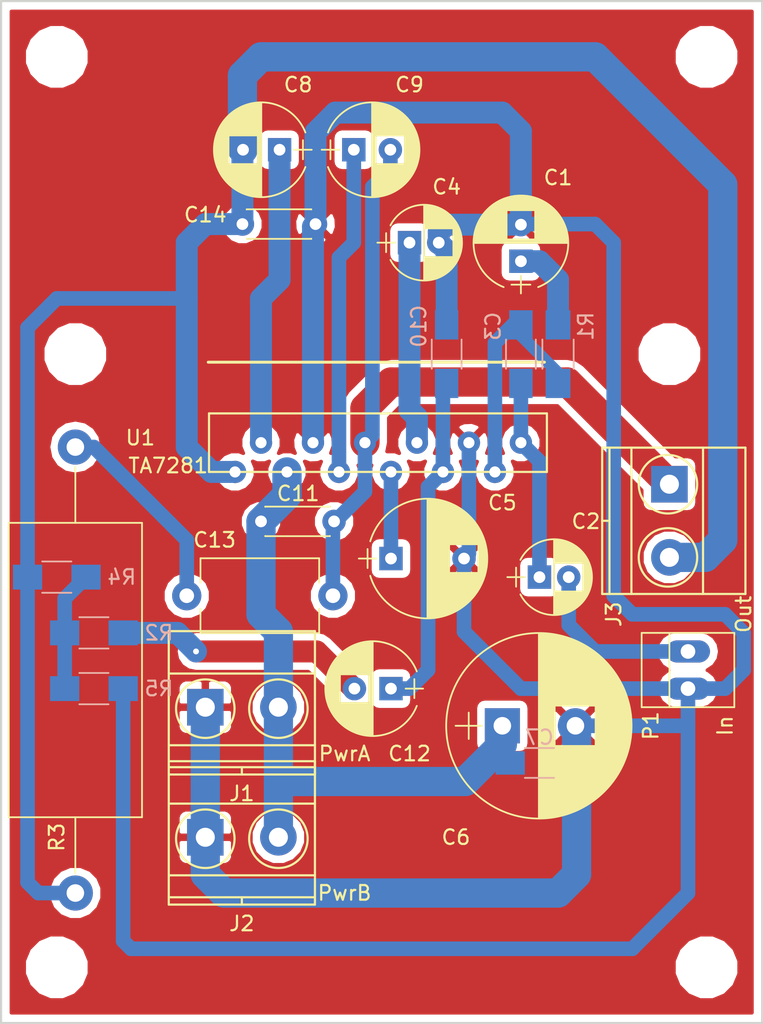
<source format=kicad_pcb>
(kicad_pcb (version 4) (host pcbnew 4.0.7)

  (general
    (links 42)
    (no_connects 0)
    (area 163.754999 20.244999 215.975001 90.245001)
    (thickness 1.6)
    (drawings 15)
    (tracks 134)
    (zones 0)
    (modules 30)
    (nets 17)
  )

  (page A4)
  (layers
    (0 F.Cu signal)
    (31 B.Cu signal)
    (32 B.Adhes user)
    (33 F.Adhes user)
    (34 B.Paste user)
    (35 F.Paste user)
    (36 B.SilkS user)
    (37 F.SilkS user)
    (38 B.Mask user)
    (39 F.Mask user)
    (40 Dwgs.User user)
    (41 Cmts.User user)
    (42 Eco1.User user)
    (43 Eco2.User user)
    (44 Edge.Cuts user)
    (45 Margin user)
    (46 B.CrtYd user)
    (47 F.CrtYd user)
    (48 B.Fab user)
    (49 F.Fab user)
  )

  (setup
    (last_trace_width 1.5)
    (user_trace_width 0.5)
    (user_trace_width 0.8)
    (user_trace_width 1)
    (user_trace_width 1.5)
    (user_trace_width 2)
    (trace_clearance 0.2)
    (zone_clearance 0.508)
    (zone_45_only no)
    (trace_min 0.2)
    (segment_width 0.2)
    (edge_width 0.15)
    (via_size 0.6)
    (via_drill 0.4)
    (via_min_size 0.4)
    (via_min_drill 0.3)
    (uvia_size 0.3)
    (uvia_drill 0.1)
    (uvias_allowed no)
    (uvia_min_size 0.2)
    (uvia_min_drill 0.1)
    (pcb_text_width 0.3)
    (pcb_text_size 1.5 1.5)
    (mod_edge_width 0.15)
    (mod_text_size 1 1)
    (mod_text_width 0.15)
    (pad_size 1.524 1.524)
    (pad_drill 0.762)
    (pad_to_mask_clearance 0.2)
    (aux_axis_origin 0 0)
    (visible_elements 7FFFFFFF)
    (pcbplotparams
      (layerselection 0x00030_80000001)
      (usegerberextensions false)
      (excludeedgelayer true)
      (linewidth 0.100000)
      (plotframeref false)
      (viasonmask false)
      (mode 1)
      (useauxorigin false)
      (hpglpennumber 1)
      (hpglpenspeed 20)
      (hpglpendiameter 15)
      (hpglpenoverlay 2)
      (psnegative false)
      (psa4output false)
      (plotreference true)
      (plotvalue true)
      (plotinvisibletext false)
      (padsonsilk false)
      (subtractmaskfromsilk false)
      (outputformat 1)
      (mirror false)
      (drillshape 1)
      (scaleselection 1)
      (outputdirectory ""))
  )

  (net 0 "")
  (net 1 "Net-(C1-Pad1)")
  (net 2 GNDA)
  (net 3 "Net-(C2-Pad1)")
  (net 4 /In)
  (net 5 "Net-(C3-Pad2)")
  (net 6 "Net-(C4-Pad1)")
  (net 7 "Net-(C5-Pad1)")
  (net 8 /Power)
  (net 9 "Net-(C8-Pad1)")
  (net 10 /OutA)
  (net 11 "Net-(C9-Pad1)")
  (net 12 /OutB)
  (net 13 "Net-(C10-Pad1)")
  (net 14 "Net-(C12-Pad2)")
  (net 15 "Net-(C13-Pad1)")
  (net 16 "Net-(R2-Pad1)")

  (net_class Default "Это класс цепей по умолчанию."
    (clearance 0.2)
    (trace_width 0.25)
    (via_dia 0.6)
    (via_drill 0.4)
    (uvia_dia 0.3)
    (uvia_drill 0.1)
    (add_net /In)
    (add_net /OutA)
    (add_net /OutB)
    (add_net /Power)
    (add_net GNDA)
    (add_net "Net-(C1-Pad1)")
    (add_net "Net-(C10-Pad1)")
    (add_net "Net-(C12-Pad2)")
    (add_net "Net-(C13-Pad1)")
    (add_net "Net-(C2-Pad1)")
    (add_net "Net-(C3-Pad2)")
    (add_net "Net-(C4-Pad1)")
    (add_net "Net-(C5-Pad1)")
    (add_net "Net-(C8-Pad1)")
    (add_net "Net-(C9-Pad1)")
    (add_net "Net-(R2-Pad1)")
  )

  (module Mounting_Holes:MountingHole_3.2mm_M3 (layer F.Cu) (tedit 5ACF7572) (tstamp 5ACF74BD)
    (at 209.55 44.45)
    (descr "Mounting Hole 3.2mm, no annular, M3")
    (tags "mounting hole 3.2mm no annular m3")
    (attr virtual)
    (fp_text reference "" (at 0 -4.2) (layer F.SilkS) hide
      (effects (font (size 1 1) (thickness 0.15)))
    )
    (fp_text value MountingHole_3.2mm_M3 (at -3.81 3.81) (layer F.Fab) hide
      (effects (font (size 1 1) (thickness 0.15)))
    )
    (fp_text user %R (at 0.3 0) (layer F.Fab)
      (effects (font (size 1 1) (thickness 0.15)))
    )
    (fp_circle (center 0 0) (end 3.2 0) (layer Cmts.User) (width 0.15))
    (fp_circle (center 0 0) (end 3.45 0) (layer F.CrtYd) (width 0.05))
    (pad 1 np_thru_hole circle (at 0 0) (size 3.2 3.2) (drill 3.2) (layers *.Cu *.Mask))
  )

  (module Mounting_Holes:MountingHole_3.2mm_M3 (layer F.Cu) (tedit 5ACF757B) (tstamp 5ACF74B6)
    (at 212.09 24.13)
    (descr "Mounting Hole 3.2mm, no annular, M3")
    (tags "mounting hole 3.2mm no annular m3")
    (attr virtual)
    (fp_text reference "" (at 0 -4.2) (layer F.SilkS) hide
      (effects (font (size 1 1) (thickness 0.15)))
    )
    (fp_text value MountingHole_3.2mm_M3 (at -11.43 -3.175) (layer F.Fab) hide
      (effects (font (size 1 1) (thickness 0.15)))
    )
    (fp_text user %R (at 0.3 0) (layer F.Fab)
      (effects (font (size 1 1) (thickness 0.15)))
    )
    (fp_circle (center 0 0) (end 3.2 0) (layer Cmts.User) (width 0.15))
    (fp_circle (center 0 0) (end 3.45 0) (layer F.CrtYd) (width 0.05))
    (pad 1 np_thru_hole circle (at 0 0) (size 3.2 3.2) (drill 3.2) (layers *.Cu *.Mask))
  )

  (module Mounting_Holes:MountingHole_3.2mm_M3 (layer F.Cu) (tedit 5ACF7577) (tstamp 5ACF74AD)
    (at 167.64 24.13)
    (descr "Mounting Hole 3.2mm, no annular, M3")
    (tags "mounting hole 3.2mm no annular m3")
    (attr virtual)
    (fp_text reference "" (at 0 -4.2) (layer F.SilkS) hide
      (effects (font (size 1 1) (thickness 0.15)))
    )
    (fp_text value MountingHole_3.2mm_M3 (at 12.065 -3.175) (layer F.Fab) hide
      (effects (font (size 1 1) (thickness 0.15)))
    )
    (fp_text user %R (at 0.3 0) (layer F.Fab)
      (effects (font (size 1 1) (thickness 0.15)))
    )
    (fp_circle (center 0 0) (end 3.2 0) (layer Cmts.User) (width 0.15))
    (fp_circle (center 0 0) (end 3.45 0) (layer F.CrtYd) (width 0.05))
    (pad 1 np_thru_hole circle (at 0 0) (size 3.2 3.2) (drill 3.2) (layers *.Cu *.Mask))
  )

  (module Mounting_Holes:MountingHole_3.2mm_M3 (layer F.Cu) (tedit 5ACF756A) (tstamp 5ACF749D)
    (at 212.09 86.36)
    (descr "Mounting Hole 3.2mm, no annular, M3")
    (tags "mounting hole 3.2mm no annular m3")
    (attr virtual)
    (fp_text reference "" (at 0 -4.2) (layer F.SilkS) hide
      (effects (font (size 1 1) (thickness 0.15)))
    )
    (fp_text value MountingHole_3.2mm_M3 (at -12.065 3.175) (layer F.Fab) hide
      (effects (font (size 1 1) (thickness 0.15)))
    )
    (fp_text user %R (at 0.3 0) (layer F.Fab)
      (effects (font (size 1 1) (thickness 0.15)))
    )
    (fp_circle (center 0 0) (end 3.2 0) (layer Cmts.User) (width 0.15))
    (fp_circle (center 0 0) (end 3.45 0) (layer F.CrtYd) (width 0.05))
    (pad 1 np_thru_hole circle (at 0 0) (size 3.2 3.2) (drill 3.2) (layers *.Cu *.Mask))
  )

  (module Mounting_Holes:MountingHole_3.2mm_M3 (layer F.Cu) (tedit 5ACF7567) (tstamp 5ACF7495)
    (at 167.64 86.36)
    (descr "Mounting Hole 3.2mm, no annular, M3")
    (tags "mounting hole 3.2mm no annular m3")
    (attr virtual)
    (fp_text reference "" (at 0 -4.2) (layer F.SilkS) hide
      (effects (font (size 1 1) (thickness 0.15)))
    )
    (fp_text value MountingHole_3.2mm_M3 (at 12.065 3.175) (layer F.Fab) hide
      (effects (font (size 1 1) (thickness 0.15)))
    )
    (fp_text user %R (at 0.3 0) (layer F.Fab)
      (effects (font (size 1 1) (thickness 0.15)))
    )
    (fp_circle (center 0 0) (end 3.2 0) (layer Cmts.User) (width 0.15))
    (fp_circle (center 0 0) (end 3.45 0) (layer F.CrtYd) (width 0.05))
    (pad 1 np_thru_hole circle (at 0 0) (size 3.2 3.2) (drill 3.2) (layers *.Cu *.Mask))
  )

  (module Capacitors_THT:CP_Radial_D6.3mm_P2.50mm (layer F.Cu) (tedit 5ACF785B) (tstamp 5A0345DC)
    (at 199.39 38.1 90)
    (descr "CP, Radial series, Radial, pin pitch=2.50mm, , diameter=6.3mm, Electrolytic Capacitor")
    (tags "CP Radial series Radial pin pitch 2.50mm  diameter 6.3mm Electrolytic Capacitor")
    (path /5A033351)
    (fp_text reference C1 (at 5.715 2.54 180) (layer F.SilkS)
      (effects (font (size 1 1) (thickness 0.15)))
    )
    (fp_text value 100,0 (at 0 2.54 90) (layer F.Fab)
      (effects (font (size 1 1) (thickness 0.15)))
    )
    (fp_arc (start 1.25 0) (end -1.767482 -1.18) (angle 137.3) (layer F.SilkS) (width 0.12))
    (fp_arc (start 1.25 0) (end -1.767482 1.18) (angle -137.3) (layer F.SilkS) (width 0.12))
    (fp_arc (start 1.25 0) (end 4.267482 -1.18) (angle 42.7) (layer F.SilkS) (width 0.12))
    (fp_circle (center 1.25 0) (end 4.4 0) (layer F.Fab) (width 0.1))
    (fp_line (start -2.2 0) (end -1 0) (layer F.Fab) (width 0.1))
    (fp_line (start -1.6 -0.65) (end -1.6 0.65) (layer F.Fab) (width 0.1))
    (fp_line (start 1.25 -3.2) (end 1.25 3.2) (layer F.SilkS) (width 0.12))
    (fp_line (start 1.29 -3.2) (end 1.29 3.2) (layer F.SilkS) (width 0.12))
    (fp_line (start 1.33 -3.2) (end 1.33 3.2) (layer F.SilkS) (width 0.12))
    (fp_line (start 1.37 -3.198) (end 1.37 3.198) (layer F.SilkS) (width 0.12))
    (fp_line (start 1.41 -3.197) (end 1.41 3.197) (layer F.SilkS) (width 0.12))
    (fp_line (start 1.45 -3.194) (end 1.45 3.194) (layer F.SilkS) (width 0.12))
    (fp_line (start 1.49 -3.192) (end 1.49 3.192) (layer F.SilkS) (width 0.12))
    (fp_line (start 1.53 -3.188) (end 1.53 -0.98) (layer F.SilkS) (width 0.12))
    (fp_line (start 1.53 0.98) (end 1.53 3.188) (layer F.SilkS) (width 0.12))
    (fp_line (start 1.57 -3.185) (end 1.57 -0.98) (layer F.SilkS) (width 0.12))
    (fp_line (start 1.57 0.98) (end 1.57 3.185) (layer F.SilkS) (width 0.12))
    (fp_line (start 1.61 -3.18) (end 1.61 -0.98) (layer F.SilkS) (width 0.12))
    (fp_line (start 1.61 0.98) (end 1.61 3.18) (layer F.SilkS) (width 0.12))
    (fp_line (start 1.65 -3.176) (end 1.65 -0.98) (layer F.SilkS) (width 0.12))
    (fp_line (start 1.65 0.98) (end 1.65 3.176) (layer F.SilkS) (width 0.12))
    (fp_line (start 1.69 -3.17) (end 1.69 -0.98) (layer F.SilkS) (width 0.12))
    (fp_line (start 1.69 0.98) (end 1.69 3.17) (layer F.SilkS) (width 0.12))
    (fp_line (start 1.73 -3.165) (end 1.73 -0.98) (layer F.SilkS) (width 0.12))
    (fp_line (start 1.73 0.98) (end 1.73 3.165) (layer F.SilkS) (width 0.12))
    (fp_line (start 1.77 -3.158) (end 1.77 -0.98) (layer F.SilkS) (width 0.12))
    (fp_line (start 1.77 0.98) (end 1.77 3.158) (layer F.SilkS) (width 0.12))
    (fp_line (start 1.81 -3.152) (end 1.81 -0.98) (layer F.SilkS) (width 0.12))
    (fp_line (start 1.81 0.98) (end 1.81 3.152) (layer F.SilkS) (width 0.12))
    (fp_line (start 1.85 -3.144) (end 1.85 -0.98) (layer F.SilkS) (width 0.12))
    (fp_line (start 1.85 0.98) (end 1.85 3.144) (layer F.SilkS) (width 0.12))
    (fp_line (start 1.89 -3.137) (end 1.89 -0.98) (layer F.SilkS) (width 0.12))
    (fp_line (start 1.89 0.98) (end 1.89 3.137) (layer F.SilkS) (width 0.12))
    (fp_line (start 1.93 -3.128) (end 1.93 -0.98) (layer F.SilkS) (width 0.12))
    (fp_line (start 1.93 0.98) (end 1.93 3.128) (layer F.SilkS) (width 0.12))
    (fp_line (start 1.971 -3.119) (end 1.971 -0.98) (layer F.SilkS) (width 0.12))
    (fp_line (start 1.971 0.98) (end 1.971 3.119) (layer F.SilkS) (width 0.12))
    (fp_line (start 2.011 -3.11) (end 2.011 -0.98) (layer F.SilkS) (width 0.12))
    (fp_line (start 2.011 0.98) (end 2.011 3.11) (layer F.SilkS) (width 0.12))
    (fp_line (start 2.051 -3.1) (end 2.051 -0.98) (layer F.SilkS) (width 0.12))
    (fp_line (start 2.051 0.98) (end 2.051 3.1) (layer F.SilkS) (width 0.12))
    (fp_line (start 2.091 -3.09) (end 2.091 -0.98) (layer F.SilkS) (width 0.12))
    (fp_line (start 2.091 0.98) (end 2.091 3.09) (layer F.SilkS) (width 0.12))
    (fp_line (start 2.131 -3.079) (end 2.131 -0.98) (layer F.SilkS) (width 0.12))
    (fp_line (start 2.131 0.98) (end 2.131 3.079) (layer F.SilkS) (width 0.12))
    (fp_line (start 2.171 -3.067) (end 2.171 -0.98) (layer F.SilkS) (width 0.12))
    (fp_line (start 2.171 0.98) (end 2.171 3.067) (layer F.SilkS) (width 0.12))
    (fp_line (start 2.211 -3.055) (end 2.211 -0.98) (layer F.SilkS) (width 0.12))
    (fp_line (start 2.211 0.98) (end 2.211 3.055) (layer F.SilkS) (width 0.12))
    (fp_line (start 2.251 -3.042) (end 2.251 -0.98) (layer F.SilkS) (width 0.12))
    (fp_line (start 2.251 0.98) (end 2.251 3.042) (layer F.SilkS) (width 0.12))
    (fp_line (start 2.291 -3.029) (end 2.291 -0.98) (layer F.SilkS) (width 0.12))
    (fp_line (start 2.291 0.98) (end 2.291 3.029) (layer F.SilkS) (width 0.12))
    (fp_line (start 2.331 -3.015) (end 2.331 -0.98) (layer F.SilkS) (width 0.12))
    (fp_line (start 2.331 0.98) (end 2.331 3.015) (layer F.SilkS) (width 0.12))
    (fp_line (start 2.371 -3.001) (end 2.371 -0.98) (layer F.SilkS) (width 0.12))
    (fp_line (start 2.371 0.98) (end 2.371 3.001) (layer F.SilkS) (width 0.12))
    (fp_line (start 2.411 -2.986) (end 2.411 -0.98) (layer F.SilkS) (width 0.12))
    (fp_line (start 2.411 0.98) (end 2.411 2.986) (layer F.SilkS) (width 0.12))
    (fp_line (start 2.451 -2.97) (end 2.451 -0.98) (layer F.SilkS) (width 0.12))
    (fp_line (start 2.451 0.98) (end 2.451 2.97) (layer F.SilkS) (width 0.12))
    (fp_line (start 2.491 -2.954) (end 2.491 -0.98) (layer F.SilkS) (width 0.12))
    (fp_line (start 2.491 0.98) (end 2.491 2.954) (layer F.SilkS) (width 0.12))
    (fp_line (start 2.531 -2.937) (end 2.531 -0.98) (layer F.SilkS) (width 0.12))
    (fp_line (start 2.531 0.98) (end 2.531 2.937) (layer F.SilkS) (width 0.12))
    (fp_line (start 2.571 -2.919) (end 2.571 -0.98) (layer F.SilkS) (width 0.12))
    (fp_line (start 2.571 0.98) (end 2.571 2.919) (layer F.SilkS) (width 0.12))
    (fp_line (start 2.611 -2.901) (end 2.611 -0.98) (layer F.SilkS) (width 0.12))
    (fp_line (start 2.611 0.98) (end 2.611 2.901) (layer F.SilkS) (width 0.12))
    (fp_line (start 2.651 -2.882) (end 2.651 -0.98) (layer F.SilkS) (width 0.12))
    (fp_line (start 2.651 0.98) (end 2.651 2.882) (layer F.SilkS) (width 0.12))
    (fp_line (start 2.691 -2.863) (end 2.691 -0.98) (layer F.SilkS) (width 0.12))
    (fp_line (start 2.691 0.98) (end 2.691 2.863) (layer F.SilkS) (width 0.12))
    (fp_line (start 2.731 -2.843) (end 2.731 -0.98) (layer F.SilkS) (width 0.12))
    (fp_line (start 2.731 0.98) (end 2.731 2.843) (layer F.SilkS) (width 0.12))
    (fp_line (start 2.771 -2.822) (end 2.771 -0.98) (layer F.SilkS) (width 0.12))
    (fp_line (start 2.771 0.98) (end 2.771 2.822) (layer F.SilkS) (width 0.12))
    (fp_line (start 2.811 -2.8) (end 2.811 -0.98) (layer F.SilkS) (width 0.12))
    (fp_line (start 2.811 0.98) (end 2.811 2.8) (layer F.SilkS) (width 0.12))
    (fp_line (start 2.851 -2.778) (end 2.851 -0.98) (layer F.SilkS) (width 0.12))
    (fp_line (start 2.851 0.98) (end 2.851 2.778) (layer F.SilkS) (width 0.12))
    (fp_line (start 2.891 -2.755) (end 2.891 -0.98) (layer F.SilkS) (width 0.12))
    (fp_line (start 2.891 0.98) (end 2.891 2.755) (layer F.SilkS) (width 0.12))
    (fp_line (start 2.931 -2.731) (end 2.931 -0.98) (layer F.SilkS) (width 0.12))
    (fp_line (start 2.931 0.98) (end 2.931 2.731) (layer F.SilkS) (width 0.12))
    (fp_line (start 2.971 -2.706) (end 2.971 -0.98) (layer F.SilkS) (width 0.12))
    (fp_line (start 2.971 0.98) (end 2.971 2.706) (layer F.SilkS) (width 0.12))
    (fp_line (start 3.011 -2.681) (end 3.011 -0.98) (layer F.SilkS) (width 0.12))
    (fp_line (start 3.011 0.98) (end 3.011 2.681) (layer F.SilkS) (width 0.12))
    (fp_line (start 3.051 -2.654) (end 3.051 -0.98) (layer F.SilkS) (width 0.12))
    (fp_line (start 3.051 0.98) (end 3.051 2.654) (layer F.SilkS) (width 0.12))
    (fp_line (start 3.091 -2.627) (end 3.091 -0.98) (layer F.SilkS) (width 0.12))
    (fp_line (start 3.091 0.98) (end 3.091 2.627) (layer F.SilkS) (width 0.12))
    (fp_line (start 3.131 -2.599) (end 3.131 -0.98) (layer F.SilkS) (width 0.12))
    (fp_line (start 3.131 0.98) (end 3.131 2.599) (layer F.SilkS) (width 0.12))
    (fp_line (start 3.171 -2.57) (end 3.171 -0.98) (layer F.SilkS) (width 0.12))
    (fp_line (start 3.171 0.98) (end 3.171 2.57) (layer F.SilkS) (width 0.12))
    (fp_line (start 3.211 -2.54) (end 3.211 -0.98) (layer F.SilkS) (width 0.12))
    (fp_line (start 3.211 0.98) (end 3.211 2.54) (layer F.SilkS) (width 0.12))
    (fp_line (start 3.251 -2.51) (end 3.251 -0.98) (layer F.SilkS) (width 0.12))
    (fp_line (start 3.251 0.98) (end 3.251 2.51) (layer F.SilkS) (width 0.12))
    (fp_line (start 3.291 -2.478) (end 3.291 -0.98) (layer F.SilkS) (width 0.12))
    (fp_line (start 3.291 0.98) (end 3.291 2.478) (layer F.SilkS) (width 0.12))
    (fp_line (start 3.331 -2.445) (end 3.331 -0.98) (layer F.SilkS) (width 0.12))
    (fp_line (start 3.331 0.98) (end 3.331 2.445) (layer F.SilkS) (width 0.12))
    (fp_line (start 3.371 -2.411) (end 3.371 -0.98) (layer F.SilkS) (width 0.12))
    (fp_line (start 3.371 0.98) (end 3.371 2.411) (layer F.SilkS) (width 0.12))
    (fp_line (start 3.411 -2.375) (end 3.411 -0.98) (layer F.SilkS) (width 0.12))
    (fp_line (start 3.411 0.98) (end 3.411 2.375) (layer F.SilkS) (width 0.12))
    (fp_line (start 3.451 -2.339) (end 3.451 -0.98) (layer F.SilkS) (width 0.12))
    (fp_line (start 3.451 0.98) (end 3.451 2.339) (layer F.SilkS) (width 0.12))
    (fp_line (start 3.491 -2.301) (end 3.491 2.301) (layer F.SilkS) (width 0.12))
    (fp_line (start 3.531 -2.262) (end 3.531 2.262) (layer F.SilkS) (width 0.12))
    (fp_line (start 3.571 -2.222) (end 3.571 2.222) (layer F.SilkS) (width 0.12))
    (fp_line (start 3.611 -2.18) (end 3.611 2.18) (layer F.SilkS) (width 0.12))
    (fp_line (start 3.651 -2.137) (end 3.651 2.137) (layer F.SilkS) (width 0.12))
    (fp_line (start 3.691 -2.092) (end 3.691 2.092) (layer F.SilkS) (width 0.12))
    (fp_line (start 3.731 -2.045) (end 3.731 2.045) (layer F.SilkS) (width 0.12))
    (fp_line (start 3.771 -1.997) (end 3.771 1.997) (layer F.SilkS) (width 0.12))
    (fp_line (start 3.811 -1.946) (end 3.811 1.946) (layer F.SilkS) (width 0.12))
    (fp_line (start 3.851 -1.894) (end 3.851 1.894) (layer F.SilkS) (width 0.12))
    (fp_line (start 3.891 -1.839) (end 3.891 1.839) (layer F.SilkS) (width 0.12))
    (fp_line (start 3.931 -1.781) (end 3.931 1.781) (layer F.SilkS) (width 0.12))
    (fp_line (start 3.971 -1.721) (end 3.971 1.721) (layer F.SilkS) (width 0.12))
    (fp_line (start 4.011 -1.658) (end 4.011 1.658) (layer F.SilkS) (width 0.12))
    (fp_line (start 4.051 -1.591) (end 4.051 1.591) (layer F.SilkS) (width 0.12))
    (fp_line (start 4.091 -1.52) (end 4.091 1.52) (layer F.SilkS) (width 0.12))
    (fp_line (start 4.131 -1.445) (end 4.131 1.445) (layer F.SilkS) (width 0.12))
    (fp_line (start 4.171 -1.364) (end 4.171 1.364) (layer F.SilkS) (width 0.12))
    (fp_line (start 4.211 -1.278) (end 4.211 1.278) (layer F.SilkS) (width 0.12))
    (fp_line (start 4.251 -1.184) (end 4.251 1.184) (layer F.SilkS) (width 0.12))
    (fp_line (start 4.291 -1.081) (end 4.291 1.081) (layer F.SilkS) (width 0.12))
    (fp_line (start 4.331 -0.966) (end 4.331 0.966) (layer F.SilkS) (width 0.12))
    (fp_line (start 4.371 -0.834) (end 4.371 0.834) (layer F.SilkS) (width 0.12))
    (fp_line (start 4.411 -0.676) (end 4.411 0.676) (layer F.SilkS) (width 0.12))
    (fp_line (start 4.451 -0.468) (end 4.451 0.468) (layer F.SilkS) (width 0.12))
    (fp_line (start -2.2 0) (end -1 0) (layer F.SilkS) (width 0.12))
    (fp_line (start -1.6 -0.65) (end -1.6 0.65) (layer F.SilkS) (width 0.12))
    (fp_line (start -2.25 -3.5) (end -2.25 3.5) (layer F.CrtYd) (width 0.05))
    (fp_line (start -2.25 3.5) (end 4.75 3.5) (layer F.CrtYd) (width 0.05))
    (fp_line (start 4.75 3.5) (end 4.75 -3.5) (layer F.CrtYd) (width 0.05))
    (fp_line (start 4.75 -3.5) (end -2.25 -3.5) (layer F.CrtYd) (width 0.05))
    (fp_text user %R (at 5.715 2.54 180) (layer F.Fab)
      (effects (font (size 1 1) (thickness 0.15)))
    )
    (pad 1 thru_hole rect (at 0 0 90) (size 1.6 1.6) (drill 0.8) (layers *.Cu *.Mask)
      (net 1 "Net-(C1-Pad1)"))
    (pad 2 thru_hole circle (at 2.5 0 90) (size 1.6 1.6) (drill 0.8) (layers *.Cu *.Mask)
      (net 2 GNDA))
    (model ${KISYS3DMOD}/Capacitors_THT.3dshapes/CP_Radial_D6.3mm_P2.50mm.wrl
      (at (xyz 0 0 0))
      (scale (xyz 1 1 1))
      (rotate (xyz 0 0 0))
    )
  )

  (module Capacitors_THT:CP_Radial_D5.0mm_P2.00mm (layer F.Cu) (tedit 5ACF77E2) (tstamp 5A0345E2)
    (at 200.66 59.69)
    (descr "CP, Radial series, Radial, pin pitch=2.00mm, , diameter=5mm, Electrolytic Capacitor")
    (tags "CP Radial series Radial pin pitch 2.00mm  diameter 5mm Electrolytic Capacitor")
    (path /5A0333E8)
    (fp_text reference C2 (at 3.175 -3.81) (layer F.SilkS)
      (effects (font (size 1 1) (thickness 0.15)))
    )
    (fp_text value 1,0 (at 2.54 1.905) (layer F.Fab)
      (effects (font (size 1 1) (thickness 0.15)))
    )
    (fp_arc (start 1 0) (end -1.30558 -1.18) (angle 125.8) (layer F.SilkS) (width 0.12))
    (fp_arc (start 1 0) (end -1.30558 1.18) (angle -125.8) (layer F.SilkS) (width 0.12))
    (fp_arc (start 1 0) (end 3.30558 -1.18) (angle 54.2) (layer F.SilkS) (width 0.12))
    (fp_circle (center 1 0) (end 3.5 0) (layer F.Fab) (width 0.1))
    (fp_line (start -2.2 0) (end -1 0) (layer F.Fab) (width 0.1))
    (fp_line (start -1.6 -0.65) (end -1.6 0.65) (layer F.Fab) (width 0.1))
    (fp_line (start 1 -2.55) (end 1 2.55) (layer F.SilkS) (width 0.12))
    (fp_line (start 1.04 -2.55) (end 1.04 -0.98) (layer F.SilkS) (width 0.12))
    (fp_line (start 1.04 0.98) (end 1.04 2.55) (layer F.SilkS) (width 0.12))
    (fp_line (start 1.08 -2.549) (end 1.08 -0.98) (layer F.SilkS) (width 0.12))
    (fp_line (start 1.08 0.98) (end 1.08 2.549) (layer F.SilkS) (width 0.12))
    (fp_line (start 1.12 -2.548) (end 1.12 -0.98) (layer F.SilkS) (width 0.12))
    (fp_line (start 1.12 0.98) (end 1.12 2.548) (layer F.SilkS) (width 0.12))
    (fp_line (start 1.16 -2.546) (end 1.16 -0.98) (layer F.SilkS) (width 0.12))
    (fp_line (start 1.16 0.98) (end 1.16 2.546) (layer F.SilkS) (width 0.12))
    (fp_line (start 1.2 -2.543) (end 1.2 -0.98) (layer F.SilkS) (width 0.12))
    (fp_line (start 1.2 0.98) (end 1.2 2.543) (layer F.SilkS) (width 0.12))
    (fp_line (start 1.24 -2.539) (end 1.24 -0.98) (layer F.SilkS) (width 0.12))
    (fp_line (start 1.24 0.98) (end 1.24 2.539) (layer F.SilkS) (width 0.12))
    (fp_line (start 1.28 -2.535) (end 1.28 -0.98) (layer F.SilkS) (width 0.12))
    (fp_line (start 1.28 0.98) (end 1.28 2.535) (layer F.SilkS) (width 0.12))
    (fp_line (start 1.32 -2.531) (end 1.32 -0.98) (layer F.SilkS) (width 0.12))
    (fp_line (start 1.32 0.98) (end 1.32 2.531) (layer F.SilkS) (width 0.12))
    (fp_line (start 1.36 -2.525) (end 1.36 -0.98) (layer F.SilkS) (width 0.12))
    (fp_line (start 1.36 0.98) (end 1.36 2.525) (layer F.SilkS) (width 0.12))
    (fp_line (start 1.4 -2.519) (end 1.4 -0.98) (layer F.SilkS) (width 0.12))
    (fp_line (start 1.4 0.98) (end 1.4 2.519) (layer F.SilkS) (width 0.12))
    (fp_line (start 1.44 -2.513) (end 1.44 -0.98) (layer F.SilkS) (width 0.12))
    (fp_line (start 1.44 0.98) (end 1.44 2.513) (layer F.SilkS) (width 0.12))
    (fp_line (start 1.48 -2.506) (end 1.48 -0.98) (layer F.SilkS) (width 0.12))
    (fp_line (start 1.48 0.98) (end 1.48 2.506) (layer F.SilkS) (width 0.12))
    (fp_line (start 1.52 -2.498) (end 1.52 -0.98) (layer F.SilkS) (width 0.12))
    (fp_line (start 1.52 0.98) (end 1.52 2.498) (layer F.SilkS) (width 0.12))
    (fp_line (start 1.56 -2.489) (end 1.56 -0.98) (layer F.SilkS) (width 0.12))
    (fp_line (start 1.56 0.98) (end 1.56 2.489) (layer F.SilkS) (width 0.12))
    (fp_line (start 1.6 -2.48) (end 1.6 -0.98) (layer F.SilkS) (width 0.12))
    (fp_line (start 1.6 0.98) (end 1.6 2.48) (layer F.SilkS) (width 0.12))
    (fp_line (start 1.64 -2.47) (end 1.64 -0.98) (layer F.SilkS) (width 0.12))
    (fp_line (start 1.64 0.98) (end 1.64 2.47) (layer F.SilkS) (width 0.12))
    (fp_line (start 1.68 -2.46) (end 1.68 -0.98) (layer F.SilkS) (width 0.12))
    (fp_line (start 1.68 0.98) (end 1.68 2.46) (layer F.SilkS) (width 0.12))
    (fp_line (start 1.721 -2.448) (end 1.721 -0.98) (layer F.SilkS) (width 0.12))
    (fp_line (start 1.721 0.98) (end 1.721 2.448) (layer F.SilkS) (width 0.12))
    (fp_line (start 1.761 -2.436) (end 1.761 -0.98) (layer F.SilkS) (width 0.12))
    (fp_line (start 1.761 0.98) (end 1.761 2.436) (layer F.SilkS) (width 0.12))
    (fp_line (start 1.801 -2.424) (end 1.801 -0.98) (layer F.SilkS) (width 0.12))
    (fp_line (start 1.801 0.98) (end 1.801 2.424) (layer F.SilkS) (width 0.12))
    (fp_line (start 1.841 -2.41) (end 1.841 -0.98) (layer F.SilkS) (width 0.12))
    (fp_line (start 1.841 0.98) (end 1.841 2.41) (layer F.SilkS) (width 0.12))
    (fp_line (start 1.881 -2.396) (end 1.881 -0.98) (layer F.SilkS) (width 0.12))
    (fp_line (start 1.881 0.98) (end 1.881 2.396) (layer F.SilkS) (width 0.12))
    (fp_line (start 1.921 -2.382) (end 1.921 -0.98) (layer F.SilkS) (width 0.12))
    (fp_line (start 1.921 0.98) (end 1.921 2.382) (layer F.SilkS) (width 0.12))
    (fp_line (start 1.961 -2.366) (end 1.961 -0.98) (layer F.SilkS) (width 0.12))
    (fp_line (start 1.961 0.98) (end 1.961 2.366) (layer F.SilkS) (width 0.12))
    (fp_line (start 2.001 -2.35) (end 2.001 -0.98) (layer F.SilkS) (width 0.12))
    (fp_line (start 2.001 0.98) (end 2.001 2.35) (layer F.SilkS) (width 0.12))
    (fp_line (start 2.041 -2.333) (end 2.041 -0.98) (layer F.SilkS) (width 0.12))
    (fp_line (start 2.041 0.98) (end 2.041 2.333) (layer F.SilkS) (width 0.12))
    (fp_line (start 2.081 -2.315) (end 2.081 -0.98) (layer F.SilkS) (width 0.12))
    (fp_line (start 2.081 0.98) (end 2.081 2.315) (layer F.SilkS) (width 0.12))
    (fp_line (start 2.121 -2.296) (end 2.121 -0.98) (layer F.SilkS) (width 0.12))
    (fp_line (start 2.121 0.98) (end 2.121 2.296) (layer F.SilkS) (width 0.12))
    (fp_line (start 2.161 -2.276) (end 2.161 -0.98) (layer F.SilkS) (width 0.12))
    (fp_line (start 2.161 0.98) (end 2.161 2.276) (layer F.SilkS) (width 0.12))
    (fp_line (start 2.201 -2.256) (end 2.201 -0.98) (layer F.SilkS) (width 0.12))
    (fp_line (start 2.201 0.98) (end 2.201 2.256) (layer F.SilkS) (width 0.12))
    (fp_line (start 2.241 -2.234) (end 2.241 -0.98) (layer F.SilkS) (width 0.12))
    (fp_line (start 2.241 0.98) (end 2.241 2.234) (layer F.SilkS) (width 0.12))
    (fp_line (start 2.281 -2.212) (end 2.281 -0.98) (layer F.SilkS) (width 0.12))
    (fp_line (start 2.281 0.98) (end 2.281 2.212) (layer F.SilkS) (width 0.12))
    (fp_line (start 2.321 -2.189) (end 2.321 -0.98) (layer F.SilkS) (width 0.12))
    (fp_line (start 2.321 0.98) (end 2.321 2.189) (layer F.SilkS) (width 0.12))
    (fp_line (start 2.361 -2.165) (end 2.361 -0.98) (layer F.SilkS) (width 0.12))
    (fp_line (start 2.361 0.98) (end 2.361 2.165) (layer F.SilkS) (width 0.12))
    (fp_line (start 2.401 -2.14) (end 2.401 -0.98) (layer F.SilkS) (width 0.12))
    (fp_line (start 2.401 0.98) (end 2.401 2.14) (layer F.SilkS) (width 0.12))
    (fp_line (start 2.441 -2.113) (end 2.441 -0.98) (layer F.SilkS) (width 0.12))
    (fp_line (start 2.441 0.98) (end 2.441 2.113) (layer F.SilkS) (width 0.12))
    (fp_line (start 2.481 -2.086) (end 2.481 -0.98) (layer F.SilkS) (width 0.12))
    (fp_line (start 2.481 0.98) (end 2.481 2.086) (layer F.SilkS) (width 0.12))
    (fp_line (start 2.521 -2.058) (end 2.521 -0.98) (layer F.SilkS) (width 0.12))
    (fp_line (start 2.521 0.98) (end 2.521 2.058) (layer F.SilkS) (width 0.12))
    (fp_line (start 2.561 -2.028) (end 2.561 -0.98) (layer F.SilkS) (width 0.12))
    (fp_line (start 2.561 0.98) (end 2.561 2.028) (layer F.SilkS) (width 0.12))
    (fp_line (start 2.601 -1.997) (end 2.601 -0.98) (layer F.SilkS) (width 0.12))
    (fp_line (start 2.601 0.98) (end 2.601 1.997) (layer F.SilkS) (width 0.12))
    (fp_line (start 2.641 -1.965) (end 2.641 -0.98) (layer F.SilkS) (width 0.12))
    (fp_line (start 2.641 0.98) (end 2.641 1.965) (layer F.SilkS) (width 0.12))
    (fp_line (start 2.681 -1.932) (end 2.681 -0.98) (layer F.SilkS) (width 0.12))
    (fp_line (start 2.681 0.98) (end 2.681 1.932) (layer F.SilkS) (width 0.12))
    (fp_line (start 2.721 -1.897) (end 2.721 -0.98) (layer F.SilkS) (width 0.12))
    (fp_line (start 2.721 0.98) (end 2.721 1.897) (layer F.SilkS) (width 0.12))
    (fp_line (start 2.761 -1.861) (end 2.761 -0.98) (layer F.SilkS) (width 0.12))
    (fp_line (start 2.761 0.98) (end 2.761 1.861) (layer F.SilkS) (width 0.12))
    (fp_line (start 2.801 -1.823) (end 2.801 -0.98) (layer F.SilkS) (width 0.12))
    (fp_line (start 2.801 0.98) (end 2.801 1.823) (layer F.SilkS) (width 0.12))
    (fp_line (start 2.841 -1.783) (end 2.841 -0.98) (layer F.SilkS) (width 0.12))
    (fp_line (start 2.841 0.98) (end 2.841 1.783) (layer F.SilkS) (width 0.12))
    (fp_line (start 2.881 -1.742) (end 2.881 -0.98) (layer F.SilkS) (width 0.12))
    (fp_line (start 2.881 0.98) (end 2.881 1.742) (layer F.SilkS) (width 0.12))
    (fp_line (start 2.921 -1.699) (end 2.921 -0.98) (layer F.SilkS) (width 0.12))
    (fp_line (start 2.921 0.98) (end 2.921 1.699) (layer F.SilkS) (width 0.12))
    (fp_line (start 2.961 -1.654) (end 2.961 -0.98) (layer F.SilkS) (width 0.12))
    (fp_line (start 2.961 0.98) (end 2.961 1.654) (layer F.SilkS) (width 0.12))
    (fp_line (start 3.001 -1.606) (end 3.001 1.606) (layer F.SilkS) (width 0.12))
    (fp_line (start 3.041 -1.556) (end 3.041 1.556) (layer F.SilkS) (width 0.12))
    (fp_line (start 3.081 -1.504) (end 3.081 1.504) (layer F.SilkS) (width 0.12))
    (fp_line (start 3.121 -1.448) (end 3.121 1.448) (layer F.SilkS) (width 0.12))
    (fp_line (start 3.161 -1.39) (end 3.161 1.39) (layer F.SilkS) (width 0.12))
    (fp_line (start 3.201 -1.327) (end 3.201 1.327) (layer F.SilkS) (width 0.12))
    (fp_line (start 3.241 -1.261) (end 3.241 1.261) (layer F.SilkS) (width 0.12))
    (fp_line (start 3.281 -1.189) (end 3.281 1.189) (layer F.SilkS) (width 0.12))
    (fp_line (start 3.321 -1.112) (end 3.321 1.112) (layer F.SilkS) (width 0.12))
    (fp_line (start 3.361 -1.028) (end 3.361 1.028) (layer F.SilkS) (width 0.12))
    (fp_line (start 3.401 -0.934) (end 3.401 0.934) (layer F.SilkS) (width 0.12))
    (fp_line (start 3.441 -0.829) (end 3.441 0.829) (layer F.SilkS) (width 0.12))
    (fp_line (start 3.481 -0.707) (end 3.481 0.707) (layer F.SilkS) (width 0.12))
    (fp_line (start 3.521 -0.559) (end 3.521 0.559) (layer F.SilkS) (width 0.12))
    (fp_line (start 3.561 -0.354) (end 3.561 0.354) (layer F.SilkS) (width 0.12))
    (fp_line (start -2.2 0) (end -1 0) (layer F.SilkS) (width 0.12))
    (fp_line (start -1.6 -0.65) (end -1.6 0.65) (layer F.SilkS) (width 0.12))
    (fp_line (start -1.85 -2.85) (end -1.85 2.85) (layer F.CrtYd) (width 0.05))
    (fp_line (start -1.85 2.85) (end 3.85 2.85) (layer F.CrtYd) (width 0.05))
    (fp_line (start 3.85 2.85) (end 3.85 -2.85) (layer F.CrtYd) (width 0.05))
    (fp_line (start 3.85 -2.85) (end -1.85 -2.85) (layer F.CrtYd) (width 0.05))
    (fp_text user %R (at 3.175 -3.81) (layer F.Fab)
      (effects (font (size 1 1) (thickness 0.15)))
    )
    (pad 1 thru_hole rect (at 0 0) (size 1.6 1.6) (drill 0.8) (layers *.Cu *.Mask)
      (net 3 "Net-(C2-Pad1)"))
    (pad 2 thru_hole circle (at 2 0) (size 1.6 1.6) (drill 0.8) (layers *.Cu *.Mask)
      (net 4 /In))
    (model ${KISYS3DMOD}/Capacitors_THT.3dshapes/CP_Radial_D5.0mm_P2.00mm.wrl
      (at (xyz 0 0 0))
      (scale (xyz 1 1 1))
      (rotate (xyz 0 0 0))
    )
  )

  (module Capacitors_SMD:C_1206_HandSoldering (layer B.Cu) (tedit 5ACF7888) (tstamp 5A0345E8)
    (at 199.39 44.45 90)
    (descr "Capacitor SMD 1206, hand soldering")
    (tags "capacitor 1206")
    (path /5A033A0C)
    (attr smd)
    (fp_text reference C3 (at 1.905 -1.905 90) (layer B.SilkS)
      (effects (font (size 1 1) (thickness 0.15)) (justify mirror))
    )
    (fp_text value 1n (at 0 0 90) (layer B.Fab)
      (effects (font (size 1 1) (thickness 0.15)) (justify mirror))
    )
    (fp_text user %R (at 1.905 -1.905 90) (layer B.Fab)
      (effects (font (size 1 1) (thickness 0.15)) (justify mirror))
    )
    (fp_line (start -1.6 -0.8) (end -1.6 0.8) (layer B.Fab) (width 0.1))
    (fp_line (start 1.6 -0.8) (end -1.6 -0.8) (layer B.Fab) (width 0.1))
    (fp_line (start 1.6 0.8) (end 1.6 -0.8) (layer B.Fab) (width 0.1))
    (fp_line (start -1.6 0.8) (end 1.6 0.8) (layer B.Fab) (width 0.1))
    (fp_line (start 1 1.02) (end -1 1.02) (layer B.SilkS) (width 0.12))
    (fp_line (start -1 -1.02) (end 1 -1.02) (layer B.SilkS) (width 0.12))
    (fp_line (start -3.25 1.05) (end 3.25 1.05) (layer B.CrtYd) (width 0.05))
    (fp_line (start -3.25 1.05) (end -3.25 -1.05) (layer B.CrtYd) (width 0.05))
    (fp_line (start 3.25 -1.05) (end 3.25 1.05) (layer B.CrtYd) (width 0.05))
    (fp_line (start 3.25 -1.05) (end -3.25 -1.05) (layer B.CrtYd) (width 0.05))
    (pad 1 smd rect (at -2 0 90) (size 2 1.6) (layers B.Cu B.Paste B.Mask)
      (net 3 "Net-(C2-Pad1)"))
    (pad 2 smd rect (at 2 0 90) (size 2 1.6) (layers B.Cu B.Paste B.Mask)
      (net 5 "Net-(C3-Pad2)"))
    (model Capacitors_SMD.3dshapes/C_1206.wrl
      (at (xyz 0 0 0))
      (scale (xyz 1 1 1))
      (rotate (xyz 0 0 0))
    )
  )

  (module Capacitors_THT:CP_Radial_D5.0mm_P2.00mm (layer F.Cu) (tedit 5ACF7842) (tstamp 5A0345EE)
    (at 191.77 36.83)
    (descr "CP, Radial series, Radial, pin pitch=2.00mm, , diameter=5mm, Electrolytic Capacitor")
    (tags "CP Radial series Radial pin pitch 2.00mm  diameter 5mm Electrolytic Capacitor")
    (path /5A033288)
    (fp_text reference C4 (at 2.54 -3.81) (layer F.SilkS)
      (effects (font (size 1 1) (thickness 0.15)))
    )
    (fp_text value 1,0 (at -0.635 -1.905) (layer F.Fab)
      (effects (font (size 1 1) (thickness 0.15)))
    )
    (fp_arc (start 1 0) (end -1.30558 -1.18) (angle 125.8) (layer F.SilkS) (width 0.12))
    (fp_arc (start 1 0) (end -1.30558 1.18) (angle -125.8) (layer F.SilkS) (width 0.12))
    (fp_arc (start 1 0) (end 3.30558 -1.18) (angle 54.2) (layer F.SilkS) (width 0.12))
    (fp_circle (center 1 0) (end 3.5 0) (layer F.Fab) (width 0.1))
    (fp_line (start -2.2 0) (end -1 0) (layer F.Fab) (width 0.1))
    (fp_line (start -1.6 -0.65) (end -1.6 0.65) (layer F.Fab) (width 0.1))
    (fp_line (start 1 -2.55) (end 1 2.55) (layer F.SilkS) (width 0.12))
    (fp_line (start 1.04 -2.55) (end 1.04 -0.98) (layer F.SilkS) (width 0.12))
    (fp_line (start 1.04 0.98) (end 1.04 2.55) (layer F.SilkS) (width 0.12))
    (fp_line (start 1.08 -2.549) (end 1.08 -0.98) (layer F.SilkS) (width 0.12))
    (fp_line (start 1.08 0.98) (end 1.08 2.549) (layer F.SilkS) (width 0.12))
    (fp_line (start 1.12 -2.548) (end 1.12 -0.98) (layer F.SilkS) (width 0.12))
    (fp_line (start 1.12 0.98) (end 1.12 2.548) (layer F.SilkS) (width 0.12))
    (fp_line (start 1.16 -2.546) (end 1.16 -0.98) (layer F.SilkS) (width 0.12))
    (fp_line (start 1.16 0.98) (end 1.16 2.546) (layer F.SilkS) (width 0.12))
    (fp_line (start 1.2 -2.543) (end 1.2 -0.98) (layer F.SilkS) (width 0.12))
    (fp_line (start 1.2 0.98) (end 1.2 2.543) (layer F.SilkS) (width 0.12))
    (fp_line (start 1.24 -2.539) (end 1.24 -0.98) (layer F.SilkS) (width 0.12))
    (fp_line (start 1.24 0.98) (end 1.24 2.539) (layer F.SilkS) (width 0.12))
    (fp_line (start 1.28 -2.535) (end 1.28 -0.98) (layer F.SilkS) (width 0.12))
    (fp_line (start 1.28 0.98) (end 1.28 2.535) (layer F.SilkS) (width 0.12))
    (fp_line (start 1.32 -2.531) (end 1.32 -0.98) (layer F.SilkS) (width 0.12))
    (fp_line (start 1.32 0.98) (end 1.32 2.531) (layer F.SilkS) (width 0.12))
    (fp_line (start 1.36 -2.525) (end 1.36 -0.98) (layer F.SilkS) (width 0.12))
    (fp_line (start 1.36 0.98) (end 1.36 2.525) (layer F.SilkS) (width 0.12))
    (fp_line (start 1.4 -2.519) (end 1.4 -0.98) (layer F.SilkS) (width 0.12))
    (fp_line (start 1.4 0.98) (end 1.4 2.519) (layer F.SilkS) (width 0.12))
    (fp_line (start 1.44 -2.513) (end 1.44 -0.98) (layer F.SilkS) (width 0.12))
    (fp_line (start 1.44 0.98) (end 1.44 2.513) (layer F.SilkS) (width 0.12))
    (fp_line (start 1.48 -2.506) (end 1.48 -0.98) (layer F.SilkS) (width 0.12))
    (fp_line (start 1.48 0.98) (end 1.48 2.506) (layer F.SilkS) (width 0.12))
    (fp_line (start 1.52 -2.498) (end 1.52 -0.98) (layer F.SilkS) (width 0.12))
    (fp_line (start 1.52 0.98) (end 1.52 2.498) (layer F.SilkS) (width 0.12))
    (fp_line (start 1.56 -2.489) (end 1.56 -0.98) (layer F.SilkS) (width 0.12))
    (fp_line (start 1.56 0.98) (end 1.56 2.489) (layer F.SilkS) (width 0.12))
    (fp_line (start 1.6 -2.48) (end 1.6 -0.98) (layer F.SilkS) (width 0.12))
    (fp_line (start 1.6 0.98) (end 1.6 2.48) (layer F.SilkS) (width 0.12))
    (fp_line (start 1.64 -2.47) (end 1.64 -0.98) (layer F.SilkS) (width 0.12))
    (fp_line (start 1.64 0.98) (end 1.64 2.47) (layer F.SilkS) (width 0.12))
    (fp_line (start 1.68 -2.46) (end 1.68 -0.98) (layer F.SilkS) (width 0.12))
    (fp_line (start 1.68 0.98) (end 1.68 2.46) (layer F.SilkS) (width 0.12))
    (fp_line (start 1.721 -2.448) (end 1.721 -0.98) (layer F.SilkS) (width 0.12))
    (fp_line (start 1.721 0.98) (end 1.721 2.448) (layer F.SilkS) (width 0.12))
    (fp_line (start 1.761 -2.436) (end 1.761 -0.98) (layer F.SilkS) (width 0.12))
    (fp_line (start 1.761 0.98) (end 1.761 2.436) (layer F.SilkS) (width 0.12))
    (fp_line (start 1.801 -2.424) (end 1.801 -0.98) (layer F.SilkS) (width 0.12))
    (fp_line (start 1.801 0.98) (end 1.801 2.424) (layer F.SilkS) (width 0.12))
    (fp_line (start 1.841 -2.41) (end 1.841 -0.98) (layer F.SilkS) (width 0.12))
    (fp_line (start 1.841 0.98) (end 1.841 2.41) (layer F.SilkS) (width 0.12))
    (fp_line (start 1.881 -2.396) (end 1.881 -0.98) (layer F.SilkS) (width 0.12))
    (fp_line (start 1.881 0.98) (end 1.881 2.396) (layer F.SilkS) (width 0.12))
    (fp_line (start 1.921 -2.382) (end 1.921 -0.98) (layer F.SilkS) (width 0.12))
    (fp_line (start 1.921 0.98) (end 1.921 2.382) (layer F.SilkS) (width 0.12))
    (fp_line (start 1.961 -2.366) (end 1.961 -0.98) (layer F.SilkS) (width 0.12))
    (fp_line (start 1.961 0.98) (end 1.961 2.366) (layer F.SilkS) (width 0.12))
    (fp_line (start 2.001 -2.35) (end 2.001 -0.98) (layer F.SilkS) (width 0.12))
    (fp_line (start 2.001 0.98) (end 2.001 2.35) (layer F.SilkS) (width 0.12))
    (fp_line (start 2.041 -2.333) (end 2.041 -0.98) (layer F.SilkS) (width 0.12))
    (fp_line (start 2.041 0.98) (end 2.041 2.333) (layer F.SilkS) (width 0.12))
    (fp_line (start 2.081 -2.315) (end 2.081 -0.98) (layer F.SilkS) (width 0.12))
    (fp_line (start 2.081 0.98) (end 2.081 2.315) (layer F.SilkS) (width 0.12))
    (fp_line (start 2.121 -2.296) (end 2.121 -0.98) (layer F.SilkS) (width 0.12))
    (fp_line (start 2.121 0.98) (end 2.121 2.296) (layer F.SilkS) (width 0.12))
    (fp_line (start 2.161 -2.276) (end 2.161 -0.98) (layer F.SilkS) (width 0.12))
    (fp_line (start 2.161 0.98) (end 2.161 2.276) (layer F.SilkS) (width 0.12))
    (fp_line (start 2.201 -2.256) (end 2.201 -0.98) (layer F.SilkS) (width 0.12))
    (fp_line (start 2.201 0.98) (end 2.201 2.256) (layer F.SilkS) (width 0.12))
    (fp_line (start 2.241 -2.234) (end 2.241 -0.98) (layer F.SilkS) (width 0.12))
    (fp_line (start 2.241 0.98) (end 2.241 2.234) (layer F.SilkS) (width 0.12))
    (fp_line (start 2.281 -2.212) (end 2.281 -0.98) (layer F.SilkS) (width 0.12))
    (fp_line (start 2.281 0.98) (end 2.281 2.212) (layer F.SilkS) (width 0.12))
    (fp_line (start 2.321 -2.189) (end 2.321 -0.98) (layer F.SilkS) (width 0.12))
    (fp_line (start 2.321 0.98) (end 2.321 2.189) (layer F.SilkS) (width 0.12))
    (fp_line (start 2.361 -2.165) (end 2.361 -0.98) (layer F.SilkS) (width 0.12))
    (fp_line (start 2.361 0.98) (end 2.361 2.165) (layer F.SilkS) (width 0.12))
    (fp_line (start 2.401 -2.14) (end 2.401 -0.98) (layer F.SilkS) (width 0.12))
    (fp_line (start 2.401 0.98) (end 2.401 2.14) (layer F.SilkS) (width 0.12))
    (fp_line (start 2.441 -2.113) (end 2.441 -0.98) (layer F.SilkS) (width 0.12))
    (fp_line (start 2.441 0.98) (end 2.441 2.113) (layer F.SilkS) (width 0.12))
    (fp_line (start 2.481 -2.086) (end 2.481 -0.98) (layer F.SilkS) (width 0.12))
    (fp_line (start 2.481 0.98) (end 2.481 2.086) (layer F.SilkS) (width 0.12))
    (fp_line (start 2.521 -2.058) (end 2.521 -0.98) (layer F.SilkS) (width 0.12))
    (fp_line (start 2.521 0.98) (end 2.521 2.058) (layer F.SilkS) (width 0.12))
    (fp_line (start 2.561 -2.028) (end 2.561 -0.98) (layer F.SilkS) (width 0.12))
    (fp_line (start 2.561 0.98) (end 2.561 2.028) (layer F.SilkS) (width 0.12))
    (fp_line (start 2.601 -1.997) (end 2.601 -0.98) (layer F.SilkS) (width 0.12))
    (fp_line (start 2.601 0.98) (end 2.601 1.997) (layer F.SilkS) (width 0.12))
    (fp_line (start 2.641 -1.965) (end 2.641 -0.98) (layer F.SilkS) (width 0.12))
    (fp_line (start 2.641 0.98) (end 2.641 1.965) (layer F.SilkS) (width 0.12))
    (fp_line (start 2.681 -1.932) (end 2.681 -0.98) (layer F.SilkS) (width 0.12))
    (fp_line (start 2.681 0.98) (end 2.681 1.932) (layer F.SilkS) (width 0.12))
    (fp_line (start 2.721 -1.897) (end 2.721 -0.98) (layer F.SilkS) (width 0.12))
    (fp_line (start 2.721 0.98) (end 2.721 1.897) (layer F.SilkS) (width 0.12))
    (fp_line (start 2.761 -1.861) (end 2.761 -0.98) (layer F.SilkS) (width 0.12))
    (fp_line (start 2.761 0.98) (end 2.761 1.861) (layer F.SilkS) (width 0.12))
    (fp_line (start 2.801 -1.823) (end 2.801 -0.98) (layer F.SilkS) (width 0.12))
    (fp_line (start 2.801 0.98) (end 2.801 1.823) (layer F.SilkS) (width 0.12))
    (fp_line (start 2.841 -1.783) (end 2.841 -0.98) (layer F.SilkS) (width 0.12))
    (fp_line (start 2.841 0.98) (end 2.841 1.783) (layer F.SilkS) (width 0.12))
    (fp_line (start 2.881 -1.742) (end 2.881 -0.98) (layer F.SilkS) (width 0.12))
    (fp_line (start 2.881 0.98) (end 2.881 1.742) (layer F.SilkS) (width 0.12))
    (fp_line (start 2.921 -1.699) (end 2.921 -0.98) (layer F.SilkS) (width 0.12))
    (fp_line (start 2.921 0.98) (end 2.921 1.699) (layer F.SilkS) (width 0.12))
    (fp_line (start 2.961 -1.654) (end 2.961 -0.98) (layer F.SilkS) (width 0.12))
    (fp_line (start 2.961 0.98) (end 2.961 1.654) (layer F.SilkS) (width 0.12))
    (fp_line (start 3.001 -1.606) (end 3.001 1.606) (layer F.SilkS) (width 0.12))
    (fp_line (start 3.041 -1.556) (end 3.041 1.556) (layer F.SilkS) (width 0.12))
    (fp_line (start 3.081 -1.504) (end 3.081 1.504) (layer F.SilkS) (width 0.12))
    (fp_line (start 3.121 -1.448) (end 3.121 1.448) (layer F.SilkS) (width 0.12))
    (fp_line (start 3.161 -1.39) (end 3.161 1.39) (layer F.SilkS) (width 0.12))
    (fp_line (start 3.201 -1.327) (end 3.201 1.327) (layer F.SilkS) (width 0.12))
    (fp_line (start 3.241 -1.261) (end 3.241 1.261) (layer F.SilkS) (width 0.12))
    (fp_line (start 3.281 -1.189) (end 3.281 1.189) (layer F.SilkS) (width 0.12))
    (fp_line (start 3.321 -1.112) (end 3.321 1.112) (layer F.SilkS) (width 0.12))
    (fp_line (start 3.361 -1.028) (end 3.361 1.028) (layer F.SilkS) (width 0.12))
    (fp_line (start 3.401 -0.934) (end 3.401 0.934) (layer F.SilkS) (width 0.12))
    (fp_line (start 3.441 -0.829) (end 3.441 0.829) (layer F.SilkS) (width 0.12))
    (fp_line (start 3.481 -0.707) (end 3.481 0.707) (layer F.SilkS) (width 0.12))
    (fp_line (start 3.521 -0.559) (end 3.521 0.559) (layer F.SilkS) (width 0.12))
    (fp_line (start 3.561 -0.354) (end 3.561 0.354) (layer F.SilkS) (width 0.12))
    (fp_line (start -2.2 0) (end -1 0) (layer F.SilkS) (width 0.12))
    (fp_line (start -1.6 -0.65) (end -1.6 0.65) (layer F.SilkS) (width 0.12))
    (fp_line (start -1.85 -2.85) (end -1.85 2.85) (layer F.CrtYd) (width 0.05))
    (fp_line (start -1.85 2.85) (end 3.85 2.85) (layer F.CrtYd) (width 0.05))
    (fp_line (start 3.85 2.85) (end 3.85 -2.85) (layer F.CrtYd) (width 0.05))
    (fp_line (start 3.85 -2.85) (end -1.85 -2.85) (layer F.CrtYd) (width 0.05))
    (fp_text user %R (at 2.54 -3.81) (layer F.Fab)
      (effects (font (size 1 1) (thickness 0.15)))
    )
    (pad 1 thru_hole rect (at 0 0) (size 1.6 1.6) (drill 0.8) (layers *.Cu *.Mask)
      (net 6 "Net-(C4-Pad1)"))
    (pad 2 thru_hole circle (at 2 0) (size 1.6 1.6) (drill 0.8) (layers *.Cu *.Mask)
      (net 2 GNDA))
    (model ${KISYS3DMOD}/Capacitors_THT.3dshapes/CP_Radial_D5.0mm_P2.00mm.wrl
      (at (xyz 0 0 0))
      (scale (xyz 1 1 1))
      (rotate (xyz 0 0 0))
    )
  )

  (module Capacitors_THT:CP_Radial_D12.5mm_P5.00mm (layer F.Cu) (tedit 5ACF776A) (tstamp 5A0345FA)
    (at 198.12 69.85)
    (descr "CP, Radial series, Radial, pin pitch=5.00mm, , diameter=12.5mm, Electrolytic Capacitor")
    (tags "CP Radial series Radial pin pitch 5.00mm  diameter 12.5mm Electrolytic Capacitor")
    (path /5A03353D)
    (fp_text reference C6 (at -3.175 7.62) (layer F.SilkS)
      (effects (font (size 1 1) (thickness 0.15)))
    )
    (fp_text value 1000,0 (at 2.5 7.56) (layer F.Fab)
      (effects (font (size 1 1) (thickness 0.15)))
    )
    (fp_circle (center 2.5 0) (end 8.75 0) (layer F.Fab) (width 0.1))
    (fp_circle (center 2.5 0) (end 8.84 0) (layer F.SilkS) (width 0.12))
    (fp_line (start -3.2 0) (end -1.4 0) (layer F.Fab) (width 0.1))
    (fp_line (start -2.3 -0.9) (end -2.3 0.9) (layer F.Fab) (width 0.1))
    (fp_line (start 2.5 -6.3) (end 2.5 6.3) (layer F.SilkS) (width 0.12))
    (fp_line (start 2.54 -6.3) (end 2.54 6.3) (layer F.SilkS) (width 0.12))
    (fp_line (start 2.58 -6.3) (end 2.58 6.3) (layer F.SilkS) (width 0.12))
    (fp_line (start 2.62 -6.299) (end 2.62 6.299) (layer F.SilkS) (width 0.12))
    (fp_line (start 2.66 -6.298) (end 2.66 6.298) (layer F.SilkS) (width 0.12))
    (fp_line (start 2.7 -6.297) (end 2.7 6.297) (layer F.SilkS) (width 0.12))
    (fp_line (start 2.74 -6.296) (end 2.74 6.296) (layer F.SilkS) (width 0.12))
    (fp_line (start 2.78 -6.294) (end 2.78 6.294) (layer F.SilkS) (width 0.12))
    (fp_line (start 2.82 -6.292) (end 2.82 6.292) (layer F.SilkS) (width 0.12))
    (fp_line (start 2.86 -6.29) (end 2.86 6.29) (layer F.SilkS) (width 0.12))
    (fp_line (start 2.9 -6.288) (end 2.9 6.288) (layer F.SilkS) (width 0.12))
    (fp_line (start 2.94 -6.285) (end 2.94 6.285) (layer F.SilkS) (width 0.12))
    (fp_line (start 2.98 -6.282) (end 2.98 6.282) (layer F.SilkS) (width 0.12))
    (fp_line (start 3.02 -6.279) (end 3.02 6.279) (layer F.SilkS) (width 0.12))
    (fp_line (start 3.06 -6.276) (end 3.06 6.276) (layer F.SilkS) (width 0.12))
    (fp_line (start 3.1 -6.272) (end 3.1 6.272) (layer F.SilkS) (width 0.12))
    (fp_line (start 3.14 -6.268) (end 3.14 6.268) (layer F.SilkS) (width 0.12))
    (fp_line (start 3.18 -6.264) (end 3.18 6.264) (layer F.SilkS) (width 0.12))
    (fp_line (start 3.221 -6.259) (end 3.221 6.259) (layer F.SilkS) (width 0.12))
    (fp_line (start 3.261 -6.255) (end 3.261 6.255) (layer F.SilkS) (width 0.12))
    (fp_line (start 3.301 -6.25) (end 3.301 6.25) (layer F.SilkS) (width 0.12))
    (fp_line (start 3.341 -6.245) (end 3.341 6.245) (layer F.SilkS) (width 0.12))
    (fp_line (start 3.381 -6.239) (end 3.381 6.239) (layer F.SilkS) (width 0.12))
    (fp_line (start 3.421 -6.233) (end 3.421 6.233) (layer F.SilkS) (width 0.12))
    (fp_line (start 3.461 -6.227) (end 3.461 6.227) (layer F.SilkS) (width 0.12))
    (fp_line (start 3.501 -6.221) (end 3.501 6.221) (layer F.SilkS) (width 0.12))
    (fp_line (start 3.541 -6.215) (end 3.541 6.215) (layer F.SilkS) (width 0.12))
    (fp_line (start 3.581 -6.208) (end 3.581 6.208) (layer F.SilkS) (width 0.12))
    (fp_line (start 3.621 -6.201) (end 3.621 -1.38) (layer F.SilkS) (width 0.12))
    (fp_line (start 3.621 1.38) (end 3.621 6.201) (layer F.SilkS) (width 0.12))
    (fp_line (start 3.661 -6.193) (end 3.661 -1.38) (layer F.SilkS) (width 0.12))
    (fp_line (start 3.661 1.38) (end 3.661 6.193) (layer F.SilkS) (width 0.12))
    (fp_line (start 3.701 -6.186) (end 3.701 -1.38) (layer F.SilkS) (width 0.12))
    (fp_line (start 3.701 1.38) (end 3.701 6.186) (layer F.SilkS) (width 0.12))
    (fp_line (start 3.741 -6.178) (end 3.741 -1.38) (layer F.SilkS) (width 0.12))
    (fp_line (start 3.741 1.38) (end 3.741 6.178) (layer F.SilkS) (width 0.12))
    (fp_line (start 3.781 -6.17) (end 3.781 -1.38) (layer F.SilkS) (width 0.12))
    (fp_line (start 3.781 1.38) (end 3.781 6.17) (layer F.SilkS) (width 0.12))
    (fp_line (start 3.821 -6.162) (end 3.821 -1.38) (layer F.SilkS) (width 0.12))
    (fp_line (start 3.821 1.38) (end 3.821 6.162) (layer F.SilkS) (width 0.12))
    (fp_line (start 3.861 -6.153) (end 3.861 -1.38) (layer F.SilkS) (width 0.12))
    (fp_line (start 3.861 1.38) (end 3.861 6.153) (layer F.SilkS) (width 0.12))
    (fp_line (start 3.901 -6.144) (end 3.901 -1.38) (layer F.SilkS) (width 0.12))
    (fp_line (start 3.901 1.38) (end 3.901 6.144) (layer F.SilkS) (width 0.12))
    (fp_line (start 3.941 -6.135) (end 3.941 -1.38) (layer F.SilkS) (width 0.12))
    (fp_line (start 3.941 1.38) (end 3.941 6.135) (layer F.SilkS) (width 0.12))
    (fp_line (start 3.981 -6.125) (end 3.981 -1.38) (layer F.SilkS) (width 0.12))
    (fp_line (start 3.981 1.38) (end 3.981 6.125) (layer F.SilkS) (width 0.12))
    (fp_line (start 4.021 -6.116) (end 4.021 -1.38) (layer F.SilkS) (width 0.12))
    (fp_line (start 4.021 1.38) (end 4.021 6.116) (layer F.SilkS) (width 0.12))
    (fp_line (start 4.061 -6.106) (end 4.061 -1.38) (layer F.SilkS) (width 0.12))
    (fp_line (start 4.061 1.38) (end 4.061 6.106) (layer F.SilkS) (width 0.12))
    (fp_line (start 4.101 -6.095) (end 4.101 -1.38) (layer F.SilkS) (width 0.12))
    (fp_line (start 4.101 1.38) (end 4.101 6.095) (layer F.SilkS) (width 0.12))
    (fp_line (start 4.141 -6.085) (end 4.141 -1.38) (layer F.SilkS) (width 0.12))
    (fp_line (start 4.141 1.38) (end 4.141 6.085) (layer F.SilkS) (width 0.12))
    (fp_line (start 4.181 -6.074) (end 4.181 -1.38) (layer F.SilkS) (width 0.12))
    (fp_line (start 4.181 1.38) (end 4.181 6.074) (layer F.SilkS) (width 0.12))
    (fp_line (start 4.221 -6.063) (end 4.221 -1.38) (layer F.SilkS) (width 0.12))
    (fp_line (start 4.221 1.38) (end 4.221 6.063) (layer F.SilkS) (width 0.12))
    (fp_line (start 4.261 -6.051) (end 4.261 -1.38) (layer F.SilkS) (width 0.12))
    (fp_line (start 4.261 1.38) (end 4.261 6.051) (layer F.SilkS) (width 0.12))
    (fp_line (start 4.301 -6.04) (end 4.301 -1.38) (layer F.SilkS) (width 0.12))
    (fp_line (start 4.301 1.38) (end 4.301 6.04) (layer F.SilkS) (width 0.12))
    (fp_line (start 4.341 -6.028) (end 4.341 -1.38) (layer F.SilkS) (width 0.12))
    (fp_line (start 4.341 1.38) (end 4.341 6.028) (layer F.SilkS) (width 0.12))
    (fp_line (start 4.381 -6.015) (end 4.381 -1.38) (layer F.SilkS) (width 0.12))
    (fp_line (start 4.381 1.38) (end 4.381 6.015) (layer F.SilkS) (width 0.12))
    (fp_line (start 4.421 -6.003) (end 4.421 -1.38) (layer F.SilkS) (width 0.12))
    (fp_line (start 4.421 1.38) (end 4.421 6.003) (layer F.SilkS) (width 0.12))
    (fp_line (start 4.461 -5.99) (end 4.461 -1.38) (layer F.SilkS) (width 0.12))
    (fp_line (start 4.461 1.38) (end 4.461 5.99) (layer F.SilkS) (width 0.12))
    (fp_line (start 4.501 -5.977) (end 4.501 -1.38) (layer F.SilkS) (width 0.12))
    (fp_line (start 4.501 1.38) (end 4.501 5.977) (layer F.SilkS) (width 0.12))
    (fp_line (start 4.541 -5.963) (end 4.541 -1.38) (layer F.SilkS) (width 0.12))
    (fp_line (start 4.541 1.38) (end 4.541 5.963) (layer F.SilkS) (width 0.12))
    (fp_line (start 4.581 -5.95) (end 4.581 -1.38) (layer F.SilkS) (width 0.12))
    (fp_line (start 4.581 1.38) (end 4.581 5.95) (layer F.SilkS) (width 0.12))
    (fp_line (start 4.621 -5.936) (end 4.621 -1.38) (layer F.SilkS) (width 0.12))
    (fp_line (start 4.621 1.38) (end 4.621 5.936) (layer F.SilkS) (width 0.12))
    (fp_line (start 4.661 -5.921) (end 4.661 -1.38) (layer F.SilkS) (width 0.12))
    (fp_line (start 4.661 1.38) (end 4.661 5.921) (layer F.SilkS) (width 0.12))
    (fp_line (start 4.701 -5.907) (end 4.701 -1.38) (layer F.SilkS) (width 0.12))
    (fp_line (start 4.701 1.38) (end 4.701 5.907) (layer F.SilkS) (width 0.12))
    (fp_line (start 4.741 -5.892) (end 4.741 -1.38) (layer F.SilkS) (width 0.12))
    (fp_line (start 4.741 1.38) (end 4.741 5.892) (layer F.SilkS) (width 0.12))
    (fp_line (start 4.781 -5.876) (end 4.781 -1.38) (layer F.SilkS) (width 0.12))
    (fp_line (start 4.781 1.38) (end 4.781 5.876) (layer F.SilkS) (width 0.12))
    (fp_line (start 4.821 -5.861) (end 4.821 -1.38) (layer F.SilkS) (width 0.12))
    (fp_line (start 4.821 1.38) (end 4.821 5.861) (layer F.SilkS) (width 0.12))
    (fp_line (start 4.861 -5.845) (end 4.861 -1.38) (layer F.SilkS) (width 0.12))
    (fp_line (start 4.861 1.38) (end 4.861 5.845) (layer F.SilkS) (width 0.12))
    (fp_line (start 4.901 -5.829) (end 4.901 -1.38) (layer F.SilkS) (width 0.12))
    (fp_line (start 4.901 1.38) (end 4.901 5.829) (layer F.SilkS) (width 0.12))
    (fp_line (start 4.941 -5.812) (end 4.941 -1.38) (layer F.SilkS) (width 0.12))
    (fp_line (start 4.941 1.38) (end 4.941 5.812) (layer F.SilkS) (width 0.12))
    (fp_line (start 4.981 -5.795) (end 4.981 -1.38) (layer F.SilkS) (width 0.12))
    (fp_line (start 4.981 1.38) (end 4.981 5.795) (layer F.SilkS) (width 0.12))
    (fp_line (start 5.021 -5.778) (end 5.021 -1.38) (layer F.SilkS) (width 0.12))
    (fp_line (start 5.021 1.38) (end 5.021 5.778) (layer F.SilkS) (width 0.12))
    (fp_line (start 5.061 -5.761) (end 5.061 -1.38) (layer F.SilkS) (width 0.12))
    (fp_line (start 5.061 1.38) (end 5.061 5.761) (layer F.SilkS) (width 0.12))
    (fp_line (start 5.101 -5.743) (end 5.101 -1.38) (layer F.SilkS) (width 0.12))
    (fp_line (start 5.101 1.38) (end 5.101 5.743) (layer F.SilkS) (width 0.12))
    (fp_line (start 5.141 -5.725) (end 5.141 -1.38) (layer F.SilkS) (width 0.12))
    (fp_line (start 5.141 1.38) (end 5.141 5.725) (layer F.SilkS) (width 0.12))
    (fp_line (start 5.181 -5.706) (end 5.181 -1.38) (layer F.SilkS) (width 0.12))
    (fp_line (start 5.181 1.38) (end 5.181 5.706) (layer F.SilkS) (width 0.12))
    (fp_line (start 5.221 -5.687) (end 5.221 -1.38) (layer F.SilkS) (width 0.12))
    (fp_line (start 5.221 1.38) (end 5.221 5.687) (layer F.SilkS) (width 0.12))
    (fp_line (start 5.261 -5.668) (end 5.261 -1.38) (layer F.SilkS) (width 0.12))
    (fp_line (start 5.261 1.38) (end 5.261 5.668) (layer F.SilkS) (width 0.12))
    (fp_line (start 5.301 -5.649) (end 5.301 -1.38) (layer F.SilkS) (width 0.12))
    (fp_line (start 5.301 1.38) (end 5.301 5.649) (layer F.SilkS) (width 0.12))
    (fp_line (start 5.341 -5.629) (end 5.341 -1.38) (layer F.SilkS) (width 0.12))
    (fp_line (start 5.341 1.38) (end 5.341 5.629) (layer F.SilkS) (width 0.12))
    (fp_line (start 5.381 -5.609) (end 5.381 -1.38) (layer F.SilkS) (width 0.12))
    (fp_line (start 5.381 1.38) (end 5.381 5.609) (layer F.SilkS) (width 0.12))
    (fp_line (start 5.421 -5.588) (end 5.421 -1.38) (layer F.SilkS) (width 0.12))
    (fp_line (start 5.421 1.38) (end 5.421 5.588) (layer F.SilkS) (width 0.12))
    (fp_line (start 5.461 -5.567) (end 5.461 -1.38) (layer F.SilkS) (width 0.12))
    (fp_line (start 5.461 1.38) (end 5.461 5.567) (layer F.SilkS) (width 0.12))
    (fp_line (start 5.501 -5.546) (end 5.501 -1.38) (layer F.SilkS) (width 0.12))
    (fp_line (start 5.501 1.38) (end 5.501 5.546) (layer F.SilkS) (width 0.12))
    (fp_line (start 5.541 -5.524) (end 5.541 -1.38) (layer F.SilkS) (width 0.12))
    (fp_line (start 5.541 1.38) (end 5.541 5.524) (layer F.SilkS) (width 0.12))
    (fp_line (start 5.581 -5.502) (end 5.581 -1.38) (layer F.SilkS) (width 0.12))
    (fp_line (start 5.581 1.38) (end 5.581 5.502) (layer F.SilkS) (width 0.12))
    (fp_line (start 5.621 -5.48) (end 5.621 -1.38) (layer F.SilkS) (width 0.12))
    (fp_line (start 5.621 1.38) (end 5.621 5.48) (layer F.SilkS) (width 0.12))
    (fp_line (start 5.661 -5.457) (end 5.661 -1.38) (layer F.SilkS) (width 0.12))
    (fp_line (start 5.661 1.38) (end 5.661 5.457) (layer F.SilkS) (width 0.12))
    (fp_line (start 5.701 -5.434) (end 5.701 -1.38) (layer F.SilkS) (width 0.12))
    (fp_line (start 5.701 1.38) (end 5.701 5.434) (layer F.SilkS) (width 0.12))
    (fp_line (start 5.741 -5.41) (end 5.741 -1.38) (layer F.SilkS) (width 0.12))
    (fp_line (start 5.741 1.38) (end 5.741 5.41) (layer F.SilkS) (width 0.12))
    (fp_line (start 5.781 -5.386) (end 5.781 -1.38) (layer F.SilkS) (width 0.12))
    (fp_line (start 5.781 1.38) (end 5.781 5.386) (layer F.SilkS) (width 0.12))
    (fp_line (start 5.821 -5.362) (end 5.821 -1.38) (layer F.SilkS) (width 0.12))
    (fp_line (start 5.821 1.38) (end 5.821 5.362) (layer F.SilkS) (width 0.12))
    (fp_line (start 5.861 -5.337) (end 5.861 -1.38) (layer F.SilkS) (width 0.12))
    (fp_line (start 5.861 1.38) (end 5.861 5.337) (layer F.SilkS) (width 0.12))
    (fp_line (start 5.901 -5.312) (end 5.901 -1.38) (layer F.SilkS) (width 0.12))
    (fp_line (start 5.901 1.38) (end 5.901 5.312) (layer F.SilkS) (width 0.12))
    (fp_line (start 5.941 -5.286) (end 5.941 -1.38) (layer F.SilkS) (width 0.12))
    (fp_line (start 5.941 1.38) (end 5.941 5.286) (layer F.SilkS) (width 0.12))
    (fp_line (start 5.981 -5.26) (end 5.981 -1.38) (layer F.SilkS) (width 0.12))
    (fp_line (start 5.981 1.38) (end 5.981 5.26) (layer F.SilkS) (width 0.12))
    (fp_line (start 6.021 -5.234) (end 6.021 -1.38) (layer F.SilkS) (width 0.12))
    (fp_line (start 6.021 1.38) (end 6.021 5.234) (layer F.SilkS) (width 0.12))
    (fp_line (start 6.061 -5.207) (end 6.061 -1.38) (layer F.SilkS) (width 0.12))
    (fp_line (start 6.061 1.38) (end 6.061 5.207) (layer F.SilkS) (width 0.12))
    (fp_line (start 6.101 -5.179) (end 6.101 -1.38) (layer F.SilkS) (width 0.12))
    (fp_line (start 6.101 1.38) (end 6.101 5.179) (layer F.SilkS) (width 0.12))
    (fp_line (start 6.141 -5.151) (end 6.141 -1.38) (layer F.SilkS) (width 0.12))
    (fp_line (start 6.141 1.38) (end 6.141 5.151) (layer F.SilkS) (width 0.12))
    (fp_line (start 6.181 -5.123) (end 6.181 -1.38) (layer F.SilkS) (width 0.12))
    (fp_line (start 6.181 1.38) (end 6.181 5.123) (layer F.SilkS) (width 0.12))
    (fp_line (start 6.221 -5.094) (end 6.221 -1.38) (layer F.SilkS) (width 0.12))
    (fp_line (start 6.221 1.38) (end 6.221 5.094) (layer F.SilkS) (width 0.12))
    (fp_line (start 6.261 -5.065) (end 6.261 -1.38) (layer F.SilkS) (width 0.12))
    (fp_line (start 6.261 1.38) (end 6.261 5.065) (layer F.SilkS) (width 0.12))
    (fp_line (start 6.301 -5.035) (end 6.301 -1.38) (layer F.SilkS) (width 0.12))
    (fp_line (start 6.301 1.38) (end 6.301 5.035) (layer F.SilkS) (width 0.12))
    (fp_line (start 6.341 -5.005) (end 6.341 -1.38) (layer F.SilkS) (width 0.12))
    (fp_line (start 6.341 1.38) (end 6.341 5.005) (layer F.SilkS) (width 0.12))
    (fp_line (start 6.381 -4.975) (end 6.381 4.975) (layer F.SilkS) (width 0.12))
    (fp_line (start 6.421 -4.943) (end 6.421 4.943) (layer F.SilkS) (width 0.12))
    (fp_line (start 6.461 -4.912) (end 6.461 4.912) (layer F.SilkS) (width 0.12))
    (fp_line (start 6.501 -4.879) (end 6.501 4.879) (layer F.SilkS) (width 0.12))
    (fp_line (start 6.541 -4.847) (end 6.541 4.847) (layer F.SilkS) (width 0.12))
    (fp_line (start 6.581 -4.813) (end 6.581 4.813) (layer F.SilkS) (width 0.12))
    (fp_line (start 6.621 -4.779) (end 6.621 4.779) (layer F.SilkS) (width 0.12))
    (fp_line (start 6.661 -4.745) (end 6.661 4.745) (layer F.SilkS) (width 0.12))
    (fp_line (start 6.701 -4.71) (end 6.701 4.71) (layer F.SilkS) (width 0.12))
    (fp_line (start 6.741 -4.674) (end 6.741 4.674) (layer F.SilkS) (width 0.12))
    (fp_line (start 6.781 -4.638) (end 6.781 4.638) (layer F.SilkS) (width 0.12))
    (fp_line (start 6.821 -4.601) (end 6.821 4.601) (layer F.SilkS) (width 0.12))
    (fp_line (start 6.861 -4.563) (end 6.861 4.563) (layer F.SilkS) (width 0.12))
    (fp_line (start 6.901 -4.525) (end 6.901 4.525) (layer F.SilkS) (width 0.12))
    (fp_line (start 6.941 -4.486) (end 6.941 4.486) (layer F.SilkS) (width 0.12))
    (fp_line (start 6.981 -4.447) (end 6.981 4.447) (layer F.SilkS) (width 0.12))
    (fp_line (start 7.021 -4.406) (end 7.021 4.406) (layer F.SilkS) (width 0.12))
    (fp_line (start 7.061 -4.365) (end 7.061 4.365) (layer F.SilkS) (width 0.12))
    (fp_line (start 7.101 -4.323) (end 7.101 4.323) (layer F.SilkS) (width 0.12))
    (fp_line (start 7.141 -4.281) (end 7.141 4.281) (layer F.SilkS) (width 0.12))
    (fp_line (start 7.181 -4.238) (end 7.181 4.238) (layer F.SilkS) (width 0.12))
    (fp_line (start 7.221 -4.193) (end 7.221 4.193) (layer F.SilkS) (width 0.12))
    (fp_line (start 7.261 -4.148) (end 7.261 4.148) (layer F.SilkS) (width 0.12))
    (fp_line (start 7.301 -4.102) (end 7.301 4.102) (layer F.SilkS) (width 0.12))
    (fp_line (start 7.341 -4.056) (end 7.341 4.056) (layer F.SilkS) (width 0.12))
    (fp_line (start 7.381 -4.008) (end 7.381 4.008) (layer F.SilkS) (width 0.12))
    (fp_line (start 7.421 -3.959) (end 7.421 3.959) (layer F.SilkS) (width 0.12))
    (fp_line (start 7.461 -3.909) (end 7.461 3.909) (layer F.SilkS) (width 0.12))
    (fp_line (start 7.501 -3.859) (end 7.501 3.859) (layer F.SilkS) (width 0.12))
    (fp_line (start 7.541 -3.807) (end 7.541 3.807) (layer F.SilkS) (width 0.12))
    (fp_line (start 7.581 -3.754) (end 7.581 3.754) (layer F.SilkS) (width 0.12))
    (fp_line (start 7.621 -3.7) (end 7.621 3.7) (layer F.SilkS) (width 0.12))
    (fp_line (start 7.661 -3.644) (end 7.661 3.644) (layer F.SilkS) (width 0.12))
    (fp_line (start 7.701 -3.588) (end 7.701 3.588) (layer F.SilkS) (width 0.12))
    (fp_line (start 7.741 -3.53) (end 7.741 3.53) (layer F.SilkS) (width 0.12))
    (fp_line (start 7.781 -3.47) (end 7.781 3.47) (layer F.SilkS) (width 0.12))
    (fp_line (start 7.821 -3.409) (end 7.821 3.409) (layer F.SilkS) (width 0.12))
    (fp_line (start 7.861 -3.347) (end 7.861 3.347) (layer F.SilkS) (width 0.12))
    (fp_line (start 7.901 -3.282) (end 7.901 3.282) (layer F.SilkS) (width 0.12))
    (fp_line (start 7.941 -3.217) (end 7.941 3.217) (layer F.SilkS) (width 0.12))
    (fp_line (start 7.981 -3.149) (end 7.981 3.149) (layer F.SilkS) (width 0.12))
    (fp_line (start 8.021 -3.079) (end 8.021 3.079) (layer F.SilkS) (width 0.12))
    (fp_line (start 8.061 -3.007) (end 8.061 3.007) (layer F.SilkS) (width 0.12))
    (fp_line (start 8.101 -2.933) (end 8.101 2.933) (layer F.SilkS) (width 0.12))
    (fp_line (start 8.141 -2.856) (end 8.141 2.856) (layer F.SilkS) (width 0.12))
    (fp_line (start 8.181 -2.777) (end 8.181 2.777) (layer F.SilkS) (width 0.12))
    (fp_line (start 8.221 -2.695) (end 8.221 2.695) (layer F.SilkS) (width 0.12))
    (fp_line (start 8.261 -2.61) (end 8.261 2.61) (layer F.SilkS) (width 0.12))
    (fp_line (start 8.301 -2.521) (end 8.301 2.521) (layer F.SilkS) (width 0.12))
    (fp_line (start 8.341 -2.428) (end 8.341 2.428) (layer F.SilkS) (width 0.12))
    (fp_line (start 8.381 -2.331) (end 8.381 2.331) (layer F.SilkS) (width 0.12))
    (fp_line (start 8.421 -2.23) (end 8.421 2.23) (layer F.SilkS) (width 0.12))
    (fp_line (start 8.461 -2.122) (end 8.461 2.122) (layer F.SilkS) (width 0.12))
    (fp_line (start 8.501 -2.009) (end 8.501 2.009) (layer F.SilkS) (width 0.12))
    (fp_line (start 8.541 -1.888) (end 8.541 1.888) (layer F.SilkS) (width 0.12))
    (fp_line (start 8.581 -1.757) (end 8.581 1.757) (layer F.SilkS) (width 0.12))
    (fp_line (start 8.621 -1.616) (end 8.621 1.616) (layer F.SilkS) (width 0.12))
    (fp_line (start 8.661 -1.46) (end 8.661 1.46) (layer F.SilkS) (width 0.12))
    (fp_line (start 8.701 -1.285) (end 8.701 1.285) (layer F.SilkS) (width 0.12))
    (fp_line (start 8.741 -1.082) (end 8.741 1.082) (layer F.SilkS) (width 0.12))
    (fp_line (start 8.781 -0.831) (end 8.781 0.831) (layer F.SilkS) (width 0.12))
    (fp_line (start 8.821 -0.464) (end 8.821 0.464) (layer F.SilkS) (width 0.12))
    (fp_line (start -3.2 0) (end -1.4 0) (layer F.SilkS) (width 0.12))
    (fp_line (start -2.3 -0.9) (end -2.3 0.9) (layer F.SilkS) (width 0.12))
    (fp_line (start -4.1 -6.6) (end -4.1 6.6) (layer F.CrtYd) (width 0.05))
    (fp_line (start -4.1 6.6) (end 9.1 6.6) (layer F.CrtYd) (width 0.05))
    (fp_line (start 9.1 6.6) (end 9.1 -6.6) (layer F.CrtYd) (width 0.05))
    (fp_line (start 9.1 -6.6) (end -4.1 -6.6) (layer F.CrtYd) (width 0.05))
    (fp_text user %R (at -3.175 7.62) (layer F.Fab)
      (effects (font (size 1 1) (thickness 0.15)))
    )
    (pad 1 thru_hole rect (at 0 0) (size 2.4 2.4) (drill 1.2) (layers *.Cu *.Mask)
      (net 8 /Power))
    (pad 2 thru_hole circle (at 5 0) (size 2.4 2.4) (drill 1.2) (layers *.Cu *.Mask)
      (net 2 GNDA))
    (model ${KISYS3DMOD}/Capacitors_THT.3dshapes/CP_Radial_D12.5mm_P5.00mm.wrl
      (at (xyz 0 0 0))
      (scale (xyz 1 1 1))
      (rotate (xyz 0 0 0))
    )
  )

  (module Capacitors_SMD:C_1206_HandSoldering (layer B.Cu) (tedit 58AA84D1) (tstamp 5A034600)
    (at 200.66 72.39 180)
    (descr "Capacitor SMD 1206, hand soldering")
    (tags "capacitor 1206")
    (path /5A033598)
    (attr smd)
    (fp_text reference C7 (at 0 1.75 180) (layer B.SilkS)
      (effects (font (size 1 1) (thickness 0.15)) (justify mirror))
    )
    (fp_text value 0,1 (at 0 -2 180) (layer B.Fab)
      (effects (font (size 1 1) (thickness 0.15)) (justify mirror))
    )
    (fp_text user %R (at 0 1.75 180) (layer B.Fab)
      (effects (font (size 1 1) (thickness 0.15)) (justify mirror))
    )
    (fp_line (start -1.6 -0.8) (end -1.6 0.8) (layer B.Fab) (width 0.1))
    (fp_line (start 1.6 -0.8) (end -1.6 -0.8) (layer B.Fab) (width 0.1))
    (fp_line (start 1.6 0.8) (end 1.6 -0.8) (layer B.Fab) (width 0.1))
    (fp_line (start -1.6 0.8) (end 1.6 0.8) (layer B.Fab) (width 0.1))
    (fp_line (start 1 1.02) (end -1 1.02) (layer B.SilkS) (width 0.12))
    (fp_line (start -1 -1.02) (end 1 -1.02) (layer B.SilkS) (width 0.12))
    (fp_line (start -3.25 1.05) (end 3.25 1.05) (layer B.CrtYd) (width 0.05))
    (fp_line (start -3.25 1.05) (end -3.25 -1.05) (layer B.CrtYd) (width 0.05))
    (fp_line (start 3.25 -1.05) (end 3.25 1.05) (layer B.CrtYd) (width 0.05))
    (fp_line (start 3.25 -1.05) (end -3.25 -1.05) (layer B.CrtYd) (width 0.05))
    (pad 1 smd rect (at -2 0 180) (size 2 1.6) (layers B.Cu B.Paste B.Mask)
      (net 2 GNDA))
    (pad 2 smd rect (at 2 0 180) (size 2 1.6) (layers B.Cu B.Paste B.Mask)
      (net 8 /Power))
    (model Capacitors_SMD.3dshapes/C_1206.wrl
      (at (xyz 0 0 0))
      (scale (xyz 1 1 1))
      (rotate (xyz 0 0 0))
    )
  )

  (module Capacitors_THT:CP_Radial_D6.3mm_P2.50mm (layer F.Cu) (tedit 5ACF7832) (tstamp 5A034606)
    (at 182.88 30.48 180)
    (descr "CP, Radial series, Radial, pin pitch=2.50mm, , diameter=6.3mm, Electrolytic Capacitor")
    (tags "CP Radial series Radial pin pitch 2.50mm  diameter 6.3mm Electrolytic Capacitor")
    (path /5A0331C0)
    (fp_text reference C8 (at -1.27 4.445 180) (layer F.SilkS)
      (effects (font (size 1 1) (thickness 0.15)))
    )
    (fp_text value 100,0 (at 0 2.54 180) (layer F.Fab)
      (effects (font (size 1 1) (thickness 0.15)))
    )
    (fp_arc (start 1.25 0) (end -1.767482 -1.18) (angle 137.3) (layer F.SilkS) (width 0.12))
    (fp_arc (start 1.25 0) (end -1.767482 1.18) (angle -137.3) (layer F.SilkS) (width 0.12))
    (fp_arc (start 1.25 0) (end 4.267482 -1.18) (angle 42.7) (layer F.SilkS) (width 0.12))
    (fp_circle (center 1.25 0) (end 4.4 0) (layer F.Fab) (width 0.1))
    (fp_line (start -2.2 0) (end -1 0) (layer F.Fab) (width 0.1))
    (fp_line (start -1.6 -0.65) (end -1.6 0.65) (layer F.Fab) (width 0.1))
    (fp_line (start 1.25 -3.2) (end 1.25 3.2) (layer F.SilkS) (width 0.12))
    (fp_line (start 1.29 -3.2) (end 1.29 3.2) (layer F.SilkS) (width 0.12))
    (fp_line (start 1.33 -3.2) (end 1.33 3.2) (layer F.SilkS) (width 0.12))
    (fp_line (start 1.37 -3.198) (end 1.37 3.198) (layer F.SilkS) (width 0.12))
    (fp_line (start 1.41 -3.197) (end 1.41 3.197) (layer F.SilkS) (width 0.12))
    (fp_line (start 1.45 -3.194) (end 1.45 3.194) (layer F.SilkS) (width 0.12))
    (fp_line (start 1.49 -3.192) (end 1.49 3.192) (layer F.SilkS) (width 0.12))
    (fp_line (start 1.53 -3.188) (end 1.53 -0.98) (layer F.SilkS) (width 0.12))
    (fp_line (start 1.53 0.98) (end 1.53 3.188) (layer F.SilkS) (width 0.12))
    (fp_line (start 1.57 -3.185) (end 1.57 -0.98) (layer F.SilkS) (width 0.12))
    (fp_line (start 1.57 0.98) (end 1.57 3.185) (layer F.SilkS) (width 0.12))
    (fp_line (start 1.61 -3.18) (end 1.61 -0.98) (layer F.SilkS) (width 0.12))
    (fp_line (start 1.61 0.98) (end 1.61 3.18) (layer F.SilkS) (width 0.12))
    (fp_line (start 1.65 -3.176) (end 1.65 -0.98) (layer F.SilkS) (width 0.12))
    (fp_line (start 1.65 0.98) (end 1.65 3.176) (layer F.SilkS) (width 0.12))
    (fp_line (start 1.69 -3.17) (end 1.69 -0.98) (layer F.SilkS) (width 0.12))
    (fp_line (start 1.69 0.98) (end 1.69 3.17) (layer F.SilkS) (width 0.12))
    (fp_line (start 1.73 -3.165) (end 1.73 -0.98) (layer F.SilkS) (width 0.12))
    (fp_line (start 1.73 0.98) (end 1.73 3.165) (layer F.SilkS) (width 0.12))
    (fp_line (start 1.77 -3.158) (end 1.77 -0.98) (layer F.SilkS) (width 0.12))
    (fp_line (start 1.77 0.98) (end 1.77 3.158) (layer F.SilkS) (width 0.12))
    (fp_line (start 1.81 -3.152) (end 1.81 -0.98) (layer F.SilkS) (width 0.12))
    (fp_line (start 1.81 0.98) (end 1.81 3.152) (layer F.SilkS) (width 0.12))
    (fp_line (start 1.85 -3.144) (end 1.85 -0.98) (layer F.SilkS) (width 0.12))
    (fp_line (start 1.85 0.98) (end 1.85 3.144) (layer F.SilkS) (width 0.12))
    (fp_line (start 1.89 -3.137) (end 1.89 -0.98) (layer F.SilkS) (width 0.12))
    (fp_line (start 1.89 0.98) (end 1.89 3.137) (layer F.SilkS) (width 0.12))
    (fp_line (start 1.93 -3.128) (end 1.93 -0.98) (layer F.SilkS) (width 0.12))
    (fp_line (start 1.93 0.98) (end 1.93 3.128) (layer F.SilkS) (width 0.12))
    (fp_line (start 1.971 -3.119) (end 1.971 -0.98) (layer F.SilkS) (width 0.12))
    (fp_line (start 1.971 0.98) (end 1.971 3.119) (layer F.SilkS) (width 0.12))
    (fp_line (start 2.011 -3.11) (end 2.011 -0.98) (layer F.SilkS) (width 0.12))
    (fp_line (start 2.011 0.98) (end 2.011 3.11) (layer F.SilkS) (width 0.12))
    (fp_line (start 2.051 -3.1) (end 2.051 -0.98) (layer F.SilkS) (width 0.12))
    (fp_line (start 2.051 0.98) (end 2.051 3.1) (layer F.SilkS) (width 0.12))
    (fp_line (start 2.091 -3.09) (end 2.091 -0.98) (layer F.SilkS) (width 0.12))
    (fp_line (start 2.091 0.98) (end 2.091 3.09) (layer F.SilkS) (width 0.12))
    (fp_line (start 2.131 -3.079) (end 2.131 -0.98) (layer F.SilkS) (width 0.12))
    (fp_line (start 2.131 0.98) (end 2.131 3.079) (layer F.SilkS) (width 0.12))
    (fp_line (start 2.171 -3.067) (end 2.171 -0.98) (layer F.SilkS) (width 0.12))
    (fp_line (start 2.171 0.98) (end 2.171 3.067) (layer F.SilkS) (width 0.12))
    (fp_line (start 2.211 -3.055) (end 2.211 -0.98) (layer F.SilkS) (width 0.12))
    (fp_line (start 2.211 0.98) (end 2.211 3.055) (layer F.SilkS) (width 0.12))
    (fp_line (start 2.251 -3.042) (end 2.251 -0.98) (layer F.SilkS) (width 0.12))
    (fp_line (start 2.251 0.98) (end 2.251 3.042) (layer F.SilkS) (width 0.12))
    (fp_line (start 2.291 -3.029) (end 2.291 -0.98) (layer F.SilkS) (width 0.12))
    (fp_line (start 2.291 0.98) (end 2.291 3.029) (layer F.SilkS) (width 0.12))
    (fp_line (start 2.331 -3.015) (end 2.331 -0.98) (layer F.SilkS) (width 0.12))
    (fp_line (start 2.331 0.98) (end 2.331 3.015) (layer F.SilkS) (width 0.12))
    (fp_line (start 2.371 -3.001) (end 2.371 -0.98) (layer F.SilkS) (width 0.12))
    (fp_line (start 2.371 0.98) (end 2.371 3.001) (layer F.SilkS) (width 0.12))
    (fp_line (start 2.411 -2.986) (end 2.411 -0.98) (layer F.SilkS) (width 0.12))
    (fp_line (start 2.411 0.98) (end 2.411 2.986) (layer F.SilkS) (width 0.12))
    (fp_line (start 2.451 -2.97) (end 2.451 -0.98) (layer F.SilkS) (width 0.12))
    (fp_line (start 2.451 0.98) (end 2.451 2.97) (layer F.SilkS) (width 0.12))
    (fp_line (start 2.491 -2.954) (end 2.491 -0.98) (layer F.SilkS) (width 0.12))
    (fp_line (start 2.491 0.98) (end 2.491 2.954) (layer F.SilkS) (width 0.12))
    (fp_line (start 2.531 -2.937) (end 2.531 -0.98) (layer F.SilkS) (width 0.12))
    (fp_line (start 2.531 0.98) (end 2.531 2.937) (layer F.SilkS) (width 0.12))
    (fp_line (start 2.571 -2.919) (end 2.571 -0.98) (layer F.SilkS) (width 0.12))
    (fp_line (start 2.571 0.98) (end 2.571 2.919) (layer F.SilkS) (width 0.12))
    (fp_line (start 2.611 -2.901) (end 2.611 -0.98) (layer F.SilkS) (width 0.12))
    (fp_line (start 2.611 0.98) (end 2.611 2.901) (layer F.SilkS) (width 0.12))
    (fp_line (start 2.651 -2.882) (end 2.651 -0.98) (layer F.SilkS) (width 0.12))
    (fp_line (start 2.651 0.98) (end 2.651 2.882) (layer F.SilkS) (width 0.12))
    (fp_line (start 2.691 -2.863) (end 2.691 -0.98) (layer F.SilkS) (width 0.12))
    (fp_line (start 2.691 0.98) (end 2.691 2.863) (layer F.SilkS) (width 0.12))
    (fp_line (start 2.731 -2.843) (end 2.731 -0.98) (layer F.SilkS) (width 0.12))
    (fp_line (start 2.731 0.98) (end 2.731 2.843) (layer F.SilkS) (width 0.12))
    (fp_line (start 2.771 -2.822) (end 2.771 -0.98) (layer F.SilkS) (width 0.12))
    (fp_line (start 2.771 0.98) (end 2.771 2.822) (layer F.SilkS) (width 0.12))
    (fp_line (start 2.811 -2.8) (end 2.811 -0.98) (layer F.SilkS) (width 0.12))
    (fp_line (start 2.811 0.98) (end 2.811 2.8) (layer F.SilkS) (width 0.12))
    (fp_line (start 2.851 -2.778) (end 2.851 -0.98) (layer F.SilkS) (width 0.12))
    (fp_line (start 2.851 0.98) (end 2.851 2.778) (layer F.SilkS) (width 0.12))
    (fp_line (start 2.891 -2.755) (end 2.891 -0.98) (layer F.SilkS) (width 0.12))
    (fp_line (start 2.891 0.98) (end 2.891 2.755) (layer F.SilkS) (width 0.12))
    (fp_line (start 2.931 -2.731) (end 2.931 -0.98) (layer F.SilkS) (width 0.12))
    (fp_line (start 2.931 0.98) (end 2.931 2.731) (layer F.SilkS) (width 0.12))
    (fp_line (start 2.971 -2.706) (end 2.971 -0.98) (layer F.SilkS) (width 0.12))
    (fp_line (start 2.971 0.98) (end 2.971 2.706) (layer F.SilkS) (width 0.12))
    (fp_line (start 3.011 -2.681) (end 3.011 -0.98) (layer F.SilkS) (width 0.12))
    (fp_line (start 3.011 0.98) (end 3.011 2.681) (layer F.SilkS) (width 0.12))
    (fp_line (start 3.051 -2.654) (end 3.051 -0.98) (layer F.SilkS) (width 0.12))
    (fp_line (start 3.051 0.98) (end 3.051 2.654) (layer F.SilkS) (width 0.12))
    (fp_line (start 3.091 -2.627) (end 3.091 -0.98) (layer F.SilkS) (width 0.12))
    (fp_line (start 3.091 0.98) (end 3.091 2.627) (layer F.SilkS) (width 0.12))
    (fp_line (start 3.131 -2.599) (end 3.131 -0.98) (layer F.SilkS) (width 0.12))
    (fp_line (start 3.131 0.98) (end 3.131 2.599) (layer F.SilkS) (width 0.12))
    (fp_line (start 3.171 -2.57) (end 3.171 -0.98) (layer F.SilkS) (width 0.12))
    (fp_line (start 3.171 0.98) (end 3.171 2.57) (layer F.SilkS) (width 0.12))
    (fp_line (start 3.211 -2.54) (end 3.211 -0.98) (layer F.SilkS) (width 0.12))
    (fp_line (start 3.211 0.98) (end 3.211 2.54) (layer F.SilkS) (width 0.12))
    (fp_line (start 3.251 -2.51) (end 3.251 -0.98) (layer F.SilkS) (width 0.12))
    (fp_line (start 3.251 0.98) (end 3.251 2.51) (layer F.SilkS) (width 0.12))
    (fp_line (start 3.291 -2.478) (end 3.291 -0.98) (layer F.SilkS) (width 0.12))
    (fp_line (start 3.291 0.98) (end 3.291 2.478) (layer F.SilkS) (width 0.12))
    (fp_line (start 3.331 -2.445) (end 3.331 -0.98) (layer F.SilkS) (width 0.12))
    (fp_line (start 3.331 0.98) (end 3.331 2.445) (layer F.SilkS) (width 0.12))
    (fp_line (start 3.371 -2.411) (end 3.371 -0.98) (layer F.SilkS) (width 0.12))
    (fp_line (start 3.371 0.98) (end 3.371 2.411) (layer F.SilkS) (width 0.12))
    (fp_line (start 3.411 -2.375) (end 3.411 -0.98) (layer F.SilkS) (width 0.12))
    (fp_line (start 3.411 0.98) (end 3.411 2.375) (layer F.SilkS) (width 0.12))
    (fp_line (start 3.451 -2.339) (end 3.451 -0.98) (layer F.SilkS) (width 0.12))
    (fp_line (start 3.451 0.98) (end 3.451 2.339) (layer F.SilkS) (width 0.12))
    (fp_line (start 3.491 -2.301) (end 3.491 2.301) (layer F.SilkS) (width 0.12))
    (fp_line (start 3.531 -2.262) (end 3.531 2.262) (layer F.SilkS) (width 0.12))
    (fp_line (start 3.571 -2.222) (end 3.571 2.222) (layer F.SilkS) (width 0.12))
    (fp_line (start 3.611 -2.18) (end 3.611 2.18) (layer F.SilkS) (width 0.12))
    (fp_line (start 3.651 -2.137) (end 3.651 2.137) (layer F.SilkS) (width 0.12))
    (fp_line (start 3.691 -2.092) (end 3.691 2.092) (layer F.SilkS) (width 0.12))
    (fp_line (start 3.731 -2.045) (end 3.731 2.045) (layer F.SilkS) (width 0.12))
    (fp_line (start 3.771 -1.997) (end 3.771 1.997) (layer F.SilkS) (width 0.12))
    (fp_line (start 3.811 -1.946) (end 3.811 1.946) (layer F.SilkS) (width 0.12))
    (fp_line (start 3.851 -1.894) (end 3.851 1.894) (layer F.SilkS) (width 0.12))
    (fp_line (start 3.891 -1.839) (end 3.891 1.839) (layer F.SilkS) (width 0.12))
    (fp_line (start 3.931 -1.781) (end 3.931 1.781) (layer F.SilkS) (width 0.12))
    (fp_line (start 3.971 -1.721) (end 3.971 1.721) (layer F.SilkS) (width 0.12))
    (fp_line (start 4.011 -1.658) (end 4.011 1.658) (layer F.SilkS) (width 0.12))
    (fp_line (start 4.051 -1.591) (end 4.051 1.591) (layer F.SilkS) (width 0.12))
    (fp_line (start 4.091 -1.52) (end 4.091 1.52) (layer F.SilkS) (width 0.12))
    (fp_line (start 4.131 -1.445) (end 4.131 1.445) (layer F.SilkS) (width 0.12))
    (fp_line (start 4.171 -1.364) (end 4.171 1.364) (layer F.SilkS) (width 0.12))
    (fp_line (start 4.211 -1.278) (end 4.211 1.278) (layer F.SilkS) (width 0.12))
    (fp_line (start 4.251 -1.184) (end 4.251 1.184) (layer F.SilkS) (width 0.12))
    (fp_line (start 4.291 -1.081) (end 4.291 1.081) (layer F.SilkS) (width 0.12))
    (fp_line (start 4.331 -0.966) (end 4.331 0.966) (layer F.SilkS) (width 0.12))
    (fp_line (start 4.371 -0.834) (end 4.371 0.834) (layer F.SilkS) (width 0.12))
    (fp_line (start 4.411 -0.676) (end 4.411 0.676) (layer F.SilkS) (width 0.12))
    (fp_line (start 4.451 -0.468) (end 4.451 0.468) (layer F.SilkS) (width 0.12))
    (fp_line (start -2.2 0) (end -1 0) (layer F.SilkS) (width 0.12))
    (fp_line (start -1.6 -0.65) (end -1.6 0.65) (layer F.SilkS) (width 0.12))
    (fp_line (start -2.25 -3.5) (end -2.25 3.5) (layer F.CrtYd) (width 0.05))
    (fp_line (start -2.25 3.5) (end 4.75 3.5) (layer F.CrtYd) (width 0.05))
    (fp_line (start 4.75 3.5) (end 4.75 -3.5) (layer F.CrtYd) (width 0.05))
    (fp_line (start 4.75 -3.5) (end -2.25 -3.5) (layer F.CrtYd) (width 0.05))
    (fp_text user %R (at -1.27 4.445 180) (layer F.Fab)
      (effects (font (size 1 1) (thickness 0.15)))
    )
    (pad 1 thru_hole rect (at 0 0 180) (size 1.6 1.6) (drill 0.8) (layers *.Cu *.Mask)
      (net 9 "Net-(C8-Pad1)"))
    (pad 2 thru_hole circle (at 2.5 0 180) (size 1.6 1.6) (drill 0.8) (layers *.Cu *.Mask)
      (net 10 /OutA))
    (model ${KISYS3DMOD}/Capacitors_THT.3dshapes/CP_Radial_D6.3mm_P2.50mm.wrl
      (at (xyz 0 0 0))
      (scale (xyz 1 1 1))
      (rotate (xyz 0 0 0))
    )
  )

  (module Capacitors_THT:CP_Radial_D6.3mm_P2.50mm (layer F.Cu) (tedit 5ACF780B) (tstamp 5A03460C)
    (at 187.96 30.48)
    (descr "CP, Radial series, Radial, pin pitch=2.50mm, , diameter=6.3mm, Electrolytic Capacitor")
    (tags "CP Radial series Radial pin pitch 2.50mm  diameter 6.3mm Electrolytic Capacitor")
    (path /5A033221)
    (fp_text reference C9 (at 3.81 -4.445) (layer F.SilkS)
      (effects (font (size 1 1) (thickness 0.15)))
    )
    (fp_text value 100,0 (at 2.54 -2.54) (layer F.Fab)
      (effects (font (size 1 1) (thickness 0.15)))
    )
    (fp_arc (start 1.25 0) (end -1.767482 -1.18) (angle 137.3) (layer F.SilkS) (width 0.12))
    (fp_arc (start 1.25 0) (end -1.767482 1.18) (angle -137.3) (layer F.SilkS) (width 0.12))
    (fp_arc (start 1.25 0) (end 4.267482 -1.18) (angle 42.7) (layer F.SilkS) (width 0.12))
    (fp_circle (center 1.25 0) (end 4.4 0) (layer F.Fab) (width 0.1))
    (fp_line (start -2.2 0) (end -1 0) (layer F.Fab) (width 0.1))
    (fp_line (start -1.6 -0.65) (end -1.6 0.65) (layer F.Fab) (width 0.1))
    (fp_line (start 1.25 -3.2) (end 1.25 3.2) (layer F.SilkS) (width 0.12))
    (fp_line (start 1.29 -3.2) (end 1.29 3.2) (layer F.SilkS) (width 0.12))
    (fp_line (start 1.33 -3.2) (end 1.33 3.2) (layer F.SilkS) (width 0.12))
    (fp_line (start 1.37 -3.198) (end 1.37 3.198) (layer F.SilkS) (width 0.12))
    (fp_line (start 1.41 -3.197) (end 1.41 3.197) (layer F.SilkS) (width 0.12))
    (fp_line (start 1.45 -3.194) (end 1.45 3.194) (layer F.SilkS) (width 0.12))
    (fp_line (start 1.49 -3.192) (end 1.49 3.192) (layer F.SilkS) (width 0.12))
    (fp_line (start 1.53 -3.188) (end 1.53 -0.98) (layer F.SilkS) (width 0.12))
    (fp_line (start 1.53 0.98) (end 1.53 3.188) (layer F.SilkS) (width 0.12))
    (fp_line (start 1.57 -3.185) (end 1.57 -0.98) (layer F.SilkS) (width 0.12))
    (fp_line (start 1.57 0.98) (end 1.57 3.185) (layer F.SilkS) (width 0.12))
    (fp_line (start 1.61 -3.18) (end 1.61 -0.98) (layer F.SilkS) (width 0.12))
    (fp_line (start 1.61 0.98) (end 1.61 3.18) (layer F.SilkS) (width 0.12))
    (fp_line (start 1.65 -3.176) (end 1.65 -0.98) (layer F.SilkS) (width 0.12))
    (fp_line (start 1.65 0.98) (end 1.65 3.176) (layer F.SilkS) (width 0.12))
    (fp_line (start 1.69 -3.17) (end 1.69 -0.98) (layer F.SilkS) (width 0.12))
    (fp_line (start 1.69 0.98) (end 1.69 3.17) (layer F.SilkS) (width 0.12))
    (fp_line (start 1.73 -3.165) (end 1.73 -0.98) (layer F.SilkS) (width 0.12))
    (fp_line (start 1.73 0.98) (end 1.73 3.165) (layer F.SilkS) (width 0.12))
    (fp_line (start 1.77 -3.158) (end 1.77 -0.98) (layer F.SilkS) (width 0.12))
    (fp_line (start 1.77 0.98) (end 1.77 3.158) (layer F.SilkS) (width 0.12))
    (fp_line (start 1.81 -3.152) (end 1.81 -0.98) (layer F.SilkS) (width 0.12))
    (fp_line (start 1.81 0.98) (end 1.81 3.152) (layer F.SilkS) (width 0.12))
    (fp_line (start 1.85 -3.144) (end 1.85 -0.98) (layer F.SilkS) (width 0.12))
    (fp_line (start 1.85 0.98) (end 1.85 3.144) (layer F.SilkS) (width 0.12))
    (fp_line (start 1.89 -3.137) (end 1.89 -0.98) (layer F.SilkS) (width 0.12))
    (fp_line (start 1.89 0.98) (end 1.89 3.137) (layer F.SilkS) (width 0.12))
    (fp_line (start 1.93 -3.128) (end 1.93 -0.98) (layer F.SilkS) (width 0.12))
    (fp_line (start 1.93 0.98) (end 1.93 3.128) (layer F.SilkS) (width 0.12))
    (fp_line (start 1.971 -3.119) (end 1.971 -0.98) (layer F.SilkS) (width 0.12))
    (fp_line (start 1.971 0.98) (end 1.971 3.119) (layer F.SilkS) (width 0.12))
    (fp_line (start 2.011 -3.11) (end 2.011 -0.98) (layer F.SilkS) (width 0.12))
    (fp_line (start 2.011 0.98) (end 2.011 3.11) (layer F.SilkS) (width 0.12))
    (fp_line (start 2.051 -3.1) (end 2.051 -0.98) (layer F.SilkS) (width 0.12))
    (fp_line (start 2.051 0.98) (end 2.051 3.1) (layer F.SilkS) (width 0.12))
    (fp_line (start 2.091 -3.09) (end 2.091 -0.98) (layer F.SilkS) (width 0.12))
    (fp_line (start 2.091 0.98) (end 2.091 3.09) (layer F.SilkS) (width 0.12))
    (fp_line (start 2.131 -3.079) (end 2.131 -0.98) (layer F.SilkS) (width 0.12))
    (fp_line (start 2.131 0.98) (end 2.131 3.079) (layer F.SilkS) (width 0.12))
    (fp_line (start 2.171 -3.067) (end 2.171 -0.98) (layer F.SilkS) (width 0.12))
    (fp_line (start 2.171 0.98) (end 2.171 3.067) (layer F.SilkS) (width 0.12))
    (fp_line (start 2.211 -3.055) (end 2.211 -0.98) (layer F.SilkS) (width 0.12))
    (fp_line (start 2.211 0.98) (end 2.211 3.055) (layer F.SilkS) (width 0.12))
    (fp_line (start 2.251 -3.042) (end 2.251 -0.98) (layer F.SilkS) (width 0.12))
    (fp_line (start 2.251 0.98) (end 2.251 3.042) (layer F.SilkS) (width 0.12))
    (fp_line (start 2.291 -3.029) (end 2.291 -0.98) (layer F.SilkS) (width 0.12))
    (fp_line (start 2.291 0.98) (end 2.291 3.029) (layer F.SilkS) (width 0.12))
    (fp_line (start 2.331 -3.015) (end 2.331 -0.98) (layer F.SilkS) (width 0.12))
    (fp_line (start 2.331 0.98) (end 2.331 3.015) (layer F.SilkS) (width 0.12))
    (fp_line (start 2.371 -3.001) (end 2.371 -0.98) (layer F.SilkS) (width 0.12))
    (fp_line (start 2.371 0.98) (end 2.371 3.001) (layer F.SilkS) (width 0.12))
    (fp_line (start 2.411 -2.986) (end 2.411 -0.98) (layer F.SilkS) (width 0.12))
    (fp_line (start 2.411 0.98) (end 2.411 2.986) (layer F.SilkS) (width 0.12))
    (fp_line (start 2.451 -2.97) (end 2.451 -0.98) (layer F.SilkS) (width 0.12))
    (fp_line (start 2.451 0.98) (end 2.451 2.97) (layer F.SilkS) (width 0.12))
    (fp_line (start 2.491 -2.954) (end 2.491 -0.98) (layer F.SilkS) (width 0.12))
    (fp_line (start 2.491 0.98) (end 2.491 2.954) (layer F.SilkS) (width 0.12))
    (fp_line (start 2.531 -2.937) (end 2.531 -0.98) (layer F.SilkS) (width 0.12))
    (fp_line (start 2.531 0.98) (end 2.531 2.937) (layer F.SilkS) (width 0.12))
    (fp_line (start 2.571 -2.919) (end 2.571 -0.98) (layer F.SilkS) (width 0.12))
    (fp_line (start 2.571 0.98) (end 2.571 2.919) (layer F.SilkS) (width 0.12))
    (fp_line (start 2.611 -2.901) (end 2.611 -0.98) (layer F.SilkS) (width 0.12))
    (fp_line (start 2.611 0.98) (end 2.611 2.901) (layer F.SilkS) (width 0.12))
    (fp_line (start 2.651 -2.882) (end 2.651 -0.98) (layer F.SilkS) (width 0.12))
    (fp_line (start 2.651 0.98) (end 2.651 2.882) (layer F.SilkS) (width 0.12))
    (fp_line (start 2.691 -2.863) (end 2.691 -0.98) (layer F.SilkS) (width 0.12))
    (fp_line (start 2.691 0.98) (end 2.691 2.863) (layer F.SilkS) (width 0.12))
    (fp_line (start 2.731 -2.843) (end 2.731 -0.98) (layer F.SilkS) (width 0.12))
    (fp_line (start 2.731 0.98) (end 2.731 2.843) (layer F.SilkS) (width 0.12))
    (fp_line (start 2.771 -2.822) (end 2.771 -0.98) (layer F.SilkS) (width 0.12))
    (fp_line (start 2.771 0.98) (end 2.771 2.822) (layer F.SilkS) (width 0.12))
    (fp_line (start 2.811 -2.8) (end 2.811 -0.98) (layer F.SilkS) (width 0.12))
    (fp_line (start 2.811 0.98) (end 2.811 2.8) (layer F.SilkS) (width 0.12))
    (fp_line (start 2.851 -2.778) (end 2.851 -0.98) (layer F.SilkS) (width 0.12))
    (fp_line (start 2.851 0.98) (end 2.851 2.778) (layer F.SilkS) (width 0.12))
    (fp_line (start 2.891 -2.755) (end 2.891 -0.98) (layer F.SilkS) (width 0.12))
    (fp_line (start 2.891 0.98) (end 2.891 2.755) (layer F.SilkS) (width 0.12))
    (fp_line (start 2.931 -2.731) (end 2.931 -0.98) (layer F.SilkS) (width 0.12))
    (fp_line (start 2.931 0.98) (end 2.931 2.731) (layer F.SilkS) (width 0.12))
    (fp_line (start 2.971 -2.706) (end 2.971 -0.98) (layer F.SilkS) (width 0.12))
    (fp_line (start 2.971 0.98) (end 2.971 2.706) (layer F.SilkS) (width 0.12))
    (fp_line (start 3.011 -2.681) (end 3.011 -0.98) (layer F.SilkS) (width 0.12))
    (fp_line (start 3.011 0.98) (end 3.011 2.681) (layer F.SilkS) (width 0.12))
    (fp_line (start 3.051 -2.654) (end 3.051 -0.98) (layer F.SilkS) (width 0.12))
    (fp_line (start 3.051 0.98) (end 3.051 2.654) (layer F.SilkS) (width 0.12))
    (fp_line (start 3.091 -2.627) (end 3.091 -0.98) (layer F.SilkS) (width 0.12))
    (fp_line (start 3.091 0.98) (end 3.091 2.627) (layer F.SilkS) (width 0.12))
    (fp_line (start 3.131 -2.599) (end 3.131 -0.98) (layer F.SilkS) (width 0.12))
    (fp_line (start 3.131 0.98) (end 3.131 2.599) (layer F.SilkS) (width 0.12))
    (fp_line (start 3.171 -2.57) (end 3.171 -0.98) (layer F.SilkS) (width 0.12))
    (fp_line (start 3.171 0.98) (end 3.171 2.57) (layer F.SilkS) (width 0.12))
    (fp_line (start 3.211 -2.54) (end 3.211 -0.98) (layer F.SilkS) (width 0.12))
    (fp_line (start 3.211 0.98) (end 3.211 2.54) (layer F.SilkS) (width 0.12))
    (fp_line (start 3.251 -2.51) (end 3.251 -0.98) (layer F.SilkS) (width 0.12))
    (fp_line (start 3.251 0.98) (end 3.251 2.51) (layer F.SilkS) (width 0.12))
    (fp_line (start 3.291 -2.478) (end 3.291 -0.98) (layer F.SilkS) (width 0.12))
    (fp_line (start 3.291 0.98) (end 3.291 2.478) (layer F.SilkS) (width 0.12))
    (fp_line (start 3.331 -2.445) (end 3.331 -0.98) (layer F.SilkS) (width 0.12))
    (fp_line (start 3.331 0.98) (end 3.331 2.445) (layer F.SilkS) (width 0.12))
    (fp_line (start 3.371 -2.411) (end 3.371 -0.98) (layer F.SilkS) (width 0.12))
    (fp_line (start 3.371 0.98) (end 3.371 2.411) (layer F.SilkS) (width 0.12))
    (fp_line (start 3.411 -2.375) (end 3.411 -0.98) (layer F.SilkS) (width 0.12))
    (fp_line (start 3.411 0.98) (end 3.411 2.375) (layer F.SilkS) (width 0.12))
    (fp_line (start 3.451 -2.339) (end 3.451 -0.98) (layer F.SilkS) (width 0.12))
    (fp_line (start 3.451 0.98) (end 3.451 2.339) (layer F.SilkS) (width 0.12))
    (fp_line (start 3.491 -2.301) (end 3.491 2.301) (layer F.SilkS) (width 0.12))
    (fp_line (start 3.531 -2.262) (end 3.531 2.262) (layer F.SilkS) (width 0.12))
    (fp_line (start 3.571 -2.222) (end 3.571 2.222) (layer F.SilkS) (width 0.12))
    (fp_line (start 3.611 -2.18) (end 3.611 2.18) (layer F.SilkS) (width 0.12))
    (fp_line (start 3.651 -2.137) (end 3.651 2.137) (layer F.SilkS) (width 0.12))
    (fp_line (start 3.691 -2.092) (end 3.691 2.092) (layer F.SilkS) (width 0.12))
    (fp_line (start 3.731 -2.045) (end 3.731 2.045) (layer F.SilkS) (width 0.12))
    (fp_line (start 3.771 -1.997) (end 3.771 1.997) (layer F.SilkS) (width 0.12))
    (fp_line (start 3.811 -1.946) (end 3.811 1.946) (layer F.SilkS) (width 0.12))
    (fp_line (start 3.851 -1.894) (end 3.851 1.894) (layer F.SilkS) (width 0.12))
    (fp_line (start 3.891 -1.839) (end 3.891 1.839) (layer F.SilkS) (width 0.12))
    (fp_line (start 3.931 -1.781) (end 3.931 1.781) (layer F.SilkS) (width 0.12))
    (fp_line (start 3.971 -1.721) (end 3.971 1.721) (layer F.SilkS) (width 0.12))
    (fp_line (start 4.011 -1.658) (end 4.011 1.658) (layer F.SilkS) (width 0.12))
    (fp_line (start 4.051 -1.591) (end 4.051 1.591) (layer F.SilkS) (width 0.12))
    (fp_line (start 4.091 -1.52) (end 4.091 1.52) (layer F.SilkS) (width 0.12))
    (fp_line (start 4.131 -1.445) (end 4.131 1.445) (layer F.SilkS) (width 0.12))
    (fp_line (start 4.171 -1.364) (end 4.171 1.364) (layer F.SilkS) (width 0.12))
    (fp_line (start 4.211 -1.278) (end 4.211 1.278) (layer F.SilkS) (width 0.12))
    (fp_line (start 4.251 -1.184) (end 4.251 1.184) (layer F.SilkS) (width 0.12))
    (fp_line (start 4.291 -1.081) (end 4.291 1.081) (layer F.SilkS) (width 0.12))
    (fp_line (start 4.331 -0.966) (end 4.331 0.966) (layer F.SilkS) (width 0.12))
    (fp_line (start 4.371 -0.834) (end 4.371 0.834) (layer F.SilkS) (width 0.12))
    (fp_line (start 4.411 -0.676) (end 4.411 0.676) (layer F.SilkS) (width 0.12))
    (fp_line (start 4.451 -0.468) (end 4.451 0.468) (layer F.SilkS) (width 0.12))
    (fp_line (start -2.2 0) (end -1 0) (layer F.SilkS) (width 0.12))
    (fp_line (start -1.6 -0.65) (end -1.6 0.65) (layer F.SilkS) (width 0.12))
    (fp_line (start -2.25 -3.5) (end -2.25 3.5) (layer F.CrtYd) (width 0.05))
    (fp_line (start -2.25 3.5) (end 4.75 3.5) (layer F.CrtYd) (width 0.05))
    (fp_line (start 4.75 3.5) (end 4.75 -3.5) (layer F.CrtYd) (width 0.05))
    (fp_line (start 4.75 -3.5) (end -2.25 -3.5) (layer F.CrtYd) (width 0.05))
    (fp_text user %R (at 3.81 -4.445) (layer F.Fab)
      (effects (font (size 1 1) (thickness 0.15)))
    )
    (pad 1 thru_hole rect (at 0 0) (size 1.6 1.6) (drill 0.8) (layers *.Cu *.Mask)
      (net 11 "Net-(C9-Pad1)"))
    (pad 2 thru_hole circle (at 2.5 0) (size 1.6 1.6) (drill 0.8) (layers *.Cu *.Mask)
      (net 12 /OutB))
    (model ${KISYS3DMOD}/Capacitors_THT.3dshapes/CP_Radial_D6.3mm_P2.50mm.wrl
      (at (xyz 0 0 0))
      (scale (xyz 1 1 1))
      (rotate (xyz 0 0 0))
    )
  )

  (module Capacitors_SMD:C_1206_HandSoldering (layer B.Cu) (tedit 5ACF788B) (tstamp 5A034612)
    (at 194.31 44.45 90)
    (descr "Capacitor SMD 1206, hand soldering")
    (tags "capacitor 1206")
    (path /5A034054)
    (attr smd)
    (fp_text reference C10 (at 1.905 -1.905 90) (layer B.SilkS)
      (effects (font (size 1 1) (thickness 0.15)) (justify mirror))
    )
    (fp_text value 0,1 (at 0 0 90) (layer B.Fab)
      (effects (font (size 1 1) (thickness 0.15)) (justify mirror))
    )
    (fp_text user %R (at 1.905 -1.905 90) (layer B.Fab)
      (effects (font (size 1 1) (thickness 0.15)) (justify mirror))
    )
    (fp_line (start -1.6 -0.8) (end -1.6 0.8) (layer B.Fab) (width 0.1))
    (fp_line (start 1.6 -0.8) (end -1.6 -0.8) (layer B.Fab) (width 0.1))
    (fp_line (start 1.6 0.8) (end 1.6 -0.8) (layer B.Fab) (width 0.1))
    (fp_line (start -1.6 0.8) (end 1.6 0.8) (layer B.Fab) (width 0.1))
    (fp_line (start 1 1.02) (end -1 1.02) (layer B.SilkS) (width 0.12))
    (fp_line (start -1 -1.02) (end 1 -1.02) (layer B.SilkS) (width 0.12))
    (fp_line (start -3.25 1.05) (end 3.25 1.05) (layer B.CrtYd) (width 0.05))
    (fp_line (start -3.25 1.05) (end -3.25 -1.05) (layer B.CrtYd) (width 0.05))
    (fp_line (start 3.25 -1.05) (end 3.25 1.05) (layer B.CrtYd) (width 0.05))
    (fp_line (start 3.25 -1.05) (end -3.25 -1.05) (layer B.CrtYd) (width 0.05))
    (pad 1 smd rect (at -2 0 90) (size 2 1.6) (layers B.Cu B.Paste B.Mask)
      (net 13 "Net-(C10-Pad1)"))
    (pad 2 smd rect (at 2 0 90) (size 2 1.6) (layers B.Cu B.Paste B.Mask)
      (net 2 GNDA))
    (model Capacitors_SMD.3dshapes/C_1206.wrl
      (at (xyz 0 0 0))
      (scale (xyz 1 1 1))
      (rotate (xyz 0 0 0))
    )
  )

  (module Capacitors_THT:C_Disc_D4.3mm_W1.9mm_P5.00mm (layer F.Cu) (tedit 5ACF77F8) (tstamp 5A034618)
    (at 181.61 55.88)
    (descr "C, Disc series, Radial, pin pitch=5.00mm, , diameter*width=4.3*1.9mm^2, Capacitor, http://www.vishay.com/docs/45233/krseries.pdf")
    (tags "C Disc series Radial pin pitch 5.00mm  diameter 4.3mm width 1.9mm Capacitor")
    (path /5A0335D1)
    (fp_text reference C11 (at 2.54 -1.905) (layer F.SilkS)
      (effects (font (size 1 1) (thickness 0.15)))
    )
    (fp_text value 0,22 (at 2.54 0) (layer F.Fab)
      (effects (font (size 1 1) (thickness 0.15)))
    )
    (fp_line (start 0.35 -0.95) (end 0.35 0.95) (layer F.Fab) (width 0.1))
    (fp_line (start 0.35 0.95) (end 4.65 0.95) (layer F.Fab) (width 0.1))
    (fp_line (start 4.65 0.95) (end 4.65 -0.95) (layer F.Fab) (width 0.1))
    (fp_line (start 4.65 -0.95) (end 0.35 -0.95) (layer F.Fab) (width 0.1))
    (fp_line (start 0.29 -1.01) (end 4.71 -1.01) (layer F.SilkS) (width 0.12))
    (fp_line (start 0.29 1.01) (end 4.71 1.01) (layer F.SilkS) (width 0.12))
    (fp_line (start 0.29 -1.01) (end 0.29 -0.996) (layer F.SilkS) (width 0.12))
    (fp_line (start 0.29 0.996) (end 0.29 1.01) (layer F.SilkS) (width 0.12))
    (fp_line (start 4.71 -1.01) (end 4.71 -0.996) (layer F.SilkS) (width 0.12))
    (fp_line (start 4.71 0.996) (end 4.71 1.01) (layer F.SilkS) (width 0.12))
    (fp_line (start -1.05 -1.3) (end -1.05 1.3) (layer F.CrtYd) (width 0.05))
    (fp_line (start -1.05 1.3) (end 6.05 1.3) (layer F.CrtYd) (width 0.05))
    (fp_line (start 6.05 1.3) (end 6.05 -1.3) (layer F.CrtYd) (width 0.05))
    (fp_line (start 6.05 -1.3) (end -1.05 -1.3) (layer F.CrtYd) (width 0.05))
    (fp_text user %R (at 2.54 -1.905) (layer F.Fab)
      (effects (font (size 1 1) (thickness 0.15)))
    )
    (pad 1 thru_hole circle (at 0 0) (size 1.6 1.6) (drill 0.8) (layers *.Cu *.Mask)
      (net 8 /Power))
    (pad 2 thru_hole circle (at 5 0) (size 1.6 1.6) (drill 0.8) (layers *.Cu *.Mask)
      (net 12 /OutB))
    (model ${KISYS3DMOD}/Capacitors_THT.3dshapes/C_Disc_D4.3mm_W1.9mm_P5.00mm.wrl
      (at (xyz 0 0 0))
      (scale (xyz 1 1 1))
      (rotate (xyz 0 0 0))
    )
  )

  (module Capacitors_THT:CP_Radial_D6.3mm_P2.50mm (layer F.Cu) (tedit 5ACF77EB) (tstamp 5A03461E)
    (at 190.5 67.31 180)
    (descr "CP, Radial series, Radial, pin pitch=2.50mm, , diameter=6.3mm, Electrolytic Capacitor")
    (tags "CP Radial series Radial pin pitch 2.50mm  diameter 6.3mm Electrolytic Capacitor")
    (path /5A0340BD)
    (fp_text reference C12 (at -1.27 -4.445 180) (layer F.SilkS)
      (effects (font (size 1 1) (thickness 0.15)))
    )
    (fp_text value 100,0 (at 0 2.54 180) (layer F.Fab)
      (effects (font (size 1 1) (thickness 0.15)))
    )
    (fp_arc (start 1.25 0) (end -1.767482 -1.18) (angle 137.3) (layer F.SilkS) (width 0.12))
    (fp_arc (start 1.25 0) (end -1.767482 1.18) (angle -137.3) (layer F.SilkS) (width 0.12))
    (fp_arc (start 1.25 0) (end 4.267482 -1.18) (angle 42.7) (layer F.SilkS) (width 0.12))
    (fp_circle (center 1.25 0) (end 4.4 0) (layer F.Fab) (width 0.1))
    (fp_line (start -2.2 0) (end -1 0) (layer F.Fab) (width 0.1))
    (fp_line (start -1.6 -0.65) (end -1.6 0.65) (layer F.Fab) (width 0.1))
    (fp_line (start 1.25 -3.2) (end 1.25 3.2) (layer F.SilkS) (width 0.12))
    (fp_line (start 1.29 -3.2) (end 1.29 3.2) (layer F.SilkS) (width 0.12))
    (fp_line (start 1.33 -3.2) (end 1.33 3.2) (layer F.SilkS) (width 0.12))
    (fp_line (start 1.37 -3.198) (end 1.37 3.198) (layer F.SilkS) (width 0.12))
    (fp_line (start 1.41 -3.197) (end 1.41 3.197) (layer F.SilkS) (width 0.12))
    (fp_line (start 1.45 -3.194) (end 1.45 3.194) (layer F.SilkS) (width 0.12))
    (fp_line (start 1.49 -3.192) (end 1.49 3.192) (layer F.SilkS) (width 0.12))
    (fp_line (start 1.53 -3.188) (end 1.53 -0.98) (layer F.SilkS) (width 0.12))
    (fp_line (start 1.53 0.98) (end 1.53 3.188) (layer F.SilkS) (width 0.12))
    (fp_line (start 1.57 -3.185) (end 1.57 -0.98) (layer F.SilkS) (width 0.12))
    (fp_line (start 1.57 0.98) (end 1.57 3.185) (layer F.SilkS) (width 0.12))
    (fp_line (start 1.61 -3.18) (end 1.61 -0.98) (layer F.SilkS) (width 0.12))
    (fp_line (start 1.61 0.98) (end 1.61 3.18) (layer F.SilkS) (width 0.12))
    (fp_line (start 1.65 -3.176) (end 1.65 -0.98) (layer F.SilkS) (width 0.12))
    (fp_line (start 1.65 0.98) (end 1.65 3.176) (layer F.SilkS) (width 0.12))
    (fp_line (start 1.69 -3.17) (end 1.69 -0.98) (layer F.SilkS) (width 0.12))
    (fp_line (start 1.69 0.98) (end 1.69 3.17) (layer F.SilkS) (width 0.12))
    (fp_line (start 1.73 -3.165) (end 1.73 -0.98) (layer F.SilkS) (width 0.12))
    (fp_line (start 1.73 0.98) (end 1.73 3.165) (layer F.SilkS) (width 0.12))
    (fp_line (start 1.77 -3.158) (end 1.77 -0.98) (layer F.SilkS) (width 0.12))
    (fp_line (start 1.77 0.98) (end 1.77 3.158) (layer F.SilkS) (width 0.12))
    (fp_line (start 1.81 -3.152) (end 1.81 -0.98) (layer F.SilkS) (width 0.12))
    (fp_line (start 1.81 0.98) (end 1.81 3.152) (layer F.SilkS) (width 0.12))
    (fp_line (start 1.85 -3.144) (end 1.85 -0.98) (layer F.SilkS) (width 0.12))
    (fp_line (start 1.85 0.98) (end 1.85 3.144) (layer F.SilkS) (width 0.12))
    (fp_line (start 1.89 -3.137) (end 1.89 -0.98) (layer F.SilkS) (width 0.12))
    (fp_line (start 1.89 0.98) (end 1.89 3.137) (layer F.SilkS) (width 0.12))
    (fp_line (start 1.93 -3.128) (end 1.93 -0.98) (layer F.SilkS) (width 0.12))
    (fp_line (start 1.93 0.98) (end 1.93 3.128) (layer F.SilkS) (width 0.12))
    (fp_line (start 1.971 -3.119) (end 1.971 -0.98) (layer F.SilkS) (width 0.12))
    (fp_line (start 1.971 0.98) (end 1.971 3.119) (layer F.SilkS) (width 0.12))
    (fp_line (start 2.011 -3.11) (end 2.011 -0.98) (layer F.SilkS) (width 0.12))
    (fp_line (start 2.011 0.98) (end 2.011 3.11) (layer F.SilkS) (width 0.12))
    (fp_line (start 2.051 -3.1) (end 2.051 -0.98) (layer F.SilkS) (width 0.12))
    (fp_line (start 2.051 0.98) (end 2.051 3.1) (layer F.SilkS) (width 0.12))
    (fp_line (start 2.091 -3.09) (end 2.091 -0.98) (layer F.SilkS) (width 0.12))
    (fp_line (start 2.091 0.98) (end 2.091 3.09) (layer F.SilkS) (width 0.12))
    (fp_line (start 2.131 -3.079) (end 2.131 -0.98) (layer F.SilkS) (width 0.12))
    (fp_line (start 2.131 0.98) (end 2.131 3.079) (layer F.SilkS) (width 0.12))
    (fp_line (start 2.171 -3.067) (end 2.171 -0.98) (layer F.SilkS) (width 0.12))
    (fp_line (start 2.171 0.98) (end 2.171 3.067) (layer F.SilkS) (width 0.12))
    (fp_line (start 2.211 -3.055) (end 2.211 -0.98) (layer F.SilkS) (width 0.12))
    (fp_line (start 2.211 0.98) (end 2.211 3.055) (layer F.SilkS) (width 0.12))
    (fp_line (start 2.251 -3.042) (end 2.251 -0.98) (layer F.SilkS) (width 0.12))
    (fp_line (start 2.251 0.98) (end 2.251 3.042) (layer F.SilkS) (width 0.12))
    (fp_line (start 2.291 -3.029) (end 2.291 -0.98) (layer F.SilkS) (width 0.12))
    (fp_line (start 2.291 0.98) (end 2.291 3.029) (layer F.SilkS) (width 0.12))
    (fp_line (start 2.331 -3.015) (end 2.331 -0.98) (layer F.SilkS) (width 0.12))
    (fp_line (start 2.331 0.98) (end 2.331 3.015) (layer F.SilkS) (width 0.12))
    (fp_line (start 2.371 -3.001) (end 2.371 -0.98) (layer F.SilkS) (width 0.12))
    (fp_line (start 2.371 0.98) (end 2.371 3.001) (layer F.SilkS) (width 0.12))
    (fp_line (start 2.411 -2.986) (end 2.411 -0.98) (layer F.SilkS) (width 0.12))
    (fp_line (start 2.411 0.98) (end 2.411 2.986) (layer F.SilkS) (width 0.12))
    (fp_line (start 2.451 -2.97) (end 2.451 -0.98) (layer F.SilkS) (width 0.12))
    (fp_line (start 2.451 0.98) (end 2.451 2.97) (layer F.SilkS) (width 0.12))
    (fp_line (start 2.491 -2.954) (end 2.491 -0.98) (layer F.SilkS) (width 0.12))
    (fp_line (start 2.491 0.98) (end 2.491 2.954) (layer F.SilkS) (width 0.12))
    (fp_line (start 2.531 -2.937) (end 2.531 -0.98) (layer F.SilkS) (width 0.12))
    (fp_line (start 2.531 0.98) (end 2.531 2.937) (layer F.SilkS) (width 0.12))
    (fp_line (start 2.571 -2.919) (end 2.571 -0.98) (layer F.SilkS) (width 0.12))
    (fp_line (start 2.571 0.98) (end 2.571 2.919) (layer F.SilkS) (width 0.12))
    (fp_line (start 2.611 -2.901) (end 2.611 -0.98) (layer F.SilkS) (width 0.12))
    (fp_line (start 2.611 0.98) (end 2.611 2.901) (layer F.SilkS) (width 0.12))
    (fp_line (start 2.651 -2.882) (end 2.651 -0.98) (layer F.SilkS) (width 0.12))
    (fp_line (start 2.651 0.98) (end 2.651 2.882) (layer F.SilkS) (width 0.12))
    (fp_line (start 2.691 -2.863) (end 2.691 -0.98) (layer F.SilkS) (width 0.12))
    (fp_line (start 2.691 0.98) (end 2.691 2.863) (layer F.SilkS) (width 0.12))
    (fp_line (start 2.731 -2.843) (end 2.731 -0.98) (layer F.SilkS) (width 0.12))
    (fp_line (start 2.731 0.98) (end 2.731 2.843) (layer F.SilkS) (width 0.12))
    (fp_line (start 2.771 -2.822) (end 2.771 -0.98) (layer F.SilkS) (width 0.12))
    (fp_line (start 2.771 0.98) (end 2.771 2.822) (layer F.SilkS) (width 0.12))
    (fp_line (start 2.811 -2.8) (end 2.811 -0.98) (layer F.SilkS) (width 0.12))
    (fp_line (start 2.811 0.98) (end 2.811 2.8) (layer F.SilkS) (width 0.12))
    (fp_line (start 2.851 -2.778) (end 2.851 -0.98) (layer F.SilkS) (width 0.12))
    (fp_line (start 2.851 0.98) (end 2.851 2.778) (layer F.SilkS) (width 0.12))
    (fp_line (start 2.891 -2.755) (end 2.891 -0.98) (layer F.SilkS) (width 0.12))
    (fp_line (start 2.891 0.98) (end 2.891 2.755) (layer F.SilkS) (width 0.12))
    (fp_line (start 2.931 -2.731) (end 2.931 -0.98) (layer F.SilkS) (width 0.12))
    (fp_line (start 2.931 0.98) (end 2.931 2.731) (layer F.SilkS) (width 0.12))
    (fp_line (start 2.971 -2.706) (end 2.971 -0.98) (layer F.SilkS) (width 0.12))
    (fp_line (start 2.971 0.98) (end 2.971 2.706) (layer F.SilkS) (width 0.12))
    (fp_line (start 3.011 -2.681) (end 3.011 -0.98) (layer F.SilkS) (width 0.12))
    (fp_line (start 3.011 0.98) (end 3.011 2.681) (layer F.SilkS) (width 0.12))
    (fp_line (start 3.051 -2.654) (end 3.051 -0.98) (layer F.SilkS) (width 0.12))
    (fp_line (start 3.051 0.98) (end 3.051 2.654) (layer F.SilkS) (width 0.12))
    (fp_line (start 3.091 -2.627) (end 3.091 -0.98) (layer F.SilkS) (width 0.12))
    (fp_line (start 3.091 0.98) (end 3.091 2.627) (layer F.SilkS) (width 0.12))
    (fp_line (start 3.131 -2.599) (end 3.131 -0.98) (layer F.SilkS) (width 0.12))
    (fp_line (start 3.131 0.98) (end 3.131 2.599) (layer F.SilkS) (width 0.12))
    (fp_line (start 3.171 -2.57) (end 3.171 -0.98) (layer F.SilkS) (width 0.12))
    (fp_line (start 3.171 0.98) (end 3.171 2.57) (layer F.SilkS) (width 0.12))
    (fp_line (start 3.211 -2.54) (end 3.211 -0.98) (layer F.SilkS) (width 0.12))
    (fp_line (start 3.211 0.98) (end 3.211 2.54) (layer F.SilkS) (width 0.12))
    (fp_line (start 3.251 -2.51) (end 3.251 -0.98) (layer F.SilkS) (width 0.12))
    (fp_line (start 3.251 0.98) (end 3.251 2.51) (layer F.SilkS) (width 0.12))
    (fp_line (start 3.291 -2.478) (end 3.291 -0.98) (layer F.SilkS) (width 0.12))
    (fp_line (start 3.291 0.98) (end 3.291 2.478) (layer F.SilkS) (width 0.12))
    (fp_line (start 3.331 -2.445) (end 3.331 -0.98) (layer F.SilkS) (width 0.12))
    (fp_line (start 3.331 0.98) (end 3.331 2.445) (layer F.SilkS) (width 0.12))
    (fp_line (start 3.371 -2.411) (end 3.371 -0.98) (layer F.SilkS) (width 0.12))
    (fp_line (start 3.371 0.98) (end 3.371 2.411) (layer F.SilkS) (width 0.12))
    (fp_line (start 3.411 -2.375) (end 3.411 -0.98) (layer F.SilkS) (width 0.12))
    (fp_line (start 3.411 0.98) (end 3.411 2.375) (layer F.SilkS) (width 0.12))
    (fp_line (start 3.451 -2.339) (end 3.451 -0.98) (layer F.SilkS) (width 0.12))
    (fp_line (start 3.451 0.98) (end 3.451 2.339) (layer F.SilkS) (width 0.12))
    (fp_line (start 3.491 -2.301) (end 3.491 2.301) (layer F.SilkS) (width 0.12))
    (fp_line (start 3.531 -2.262) (end 3.531 2.262) (layer F.SilkS) (width 0.12))
    (fp_line (start 3.571 -2.222) (end 3.571 2.222) (layer F.SilkS) (width 0.12))
    (fp_line (start 3.611 -2.18) (end 3.611 2.18) (layer F.SilkS) (width 0.12))
    (fp_line (start 3.651 -2.137) (end 3.651 2.137) (layer F.SilkS) (width 0.12))
    (fp_line (start 3.691 -2.092) (end 3.691 2.092) (layer F.SilkS) (width 0.12))
    (fp_line (start 3.731 -2.045) (end 3.731 2.045) (layer F.SilkS) (width 0.12))
    (fp_line (start 3.771 -1.997) (end 3.771 1.997) (layer F.SilkS) (width 0.12))
    (fp_line (start 3.811 -1.946) (end 3.811 1.946) (layer F.SilkS) (width 0.12))
    (fp_line (start 3.851 -1.894) (end 3.851 1.894) (layer F.SilkS) (width 0.12))
    (fp_line (start 3.891 -1.839) (end 3.891 1.839) (layer F.SilkS) (width 0.12))
    (fp_line (start 3.931 -1.781) (end 3.931 1.781) (layer F.SilkS) (width 0.12))
    (fp_line (start 3.971 -1.721) (end 3.971 1.721) (layer F.SilkS) (width 0.12))
    (fp_line (start 4.011 -1.658) (end 4.011 1.658) (layer F.SilkS) (width 0.12))
    (fp_line (start 4.051 -1.591) (end 4.051 1.591) (layer F.SilkS) (width 0.12))
    (fp_line (start 4.091 -1.52) (end 4.091 1.52) (layer F.SilkS) (width 0.12))
    (fp_line (start 4.131 -1.445) (end 4.131 1.445) (layer F.SilkS) (width 0.12))
    (fp_line (start 4.171 -1.364) (end 4.171 1.364) (layer F.SilkS) (width 0.12))
    (fp_line (start 4.211 -1.278) (end 4.211 1.278) (layer F.SilkS) (width 0.12))
    (fp_line (start 4.251 -1.184) (end 4.251 1.184) (layer F.SilkS) (width 0.12))
    (fp_line (start 4.291 -1.081) (end 4.291 1.081) (layer F.SilkS) (width 0.12))
    (fp_line (start 4.331 -0.966) (end 4.331 0.966) (layer F.SilkS) (width 0.12))
    (fp_line (start 4.371 -0.834) (end 4.371 0.834) (layer F.SilkS) (width 0.12))
    (fp_line (start 4.411 -0.676) (end 4.411 0.676) (layer F.SilkS) (width 0.12))
    (fp_line (start 4.451 -0.468) (end 4.451 0.468) (layer F.SilkS) (width 0.12))
    (fp_line (start -2.2 0) (end -1 0) (layer F.SilkS) (width 0.12))
    (fp_line (start -1.6 -0.65) (end -1.6 0.65) (layer F.SilkS) (width 0.12))
    (fp_line (start -2.25 -3.5) (end -2.25 3.5) (layer F.CrtYd) (width 0.05))
    (fp_line (start -2.25 3.5) (end 4.75 3.5) (layer F.CrtYd) (width 0.05))
    (fp_line (start 4.75 3.5) (end 4.75 -3.5) (layer F.CrtYd) (width 0.05))
    (fp_line (start 4.75 -3.5) (end -2.25 -3.5) (layer F.CrtYd) (width 0.05))
    (fp_text user %R (at -1.27 -4.445 180) (layer F.Fab)
      (effects (font (size 1 1) (thickness 0.15)))
    )
    (pad 1 thru_hole rect (at 0 0 180) (size 1.6 1.6) (drill 0.8) (layers *.Cu *.Mask)
      (net 13 "Net-(C10-Pad1)"))
    (pad 2 thru_hole circle (at 2.5 0 180) (size 1.6 1.6) (drill 0.8) (layers *.Cu *.Mask)
      (net 14 "Net-(C12-Pad2)"))
    (model ${KISYS3DMOD}/Capacitors_THT.3dshapes/CP_Radial_D6.3mm_P2.50mm.wrl
      (at (xyz 0 0 0))
      (scale (xyz 1 1 1))
      (rotate (xyz 0 0 0))
    )
  )

  (module Capacitors_THT:C_Disc_D8.0mm_W5.0mm_P10.00mm (layer F.Cu) (tedit 5ACF77F1) (tstamp 5A034624)
    (at 176.53 60.96)
    (descr "C, Disc series, Radial, pin pitch=10.00mm, , diameter*width=8*5.0mm^2, Capacitor, http://www.vishay.com/docs/28535/vy2series.pdf")
    (tags "C Disc series Radial pin pitch 10.00mm  diameter 8mm width 5.0mm Capacitor")
    (path /5A033616)
    (fp_text reference C13 (at 1.905 -3.81) (layer F.SilkS)
      (effects (font (size 1 1) (thickness 0.15)))
    )
    (fp_text value 0,15 (at 6.985 1.905) (layer F.Fab)
      (effects (font (size 1 1) (thickness 0.15)))
    )
    (fp_line (start 1 -2.5) (end 1 2.5) (layer F.Fab) (width 0.1))
    (fp_line (start 1 2.5) (end 9 2.5) (layer F.Fab) (width 0.1))
    (fp_line (start 9 2.5) (end 9 -2.5) (layer F.Fab) (width 0.1))
    (fp_line (start 9 -2.5) (end 1 -2.5) (layer F.Fab) (width 0.1))
    (fp_line (start 0.94 -2.56) (end 9.06 -2.56) (layer F.SilkS) (width 0.12))
    (fp_line (start 0.94 2.56) (end 9.06 2.56) (layer F.SilkS) (width 0.12))
    (fp_line (start 0.94 -2.56) (end 0.94 -0.901) (layer F.SilkS) (width 0.12))
    (fp_line (start 0.94 0.901) (end 0.94 2.56) (layer F.SilkS) (width 0.12))
    (fp_line (start 9.06 -2.56) (end 9.06 -0.901) (layer F.SilkS) (width 0.12))
    (fp_line (start 9.06 0.901) (end 9.06 2.56) (layer F.SilkS) (width 0.12))
    (fp_line (start -1.25 -2.85) (end -1.25 2.85) (layer F.CrtYd) (width 0.05))
    (fp_line (start -1.25 2.85) (end 11.25 2.85) (layer F.CrtYd) (width 0.05))
    (fp_line (start 11.25 2.85) (end 11.25 -2.85) (layer F.CrtYd) (width 0.05))
    (fp_line (start 11.25 -2.85) (end -1.25 -2.85) (layer F.CrtYd) (width 0.05))
    (fp_text user %R (at 1.905 -3.81) (layer F.Fab)
      (effects (font (size 1 1) (thickness 0.15)))
    )
    (pad 1 thru_hole circle (at 0 0) (size 2 2) (drill 1) (layers *.Cu *.Mask)
      (net 15 "Net-(C13-Pad1)"))
    (pad 2 thru_hole circle (at 10 0) (size 2 2) (drill 1) (layers *.Cu *.Mask)
      (net 12 /OutB))
    (model ${KISYS3DMOD}/Capacitors_THT.3dshapes/C_Disc_D8.0mm_W5.0mm_P10.00mm.wrl
      (at (xyz 0 0 0))
      (scale (xyz 1 1 1))
      (rotate (xyz 0 0 0))
    )
  )

  (module Capacitors_THT:C_Disc_D4.3mm_W1.9mm_P5.00mm (layer F.Cu) (tedit 5ACF7835) (tstamp 5A03462A)
    (at 180.34 35.56)
    (descr "C, Disc series, Radial, pin pitch=5.00mm, , diameter*width=4.3*1.9mm^2, Capacitor, http://www.vishay.com/docs/45233/krseries.pdf")
    (tags "C Disc series Radial pin pitch 5.00mm  diameter 4.3mm width 1.9mm Capacitor")
    (path /5A03369A)
    (fp_text reference C14 (at -2.54 -0.635) (layer F.SilkS)
      (effects (font (size 1 1) (thickness 0.15)))
    )
    (fp_text value 0,22 (at 2.54 0) (layer F.Fab)
      (effects (font (size 1 1) (thickness 0.15)))
    )
    (fp_line (start 0.35 -0.95) (end 0.35 0.95) (layer F.Fab) (width 0.1))
    (fp_line (start 0.35 0.95) (end 4.65 0.95) (layer F.Fab) (width 0.1))
    (fp_line (start 4.65 0.95) (end 4.65 -0.95) (layer F.Fab) (width 0.1))
    (fp_line (start 4.65 -0.95) (end 0.35 -0.95) (layer F.Fab) (width 0.1))
    (fp_line (start 0.29 -1.01) (end 4.71 -1.01) (layer F.SilkS) (width 0.12))
    (fp_line (start 0.29 1.01) (end 4.71 1.01) (layer F.SilkS) (width 0.12))
    (fp_line (start 0.29 -1.01) (end 0.29 -0.996) (layer F.SilkS) (width 0.12))
    (fp_line (start 0.29 0.996) (end 0.29 1.01) (layer F.SilkS) (width 0.12))
    (fp_line (start 4.71 -1.01) (end 4.71 -0.996) (layer F.SilkS) (width 0.12))
    (fp_line (start 4.71 0.996) (end 4.71 1.01) (layer F.SilkS) (width 0.12))
    (fp_line (start -1.05 -1.3) (end -1.05 1.3) (layer F.CrtYd) (width 0.05))
    (fp_line (start -1.05 1.3) (end 6.05 1.3) (layer F.CrtYd) (width 0.05))
    (fp_line (start 6.05 1.3) (end 6.05 -1.3) (layer F.CrtYd) (width 0.05))
    (fp_line (start 6.05 -1.3) (end -1.05 -1.3) (layer F.CrtYd) (width 0.05))
    (fp_text user %R (at -2.54 -0.635) (layer F.Fab)
      (effects (font (size 1 1) (thickness 0.15)))
    )
    (pad 1 thru_hole circle (at 0 0) (size 1.6 1.6) (drill 0.8) (layers *.Cu *.Mask)
      (net 10 /OutA))
    (pad 2 thru_hole circle (at 5 0) (size 1.6 1.6) (drill 0.8) (layers *.Cu *.Mask)
      (net 2 GNDA))
    (model ${KISYS3DMOD}/Capacitors_THT.3dshapes/C_Disc_D4.3mm_W1.9mm_P5.00mm.wrl
      (at (xyz 0 0 0))
      (scale (xyz 1 1 1))
      (rotate (xyz 0 0 0))
    )
  )

  (module Connectors_Terminal_Blocks:TerminalBlock_Pheonix_MKDS1.5-2pol (layer F.Cu) (tedit 5ACF7731) (tstamp 5A034630)
    (at 177.8 68.58)
    (descr "2-way 5mm pitch terminal block, Phoenix MKDS series")
    (path /5A0348CF)
    (fp_text reference J1 (at 2.5 5.9) (layer F.SilkS)
      (effects (font (size 1 1) (thickness 0.15)))
    )
    (fp_text value PwrA (at 9.525 3.175) (layer F.SilkS)
      (effects (font (size 1 1) (thickness 0.15)))
    )
    (fp_line (start -2.7 -5.4) (end 7.7 -5.4) (layer F.CrtYd) (width 0.05))
    (fp_line (start -2.7 4.8) (end -2.7 -5.4) (layer F.CrtYd) (width 0.05))
    (fp_line (start 7.7 4.8) (end -2.7 4.8) (layer F.CrtYd) (width 0.05))
    (fp_line (start 7.7 -5.4) (end 7.7 4.8) (layer F.CrtYd) (width 0.05))
    (fp_line (start 2.5 4.1) (end 2.5 4.6) (layer F.SilkS) (width 0.15))
    (fp_circle (center 5 0.1) (end 3 0.1) (layer F.SilkS) (width 0.15))
    (fp_circle (center 0 0.1) (end 2 0.1) (layer F.SilkS) (width 0.15))
    (fp_line (start -2.5 2.6) (end 7.5 2.6) (layer F.SilkS) (width 0.15))
    (fp_line (start -2.5 -2.3) (end 7.5 -2.3) (layer F.SilkS) (width 0.15))
    (fp_line (start -2.5 4.1) (end 7.5 4.1) (layer F.SilkS) (width 0.15))
    (fp_line (start -2.5 4.6) (end 7.5 4.6) (layer F.SilkS) (width 0.15))
    (fp_line (start 7.5 4.6) (end 7.5 -5.2) (layer F.SilkS) (width 0.15))
    (fp_line (start 7.5 -5.2) (end -2.5 -5.2) (layer F.SilkS) (width 0.15))
    (fp_line (start -2.5 -5.2) (end -2.5 4.6) (layer F.SilkS) (width 0.15))
    (pad 1 thru_hole rect (at 0 0) (size 2.5 2.5) (drill 1.3) (layers *.Cu *.Mask)
      (net 2 GNDA))
    (pad 2 thru_hole circle (at 5 0) (size 2.5 2.5) (drill 1.3) (layers *.Cu *.Mask)
      (net 8 /Power))
    (model Terminal_Blocks.3dshapes/TerminalBlock_Pheonix_MKDS1.5-2pol.wrl
      (at (xyz 0.0984 0 0))
      (scale (xyz 1 1 1))
      (rotate (xyz 0 0 0))
    )
  )

  (module Connectors_Terminal_Blocks:TerminalBlock_Pheonix_MKDS1.5-2pol (layer F.Cu) (tedit 5ACF772C) (tstamp 5A034636)
    (at 177.8 77.47)
    (descr "2-way 5mm pitch terminal block, Phoenix MKDS series")
    (path /5A03496B)
    (fp_text reference J2 (at 2.5 5.9) (layer F.SilkS)
      (effects (font (size 1 1) (thickness 0.15)))
    )
    (fp_text value PwrB (at 9.525 3.81) (layer F.SilkS)
      (effects (font (size 1 1) (thickness 0.15)))
    )
    (fp_line (start -2.7 -5.4) (end 7.7 -5.4) (layer F.CrtYd) (width 0.05))
    (fp_line (start -2.7 4.8) (end -2.7 -5.4) (layer F.CrtYd) (width 0.05))
    (fp_line (start 7.7 4.8) (end -2.7 4.8) (layer F.CrtYd) (width 0.05))
    (fp_line (start 7.7 -5.4) (end 7.7 4.8) (layer F.CrtYd) (width 0.05))
    (fp_line (start 2.5 4.1) (end 2.5 4.6) (layer F.SilkS) (width 0.15))
    (fp_circle (center 5 0.1) (end 3 0.1) (layer F.SilkS) (width 0.15))
    (fp_circle (center 0 0.1) (end 2 0.1) (layer F.SilkS) (width 0.15))
    (fp_line (start -2.5 2.6) (end 7.5 2.6) (layer F.SilkS) (width 0.15))
    (fp_line (start -2.5 -2.3) (end 7.5 -2.3) (layer F.SilkS) (width 0.15))
    (fp_line (start -2.5 4.1) (end 7.5 4.1) (layer F.SilkS) (width 0.15))
    (fp_line (start -2.5 4.6) (end 7.5 4.6) (layer F.SilkS) (width 0.15))
    (fp_line (start 7.5 4.6) (end 7.5 -5.2) (layer F.SilkS) (width 0.15))
    (fp_line (start 7.5 -5.2) (end -2.5 -5.2) (layer F.SilkS) (width 0.15))
    (fp_line (start -2.5 -5.2) (end -2.5 4.6) (layer F.SilkS) (width 0.15))
    (pad 1 thru_hole rect (at 0 0) (size 2.5 2.5) (drill 1.3) (layers *.Cu *.Mask)
      (net 2 GNDA))
    (pad 2 thru_hole circle (at 5 0) (size 2.5 2.5) (drill 1.3) (layers *.Cu *.Mask)
      (net 8 /Power))
    (model Terminal_Blocks.3dshapes/TerminalBlock_Pheonix_MKDS1.5-2pol.wrl
      (at (xyz 0.0984 0 0))
      (scale (xyz 1 1 1))
      (rotate (xyz 0 0 0))
    )
  )

  (module Connectors_Terminal_Blocks:TerminalBlock_Pheonix_MKDS1.5-2pol (layer F.Cu) (tedit 5ACF76FE) (tstamp 5A03463C)
    (at 209.55 53.34 270)
    (descr "2-way 5mm pitch terminal block, Phoenix MKDS series")
    (path /5A033913)
    (fp_text reference J3 (at 8.89 3.81 270) (layer F.SilkS)
      (effects (font (size 1 1) (thickness 0.15)))
    )
    (fp_text value Out (at 8.89 -5.08 270) (layer F.SilkS)
      (effects (font (size 1 1) (thickness 0.15)))
    )
    (fp_line (start -2.7 -5.4) (end 7.7 -5.4) (layer F.CrtYd) (width 0.05))
    (fp_line (start -2.7 4.8) (end -2.7 -5.4) (layer F.CrtYd) (width 0.05))
    (fp_line (start 7.7 4.8) (end -2.7 4.8) (layer F.CrtYd) (width 0.05))
    (fp_line (start 7.7 -5.4) (end 7.7 4.8) (layer F.CrtYd) (width 0.05))
    (fp_line (start 2.5 4.1) (end 2.5 4.6) (layer F.SilkS) (width 0.15))
    (fp_circle (center 5 0.1) (end 3 0.1) (layer F.SilkS) (width 0.15))
    (fp_circle (center 0 0.1) (end 2 0.1) (layer F.SilkS) (width 0.15))
    (fp_line (start -2.5 2.6) (end 7.5 2.6) (layer F.SilkS) (width 0.15))
    (fp_line (start -2.5 -2.3) (end 7.5 -2.3) (layer F.SilkS) (width 0.15))
    (fp_line (start -2.5 4.1) (end 7.5 4.1) (layer F.SilkS) (width 0.15))
    (fp_line (start -2.5 4.6) (end 7.5 4.6) (layer F.SilkS) (width 0.15))
    (fp_line (start 7.5 4.6) (end 7.5 -5.2) (layer F.SilkS) (width 0.15))
    (fp_line (start 7.5 -5.2) (end -2.5 -5.2) (layer F.SilkS) (width 0.15))
    (fp_line (start -2.5 -5.2) (end -2.5 4.6) (layer F.SilkS) (width 0.15))
    (pad 1 thru_hole rect (at 0 0 270) (size 2.5 2.5) (drill 1.3) (layers *.Cu *.Mask)
      (net 12 /OutB))
    (pad 2 thru_hole circle (at 5 0 270) (size 2.5 2.5) (drill 1.3) (layers *.Cu *.Mask)
      (net 10 /OutA))
    (model Terminal_Blocks.3dshapes/TerminalBlock_Pheonix_MKDS1.5-2pol.wrl
      (at (xyz 0.0984 0 0))
      (scale (xyz 1 1 1))
      (rotate (xyz 0 0 0))
    )
  )

  (module Connectors:PINHEAD1-2 (layer F.Cu) (tedit 5ACF76E4) (tstamp 5A034642)
    (at 210.82 67.31 90)
    (path /5A03473D)
    (fp_text reference P1 (at -2.54 -2.54 90) (layer F.SilkS)
      (effects (font (size 1 1) (thickness 0.15)))
    )
    (fp_text value In (at -2.54 2.54 90) (layer F.SilkS)
      (effects (font (size 1 1) (thickness 0.15)))
    )
    (fp_line (start 3.81 -1.27) (end -1.27 -1.27) (layer F.SilkS) (width 0.12))
    (fp_line (start 3.81 3.17) (end -1.27 3.17) (layer F.SilkS) (width 0.12))
    (fp_line (start -1.27 -3.17) (end 3.81 -3.17) (layer F.SilkS) (width 0.12))
    (fp_line (start -1.27 -3.17) (end -1.27 3.17) (layer F.SilkS) (width 0.12))
    (fp_line (start 3.81 -3.17) (end 3.81 3.17) (layer F.SilkS) (width 0.12))
    (fp_line (start -1.52 -3.42) (end 4.06 -3.42) (layer F.CrtYd) (width 0.05))
    (fp_line (start -1.52 -3.42) (end -1.52 3.42) (layer F.CrtYd) (width 0.05))
    (fp_line (start 4.06 3.42) (end 4.06 -3.42) (layer F.CrtYd) (width 0.05))
    (fp_line (start 4.06 3.42) (end -1.52 3.42) (layer F.CrtYd) (width 0.05))
    (pad 1 thru_hole oval (at 0 0 90) (size 1.51 3.01) (drill 1) (layers *.Cu *.Mask)
      (net 2 GNDA))
    (pad 2 thru_hole oval (at 2.54 0 90) (size 1.51 3.01) (drill 1) (layers *.Cu *.Mask)
      (net 4 /In))
  )

  (module Resistors_SMD:R_1206_HandSoldering (layer B.Cu) (tedit 5ACF7897) (tstamp 5A034648)
    (at 201.93 44.45 90)
    (descr "Resistor SMD 1206, hand soldering")
    (tags "resistor 1206")
    (path /5A033B02)
    (attr smd)
    (fp_text reference R1 (at 1.905 1.905 90) (layer B.SilkS)
      (effects (font (size 1 1) (thickness 0.15)) (justify mirror))
    )
    (fp_text value 430 (at 0.635 0 90) (layer B.Fab)
      (effects (font (size 1 1) (thickness 0.15)) (justify mirror))
    )
    (fp_text user %R (at -0.635 1.905 90) (layer B.Fab)
      (effects (font (size 0.7 0.7) (thickness 0.105)) (justify mirror))
    )
    (fp_line (start -1.6 -0.8) (end -1.6 0.8) (layer B.Fab) (width 0.1))
    (fp_line (start 1.6 -0.8) (end -1.6 -0.8) (layer B.Fab) (width 0.1))
    (fp_line (start 1.6 0.8) (end 1.6 -0.8) (layer B.Fab) (width 0.1))
    (fp_line (start -1.6 0.8) (end 1.6 0.8) (layer B.Fab) (width 0.1))
    (fp_line (start 1 -1.07) (end -1 -1.07) (layer B.SilkS) (width 0.12))
    (fp_line (start -1 1.07) (end 1 1.07) (layer B.SilkS) (width 0.12))
    (fp_line (start -3.25 1.11) (end 3.25 1.11) (layer B.CrtYd) (width 0.05))
    (fp_line (start -3.25 1.11) (end -3.25 -1.1) (layer B.CrtYd) (width 0.05))
    (fp_line (start 3.25 -1.1) (end 3.25 1.11) (layer B.CrtYd) (width 0.05))
    (fp_line (start 3.25 -1.1) (end -3.25 -1.1) (layer B.CrtYd) (width 0.05))
    (pad 1 smd rect (at -2 0 90) (size 2 1.7) (layers B.Cu B.Paste B.Mask)
      (net 5 "Net-(C3-Pad2)"))
    (pad 2 smd rect (at 2 0 90) (size 2 1.7) (layers B.Cu B.Paste B.Mask)
      (net 1 "Net-(C1-Pad1)"))
    (model ${KISYS3DMOD}/Resistors_SMD.3dshapes/R_1206.wrl
      (at (xyz 0 0 0))
      (scale (xyz 1 1 1))
      (rotate (xyz 0 0 0))
    )
  )

  (module Resistors_SMD:R_1206_HandSoldering (layer B.Cu) (tedit 5ACF7788) (tstamp 5A03464E)
    (at 170.18 63.5)
    (descr "Resistor SMD 1206, hand soldering")
    (tags "resistor 1206")
    (path /5A033FF5)
    (attr smd)
    (fp_text reference R2 (at 4.445 0) (layer B.SilkS)
      (effects (font (size 1 1) (thickness 0.15)) (justify mirror))
    )
    (fp_text value 430 (at 0 -1.9) (layer B.Fab)
      (effects (font (size 1 1) (thickness 0.15)) (justify mirror))
    )
    (fp_text user %R (at 0 0) (layer B.Fab)
      (effects (font (size 0.7 0.7) (thickness 0.105)) (justify mirror))
    )
    (fp_line (start -1.6 -0.8) (end -1.6 0.8) (layer B.Fab) (width 0.1))
    (fp_line (start 1.6 -0.8) (end -1.6 -0.8) (layer B.Fab) (width 0.1))
    (fp_line (start 1.6 0.8) (end 1.6 -0.8) (layer B.Fab) (width 0.1))
    (fp_line (start -1.6 0.8) (end 1.6 0.8) (layer B.Fab) (width 0.1))
    (fp_line (start 1 -1.07) (end -1 -1.07) (layer B.SilkS) (width 0.12))
    (fp_line (start -1 1.07) (end 1 1.07) (layer B.SilkS) (width 0.12))
    (fp_line (start -3.25 1.11) (end 3.25 1.11) (layer B.CrtYd) (width 0.05))
    (fp_line (start -3.25 1.11) (end -3.25 -1.1) (layer B.CrtYd) (width 0.05))
    (fp_line (start 3.25 -1.1) (end 3.25 1.11) (layer B.CrtYd) (width 0.05))
    (fp_line (start 3.25 -1.1) (end -3.25 -1.1) (layer B.CrtYd) (width 0.05))
    (pad 1 smd rect (at -2 0) (size 2 1.7) (layers B.Cu B.Paste B.Mask)
      (net 16 "Net-(R2-Pad1)"))
    (pad 2 smd rect (at 2 0) (size 2 1.7) (layers B.Cu B.Paste B.Mask)
      (net 14 "Net-(C12-Pad2)"))
    (model ${KISYS3DMOD}/Resistors_SMD.3dshapes/R_1206.wrl
      (at (xyz 0 0 0))
      (scale (xyz 1 1 1))
      (rotate (xyz 0 0 0))
    )
  )

  (module Resistors_THT:R_Axial_DIN0922_L20.0mm_D9.0mm_P30.48mm_Horizontal (layer F.Cu) (tedit 5ACF777B) (tstamp 5A034654)
    (at 168.91 81.28 90)
    (descr "Resistor, Axial_DIN0922 series, Axial, Horizontal, pin pitch=30.48mm, 5W, length*diameter=20*9mm^2, http://www.vishay.com/docs/20128/wkxwrx.pdf")
    (tags "Resistor Axial_DIN0922 series Axial Horizontal pin pitch 30.48mm 5W length 20mm diameter 9mm")
    (path /5A03385B)
    (fp_text reference R3 (at 3.81 -1.27 90) (layer F.SilkS)
      (effects (font (size 1 1) (thickness 0.15)))
    )
    (fp_text value 1 (at 15.24 5.56 90) (layer F.Fab)
      (effects (font (size 1 1) (thickness 0.15)))
    )
    (fp_line (start 5.24 -4.5) (end 5.24 4.5) (layer F.Fab) (width 0.1))
    (fp_line (start 5.24 4.5) (end 25.24 4.5) (layer F.Fab) (width 0.1))
    (fp_line (start 25.24 4.5) (end 25.24 -4.5) (layer F.Fab) (width 0.1))
    (fp_line (start 25.24 -4.5) (end 5.24 -4.5) (layer F.Fab) (width 0.1))
    (fp_line (start 0 0) (end 5.24 0) (layer F.Fab) (width 0.1))
    (fp_line (start 30.48 0) (end 25.24 0) (layer F.Fab) (width 0.1))
    (fp_line (start 5.18 -4.56) (end 5.18 4.56) (layer F.SilkS) (width 0.12))
    (fp_line (start 5.18 4.56) (end 25.3 4.56) (layer F.SilkS) (width 0.12))
    (fp_line (start 25.3 4.56) (end 25.3 -4.56) (layer F.SilkS) (width 0.12))
    (fp_line (start 25.3 -4.56) (end 5.18 -4.56) (layer F.SilkS) (width 0.12))
    (fp_line (start 1.38 0) (end 5.18 0) (layer F.SilkS) (width 0.12))
    (fp_line (start 29.1 0) (end 25.3 0) (layer F.SilkS) (width 0.12))
    (fp_line (start -1.45 -4.85) (end -1.45 4.85) (layer F.CrtYd) (width 0.05))
    (fp_line (start -1.45 4.85) (end 31.95 4.85) (layer F.CrtYd) (width 0.05))
    (fp_line (start 31.95 4.85) (end 31.95 -4.85) (layer F.CrtYd) (width 0.05))
    (fp_line (start 31.95 -4.85) (end -1.45 -4.85) (layer F.CrtYd) (width 0.05))
    (pad 1 thru_hole circle (at 0 0 90) (size 2.4 2.4) (drill 1.2) (layers *.Cu *.Mask)
      (net 10 /OutA))
    (pad 2 thru_hole oval (at 30.48 0 90) (size 2.4 2.4) (drill 1.2) (layers *.Cu *.Mask)
      (net 15 "Net-(C13-Pad1)"))
    (model ${KISYS3DMOD}/Resistors_THT.3dshapes/R_Axial_DIN0922_L20.0mm_D9.0mm_P30.48mm_Horizontal.wrl
      (at (xyz 0 0 0))
      (scale (xyz 0.393701 0.393701 0.393701))
      (rotate (xyz 0 0 0))
    )
  )

  (module Resistors_SMD:R_1206_HandSoldering (layer B.Cu) (tedit 5ACF7792) (tstamp 5A03465A)
    (at 167.64 59.69)
    (descr "Resistor SMD 1206, hand soldering")
    (tags "resistor 1206")
    (path /5A033E9E)
    (attr smd)
    (fp_text reference R4 (at 4.445 0) (layer B.SilkS)
      (effects (font (size 1 1) (thickness 0.15)) (justify mirror))
    )
    (fp_text value 2k (at 0 -1.9) (layer B.Fab)
      (effects (font (size 1 1) (thickness 0.15)) (justify mirror))
    )
    (fp_text user %R (at 0 0) (layer B.Fab)
      (effects (font (size 0.7 0.7) (thickness 0.105)) (justify mirror))
    )
    (fp_line (start -1.6 -0.8) (end -1.6 0.8) (layer B.Fab) (width 0.1))
    (fp_line (start 1.6 -0.8) (end -1.6 -0.8) (layer B.Fab) (width 0.1))
    (fp_line (start 1.6 0.8) (end 1.6 -0.8) (layer B.Fab) (width 0.1))
    (fp_line (start -1.6 0.8) (end 1.6 0.8) (layer B.Fab) (width 0.1))
    (fp_line (start 1 -1.07) (end -1 -1.07) (layer B.SilkS) (width 0.12))
    (fp_line (start -1 1.07) (end 1 1.07) (layer B.SilkS) (width 0.12))
    (fp_line (start -3.25 1.11) (end 3.25 1.11) (layer B.CrtYd) (width 0.05))
    (fp_line (start -3.25 1.11) (end -3.25 -1.1) (layer B.CrtYd) (width 0.05))
    (fp_line (start 3.25 -1.1) (end 3.25 1.11) (layer B.CrtYd) (width 0.05))
    (fp_line (start 3.25 -1.1) (end -3.25 -1.1) (layer B.CrtYd) (width 0.05))
    (pad 1 smd rect (at -2 0) (size 2 1.7) (layers B.Cu B.Paste B.Mask)
      (net 10 /OutA))
    (pad 2 smd rect (at 2 0) (size 2 1.7) (layers B.Cu B.Paste B.Mask)
      (net 16 "Net-(R2-Pad1)"))
    (model ${KISYS3DMOD}/Resistors_SMD.3dshapes/R_1206.wrl
      (at (xyz 0 0 0))
      (scale (xyz 1 1 1))
      (rotate (xyz 0 0 0))
    )
  )

  (module Resistors_SMD:R_1206_HandSoldering (layer B.Cu) (tedit 5ACF778D) (tstamp 5A034660)
    (at 170.18 67.31)
    (descr "Resistor SMD 1206, hand soldering")
    (tags "resistor 1206")
    (path /5A033D57)
    (attr smd)
    (fp_text reference R5 (at 4.445 0) (layer B.SilkS)
      (effects (font (size 1 1) (thickness 0.15)) (justify mirror))
    )
    (fp_text value 43 (at 0 -1.9) (layer B.Fab)
      (effects (font (size 1 1) (thickness 0.15)) (justify mirror))
    )
    (fp_text user %R (at 0 0) (layer B.Fab)
      (effects (font (size 0.7 0.7) (thickness 0.105)) (justify mirror))
    )
    (fp_line (start -1.6 -0.8) (end -1.6 0.8) (layer B.Fab) (width 0.1))
    (fp_line (start 1.6 -0.8) (end -1.6 -0.8) (layer B.Fab) (width 0.1))
    (fp_line (start 1.6 0.8) (end 1.6 -0.8) (layer B.Fab) (width 0.1))
    (fp_line (start -1.6 0.8) (end 1.6 0.8) (layer B.Fab) (width 0.1))
    (fp_line (start 1 -1.07) (end -1 -1.07) (layer B.SilkS) (width 0.12))
    (fp_line (start -1 1.07) (end 1 1.07) (layer B.SilkS) (width 0.12))
    (fp_line (start -3.25 1.11) (end 3.25 1.11) (layer B.CrtYd) (width 0.05))
    (fp_line (start -3.25 1.11) (end -3.25 -1.1) (layer B.CrtYd) (width 0.05))
    (fp_line (start 3.25 -1.1) (end 3.25 1.11) (layer B.CrtYd) (width 0.05))
    (fp_line (start 3.25 -1.1) (end -3.25 -1.1) (layer B.CrtYd) (width 0.05))
    (pad 1 smd rect (at -2 0) (size 2 1.7) (layers B.Cu B.Paste B.Mask)
      (net 16 "Net-(R2-Pad1)"))
    (pad 2 smd rect (at 2 0) (size 2 1.7) (layers B.Cu B.Paste B.Mask)
      (net 2 GNDA))
    (model ${KISYS3DMOD}/Resistors_SMD.3dshapes/R_1206.wrl
      (at (xyz 0 0 0))
      (scale (xyz 1 1 1))
      (rotate (xyz 0 0 0))
    )
  )

  (module dz_lib:HZIP12-P-1.78B (layer F.Cu) (tedit 5ACF77C6) (tstamp 5A034674)
    (at 190.5 54.5)
    (path /5A033156)
    (fp_text reference U1 (at -17.145 -4.335) (layer F.SilkS)
      (effects (font (size 1 1) (thickness 0.15)))
    )
    (fp_text value TA7281 (at -15.24 -2.43) (layer F.SilkS)
      (effects (font (size 1 1) (thickness 0.15)))
    )
    (fp_line (start -12.446 -2) (end 10.668 -2) (layer F.SilkS) (width 0.15))
    (fp_line (start 10.668 -2) (end 10.668 -6) (layer F.SilkS) (width 0.15))
    (fp_line (start 10.668 -6) (end -12.446 -6) (layer F.SilkS) (width 0.15))
    (fp_line (start -12.446 -6) (end -12.446 -2) (layer F.SilkS) (width 0.15))
    (pad 1 thru_hole circle (at -10.668 -2) (size 1.524 1.524) (drill 0.762) (layers *.Cu *.Mask)
      (net 10 /OutA))
    (pad 2 thru_hole circle (at -8.89 -4) (size 1.524 1.524) (drill 0.762) (layers *.Cu *.Mask)
      (net 9 "Net-(C8-Pad1)"))
    (pad 3 thru_hole circle (at -7.112 -2) (size 1.524 1.524) (drill 0.762) (layers *.Cu *.Mask)
      (net 8 /Power))
    (pad 4 thru_hole circle (at -5.334 -4) (size 1.524 1.524) (drill 0.762) (layers *.Cu *.Mask)
      (net 2 GNDA))
    (pad 5 thru_hole circle (at -3.556 -2) (size 1.524 1.524) (drill 0.762) (layers *.Cu *.Mask)
      (net 11 "Net-(C9-Pad1)"))
    (pad 6 thru_hole circle (at -1.778 -4) (size 1.524 1.524) (drill 0.762) (layers *.Cu *.Mask)
      (net 12 /OutB))
    (pad 7 thru_hole circle (at 0 -2) (size 1.524 1.524) (drill 0.762) (layers *.Cu *.Mask)
      (net 7 "Net-(C5-Pad1)"))
    (pad 8 thru_hole circle (at 1.778 -4) (size 1.524 1.524) (drill 0.762) (layers *.Cu *.Mask)
      (net 6 "Net-(C4-Pad1)"))
    (pad 9 thru_hole circle (at 3.556 -2) (size 1.524 1.524) (drill 0.762) (layers *.Cu *.Mask)
      (net 13 "Net-(C10-Pad1)"))
    (pad 10 thru_hole circle (at 5.334 -4) (size 1.524 1.524) (drill 0.762) (layers *.Cu *.Mask)
      (net 2 GNDA))
    (pad 11 thru_hole circle (at 7.112 -2) (size 1.524 1.524) (drill 0.762) (layers *.Cu *.Mask)
      (net 5 "Net-(C3-Pad2)"))
    (pad 12 thru_hole circle (at 8.89 -4) (size 1.524 1.524) (drill 0.762) (layers *.Cu *.Mask)
      (net 3 "Net-(C2-Pad1)"))
  )

  (module Capacitors_THT:CP_Radial_D8.0mm_P5.00mm (layer F.Cu) (tedit 5ACF77E6) (tstamp 5A0347B6)
    (at 190.5 58.42)
    (descr "CP, Radial series, Radial, pin pitch=5.00mm, , diameter=8mm, Electrolytic Capacitor")
    (tags "CP Radial series Radial pin pitch 5.00mm  diameter 8mm Electrolytic Capacitor")
    (path /5A0334EA)
    (fp_text reference C5 (at 7.62 -3.81) (layer F.SilkS)
      (effects (font (size 1 1) (thickness 0.15)))
    )
    (fp_text value 47,0 (at 5.08 3.175) (layer F.Fab)
      (effects (font (size 1 1) (thickness 0.15)))
    )
    (fp_arc (start 2.5 0) (end -1.416082 -1.18) (angle 146.5) (layer F.SilkS) (width 0.12))
    (fp_arc (start 2.5 0) (end -1.416082 1.18) (angle -146.5) (layer F.SilkS) (width 0.12))
    (fp_arc (start 2.5 0) (end 6.416082 -1.18) (angle 33.5) (layer F.SilkS) (width 0.12))
    (fp_circle (center 2.5 0) (end 6.5 0) (layer F.Fab) (width 0.1))
    (fp_line (start -2.2 0) (end -1 0) (layer F.Fab) (width 0.1))
    (fp_line (start -1.6 -0.65) (end -1.6 0.65) (layer F.Fab) (width 0.1))
    (fp_line (start 2.5 -4.05) (end 2.5 4.05) (layer F.SilkS) (width 0.12))
    (fp_line (start 2.54 -4.05) (end 2.54 4.05) (layer F.SilkS) (width 0.12))
    (fp_line (start 2.58 -4.05) (end 2.58 4.05) (layer F.SilkS) (width 0.12))
    (fp_line (start 2.62 -4.049) (end 2.62 4.049) (layer F.SilkS) (width 0.12))
    (fp_line (start 2.66 -4.047) (end 2.66 4.047) (layer F.SilkS) (width 0.12))
    (fp_line (start 2.7 -4.046) (end 2.7 4.046) (layer F.SilkS) (width 0.12))
    (fp_line (start 2.74 -4.043) (end 2.74 4.043) (layer F.SilkS) (width 0.12))
    (fp_line (start 2.78 -4.041) (end 2.78 4.041) (layer F.SilkS) (width 0.12))
    (fp_line (start 2.82 -4.038) (end 2.82 4.038) (layer F.SilkS) (width 0.12))
    (fp_line (start 2.86 -4.035) (end 2.86 4.035) (layer F.SilkS) (width 0.12))
    (fp_line (start 2.9 -4.031) (end 2.9 4.031) (layer F.SilkS) (width 0.12))
    (fp_line (start 2.94 -4.027) (end 2.94 4.027) (layer F.SilkS) (width 0.12))
    (fp_line (start 2.98 -4.022) (end 2.98 4.022) (layer F.SilkS) (width 0.12))
    (fp_line (start 3.02 -4.017) (end 3.02 4.017) (layer F.SilkS) (width 0.12))
    (fp_line (start 3.06 -4.012) (end 3.06 4.012) (layer F.SilkS) (width 0.12))
    (fp_line (start 3.1 -4.006) (end 3.1 4.006) (layer F.SilkS) (width 0.12))
    (fp_line (start 3.14 -4) (end 3.14 4) (layer F.SilkS) (width 0.12))
    (fp_line (start 3.18 -3.994) (end 3.18 3.994) (layer F.SilkS) (width 0.12))
    (fp_line (start 3.221 -3.987) (end 3.221 3.987) (layer F.SilkS) (width 0.12))
    (fp_line (start 3.261 -3.979) (end 3.261 3.979) (layer F.SilkS) (width 0.12))
    (fp_line (start 3.301 -3.971) (end 3.301 3.971) (layer F.SilkS) (width 0.12))
    (fp_line (start 3.341 -3.963) (end 3.341 3.963) (layer F.SilkS) (width 0.12))
    (fp_line (start 3.381 -3.955) (end 3.381 3.955) (layer F.SilkS) (width 0.12))
    (fp_line (start 3.421 -3.946) (end 3.421 3.946) (layer F.SilkS) (width 0.12))
    (fp_line (start 3.461 -3.936) (end 3.461 3.936) (layer F.SilkS) (width 0.12))
    (fp_line (start 3.501 -3.926) (end 3.501 3.926) (layer F.SilkS) (width 0.12))
    (fp_line (start 3.541 -3.916) (end 3.541 3.916) (layer F.SilkS) (width 0.12))
    (fp_line (start 3.581 -3.905) (end 3.581 3.905) (layer F.SilkS) (width 0.12))
    (fp_line (start 3.621 -3.894) (end 3.621 3.894) (layer F.SilkS) (width 0.12))
    (fp_line (start 3.661 -3.883) (end 3.661 3.883) (layer F.SilkS) (width 0.12))
    (fp_line (start 3.701 -3.87) (end 3.701 3.87) (layer F.SilkS) (width 0.12))
    (fp_line (start 3.741 -3.858) (end 3.741 3.858) (layer F.SilkS) (width 0.12))
    (fp_line (start 3.781 -3.845) (end 3.781 3.845) (layer F.SilkS) (width 0.12))
    (fp_line (start 3.821 -3.832) (end 3.821 3.832) (layer F.SilkS) (width 0.12))
    (fp_line (start 3.861 -3.818) (end 3.861 3.818) (layer F.SilkS) (width 0.12))
    (fp_line (start 3.901 -3.803) (end 3.901 3.803) (layer F.SilkS) (width 0.12))
    (fp_line (start 3.941 -3.789) (end 3.941 3.789) (layer F.SilkS) (width 0.12))
    (fp_line (start 3.981 -3.773) (end 3.981 3.773) (layer F.SilkS) (width 0.12))
    (fp_line (start 4.021 -3.758) (end 4.021 -0.98) (layer F.SilkS) (width 0.12))
    (fp_line (start 4.021 0.98) (end 4.021 3.758) (layer F.SilkS) (width 0.12))
    (fp_line (start 4.061 -3.741) (end 4.061 -0.98) (layer F.SilkS) (width 0.12))
    (fp_line (start 4.061 0.98) (end 4.061 3.741) (layer F.SilkS) (width 0.12))
    (fp_line (start 4.101 -3.725) (end 4.101 -0.98) (layer F.SilkS) (width 0.12))
    (fp_line (start 4.101 0.98) (end 4.101 3.725) (layer F.SilkS) (width 0.12))
    (fp_line (start 4.141 -3.707) (end 4.141 -0.98) (layer F.SilkS) (width 0.12))
    (fp_line (start 4.141 0.98) (end 4.141 3.707) (layer F.SilkS) (width 0.12))
    (fp_line (start 4.181 -3.69) (end 4.181 -0.98) (layer F.SilkS) (width 0.12))
    (fp_line (start 4.181 0.98) (end 4.181 3.69) (layer F.SilkS) (width 0.12))
    (fp_line (start 4.221 -3.671) (end 4.221 -0.98) (layer F.SilkS) (width 0.12))
    (fp_line (start 4.221 0.98) (end 4.221 3.671) (layer F.SilkS) (width 0.12))
    (fp_line (start 4.261 -3.652) (end 4.261 -0.98) (layer F.SilkS) (width 0.12))
    (fp_line (start 4.261 0.98) (end 4.261 3.652) (layer F.SilkS) (width 0.12))
    (fp_line (start 4.301 -3.633) (end 4.301 -0.98) (layer F.SilkS) (width 0.12))
    (fp_line (start 4.301 0.98) (end 4.301 3.633) (layer F.SilkS) (width 0.12))
    (fp_line (start 4.341 -3.613) (end 4.341 -0.98) (layer F.SilkS) (width 0.12))
    (fp_line (start 4.341 0.98) (end 4.341 3.613) (layer F.SilkS) (width 0.12))
    (fp_line (start 4.381 -3.593) (end 4.381 -0.98) (layer F.SilkS) (width 0.12))
    (fp_line (start 4.381 0.98) (end 4.381 3.593) (layer F.SilkS) (width 0.12))
    (fp_line (start 4.421 -3.572) (end 4.421 -0.98) (layer F.SilkS) (width 0.12))
    (fp_line (start 4.421 0.98) (end 4.421 3.572) (layer F.SilkS) (width 0.12))
    (fp_line (start 4.461 -3.55) (end 4.461 -0.98) (layer F.SilkS) (width 0.12))
    (fp_line (start 4.461 0.98) (end 4.461 3.55) (layer F.SilkS) (width 0.12))
    (fp_line (start 4.501 -3.528) (end 4.501 -0.98) (layer F.SilkS) (width 0.12))
    (fp_line (start 4.501 0.98) (end 4.501 3.528) (layer F.SilkS) (width 0.12))
    (fp_line (start 4.541 -3.505) (end 4.541 -0.98) (layer F.SilkS) (width 0.12))
    (fp_line (start 4.541 0.98) (end 4.541 3.505) (layer F.SilkS) (width 0.12))
    (fp_line (start 4.581 -3.482) (end 4.581 -0.98) (layer F.SilkS) (width 0.12))
    (fp_line (start 4.581 0.98) (end 4.581 3.482) (layer F.SilkS) (width 0.12))
    (fp_line (start 4.621 -3.458) (end 4.621 -0.98) (layer F.SilkS) (width 0.12))
    (fp_line (start 4.621 0.98) (end 4.621 3.458) (layer F.SilkS) (width 0.12))
    (fp_line (start 4.661 -3.434) (end 4.661 -0.98) (layer F.SilkS) (width 0.12))
    (fp_line (start 4.661 0.98) (end 4.661 3.434) (layer F.SilkS) (width 0.12))
    (fp_line (start 4.701 -3.408) (end 4.701 -0.98) (layer F.SilkS) (width 0.12))
    (fp_line (start 4.701 0.98) (end 4.701 3.408) (layer F.SilkS) (width 0.12))
    (fp_line (start 4.741 -3.383) (end 4.741 -0.98) (layer F.SilkS) (width 0.12))
    (fp_line (start 4.741 0.98) (end 4.741 3.383) (layer F.SilkS) (width 0.12))
    (fp_line (start 4.781 -3.356) (end 4.781 -0.98) (layer F.SilkS) (width 0.12))
    (fp_line (start 4.781 0.98) (end 4.781 3.356) (layer F.SilkS) (width 0.12))
    (fp_line (start 4.821 -3.329) (end 4.821 -0.98) (layer F.SilkS) (width 0.12))
    (fp_line (start 4.821 0.98) (end 4.821 3.329) (layer F.SilkS) (width 0.12))
    (fp_line (start 4.861 -3.301) (end 4.861 -0.98) (layer F.SilkS) (width 0.12))
    (fp_line (start 4.861 0.98) (end 4.861 3.301) (layer F.SilkS) (width 0.12))
    (fp_line (start 4.901 -3.272) (end 4.901 -0.98) (layer F.SilkS) (width 0.12))
    (fp_line (start 4.901 0.98) (end 4.901 3.272) (layer F.SilkS) (width 0.12))
    (fp_line (start 4.941 -3.243) (end 4.941 -0.98) (layer F.SilkS) (width 0.12))
    (fp_line (start 4.941 0.98) (end 4.941 3.243) (layer F.SilkS) (width 0.12))
    (fp_line (start 4.981 -3.213) (end 4.981 -0.98) (layer F.SilkS) (width 0.12))
    (fp_line (start 4.981 0.98) (end 4.981 3.213) (layer F.SilkS) (width 0.12))
    (fp_line (start 5.021 -3.182) (end 5.021 -0.98) (layer F.SilkS) (width 0.12))
    (fp_line (start 5.021 0.98) (end 5.021 3.182) (layer F.SilkS) (width 0.12))
    (fp_line (start 5.061 -3.15) (end 5.061 -0.98) (layer F.SilkS) (width 0.12))
    (fp_line (start 5.061 0.98) (end 5.061 3.15) (layer F.SilkS) (width 0.12))
    (fp_line (start 5.101 -3.118) (end 5.101 -0.98) (layer F.SilkS) (width 0.12))
    (fp_line (start 5.101 0.98) (end 5.101 3.118) (layer F.SilkS) (width 0.12))
    (fp_line (start 5.141 -3.084) (end 5.141 -0.98) (layer F.SilkS) (width 0.12))
    (fp_line (start 5.141 0.98) (end 5.141 3.084) (layer F.SilkS) (width 0.12))
    (fp_line (start 5.181 -3.05) (end 5.181 -0.98) (layer F.SilkS) (width 0.12))
    (fp_line (start 5.181 0.98) (end 5.181 3.05) (layer F.SilkS) (width 0.12))
    (fp_line (start 5.221 -3.015) (end 5.221 -0.98) (layer F.SilkS) (width 0.12))
    (fp_line (start 5.221 0.98) (end 5.221 3.015) (layer F.SilkS) (width 0.12))
    (fp_line (start 5.261 -2.979) (end 5.261 -0.98) (layer F.SilkS) (width 0.12))
    (fp_line (start 5.261 0.98) (end 5.261 2.979) (layer F.SilkS) (width 0.12))
    (fp_line (start 5.301 -2.942) (end 5.301 -0.98) (layer F.SilkS) (width 0.12))
    (fp_line (start 5.301 0.98) (end 5.301 2.942) (layer F.SilkS) (width 0.12))
    (fp_line (start 5.341 -2.904) (end 5.341 -0.98) (layer F.SilkS) (width 0.12))
    (fp_line (start 5.341 0.98) (end 5.341 2.904) (layer F.SilkS) (width 0.12))
    (fp_line (start 5.381 -2.865) (end 5.381 -0.98) (layer F.SilkS) (width 0.12))
    (fp_line (start 5.381 0.98) (end 5.381 2.865) (layer F.SilkS) (width 0.12))
    (fp_line (start 5.421 -2.824) (end 5.421 -0.98) (layer F.SilkS) (width 0.12))
    (fp_line (start 5.421 0.98) (end 5.421 2.824) (layer F.SilkS) (width 0.12))
    (fp_line (start 5.461 -2.783) (end 5.461 -0.98) (layer F.SilkS) (width 0.12))
    (fp_line (start 5.461 0.98) (end 5.461 2.783) (layer F.SilkS) (width 0.12))
    (fp_line (start 5.501 -2.74) (end 5.501 -0.98) (layer F.SilkS) (width 0.12))
    (fp_line (start 5.501 0.98) (end 5.501 2.74) (layer F.SilkS) (width 0.12))
    (fp_line (start 5.541 -2.697) (end 5.541 -0.98) (layer F.SilkS) (width 0.12))
    (fp_line (start 5.541 0.98) (end 5.541 2.697) (layer F.SilkS) (width 0.12))
    (fp_line (start 5.581 -2.652) (end 5.581 -0.98) (layer F.SilkS) (width 0.12))
    (fp_line (start 5.581 0.98) (end 5.581 2.652) (layer F.SilkS) (width 0.12))
    (fp_line (start 5.621 -2.605) (end 5.621 -0.98) (layer F.SilkS) (width 0.12))
    (fp_line (start 5.621 0.98) (end 5.621 2.605) (layer F.SilkS) (width 0.12))
    (fp_line (start 5.661 -2.557) (end 5.661 -0.98) (layer F.SilkS) (width 0.12))
    (fp_line (start 5.661 0.98) (end 5.661 2.557) (layer F.SilkS) (width 0.12))
    (fp_line (start 5.701 -2.508) (end 5.701 -0.98) (layer F.SilkS) (width 0.12))
    (fp_line (start 5.701 0.98) (end 5.701 2.508) (layer F.SilkS) (width 0.12))
    (fp_line (start 5.741 -2.457) (end 5.741 -0.98) (layer F.SilkS) (width 0.12))
    (fp_line (start 5.741 0.98) (end 5.741 2.457) (layer F.SilkS) (width 0.12))
    (fp_line (start 5.781 -2.404) (end 5.781 -0.98) (layer F.SilkS) (width 0.12))
    (fp_line (start 5.781 0.98) (end 5.781 2.404) (layer F.SilkS) (width 0.12))
    (fp_line (start 5.821 -2.349) (end 5.821 -0.98) (layer F.SilkS) (width 0.12))
    (fp_line (start 5.821 0.98) (end 5.821 2.349) (layer F.SilkS) (width 0.12))
    (fp_line (start 5.861 -2.293) (end 5.861 -0.98) (layer F.SilkS) (width 0.12))
    (fp_line (start 5.861 0.98) (end 5.861 2.293) (layer F.SilkS) (width 0.12))
    (fp_line (start 5.901 -2.234) (end 5.901 -0.98) (layer F.SilkS) (width 0.12))
    (fp_line (start 5.901 0.98) (end 5.901 2.234) (layer F.SilkS) (width 0.12))
    (fp_line (start 5.941 -2.173) (end 5.941 -0.98) (layer F.SilkS) (width 0.12))
    (fp_line (start 5.941 0.98) (end 5.941 2.173) (layer F.SilkS) (width 0.12))
    (fp_line (start 5.981 -2.109) (end 5.981 2.109) (layer F.SilkS) (width 0.12))
    (fp_line (start 6.021 -2.043) (end 6.021 2.043) (layer F.SilkS) (width 0.12))
    (fp_line (start 6.061 -1.974) (end 6.061 1.974) (layer F.SilkS) (width 0.12))
    (fp_line (start 6.101 -1.902) (end 6.101 1.902) (layer F.SilkS) (width 0.12))
    (fp_line (start 6.141 -1.826) (end 6.141 1.826) (layer F.SilkS) (width 0.12))
    (fp_line (start 6.181 -1.745) (end 6.181 1.745) (layer F.SilkS) (width 0.12))
    (fp_line (start 6.221 -1.66) (end 6.221 1.66) (layer F.SilkS) (width 0.12))
    (fp_line (start 6.261 -1.57) (end 6.261 1.57) (layer F.SilkS) (width 0.12))
    (fp_line (start 6.301 -1.473) (end 6.301 1.473) (layer F.SilkS) (width 0.12))
    (fp_line (start 6.341 -1.369) (end 6.341 1.369) (layer F.SilkS) (width 0.12))
    (fp_line (start 6.381 -1.254) (end 6.381 1.254) (layer F.SilkS) (width 0.12))
    (fp_line (start 6.421 -1.127) (end 6.421 1.127) (layer F.SilkS) (width 0.12))
    (fp_line (start 6.461 -0.983) (end 6.461 0.983) (layer F.SilkS) (width 0.12))
    (fp_line (start 6.501 -0.814) (end 6.501 0.814) (layer F.SilkS) (width 0.12))
    (fp_line (start 6.541 -0.598) (end 6.541 0.598) (layer F.SilkS) (width 0.12))
    (fp_line (start 6.581 -0.246) (end 6.581 0.246) (layer F.SilkS) (width 0.12))
    (fp_line (start -2.2 0) (end -1 0) (layer F.SilkS) (width 0.12))
    (fp_line (start -1.6 -0.65) (end -1.6 0.65) (layer F.SilkS) (width 0.12))
    (fp_line (start -1.85 -4.35) (end -1.85 4.35) (layer F.CrtYd) (width 0.05))
    (fp_line (start -1.85 4.35) (end 6.85 4.35) (layer F.CrtYd) (width 0.05))
    (fp_line (start 6.85 4.35) (end 6.85 -4.35) (layer F.CrtYd) (width 0.05))
    (fp_line (start 6.85 -4.35) (end -1.85 -4.35) (layer F.CrtYd) (width 0.05))
    (fp_text user %R (at 7.62 -3.81) (layer F.Fab)
      (effects (font (size 1 1) (thickness 0.15)))
    )
    (pad 1 thru_hole rect (at 0 0) (size 1.6 1.6) (drill 0.8) (layers *.Cu *.Mask)
      (net 7 "Net-(C5-Pad1)"))
    (pad 2 thru_hole circle (at 5 0) (size 1.6 1.6) (drill 0.8) (layers *.Cu *.Mask)
      (net 2 GNDA))
    (model ${KISYS3DMOD}/Capacitors_THT.3dshapes/CP_Radial_D8.0mm_P5.00mm.wrl
      (at (xyz 0 0 0))
      (scale (xyz 1 1 1))
      (rotate (xyz 0 0 0))
    )
  )

  (module Mounting_Holes:MountingHole_3.2mm_M3 (layer F.Cu) (tedit 5ACF756F) (tstamp 5ACF7471)
    (at 168.91 44.45)
    (descr "Mounting Hole 3.2mm, no annular, M3")
    (tags "mounting hole 3.2mm no annular m3")
    (attr virtual)
    (fp_text reference "" (at 0 -4.2) (layer F.SilkS) hide
      (effects (font (size 1 1) (thickness 0.15)))
    )
    (fp_text value MountingHole_3.2mm_M3 (at 5.08 3.81) (layer F.Fab) hide
      (effects (font (size 1 1) (thickness 0.15)))
    )
    (fp_text user %R (at 0.3 0) (layer F.Fab)
      (effects (font (size 1 1) (thickness 0.15)))
    )
    (fp_circle (center 0 0) (end 3.2 0) (layer Cmts.User) (width 0.15))
    (fp_circle (center 0 0) (end 3.45 0) (layer F.CrtYd) (width 0.05))
    (pad 1 np_thru_hole circle (at 0 0) (size 3.2 3.2) (drill 3.2) (layers *.Cu *.Mask))
  )

  (gr_line (start 163.83 90.17) (end 163.83 83.82) (angle 90) (layer Edge.Cuts) (width 0.15))
  (gr_line (start 215.9 90.17) (end 163.83 90.17) (angle 90) (layer Edge.Cuts) (width 0.15))
  (gr_line (start 215.9 20.32) (end 215.9 90.17) (angle 90) (layer Edge.Cuts) (width 0.15))
  (gr_line (start 163.83 20.32) (end 215.9 20.32) (angle 90) (layer Edge.Cuts) (width 0.15))
  (gr_line (start 163.83 83.82) (end 163.83 20.32) (angle 90) (layer Edge.Cuts) (width 0.15))
  (gr_line (start 164 27) (end 164 45) (angle 90) (layer Dwgs.User) (width 0.2))
  (gr_line (start 176 27) (end 164 27) (angle 90) (layer Dwgs.User) (width 0.2))
  (gr_line (start 176 41) (end 176 27) (angle 90) (layer Dwgs.User) (width 0.2))
  (gr_line (start 203 41) (end 176 41) (angle 90) (layer Dwgs.User) (width 0.2))
  (gr_line (start 203 27) (end 203 41) (angle 90) (layer Dwgs.User) (width 0.2))
  (gr_line (start 215 27) (end 203 27) (angle 90) (layer Dwgs.User) (width 0.2))
  (gr_line (start 215 49) (end 215 27) (angle 90) (layer Dwgs.User) (width 0.2))
  (gr_line (start 164 49) (end 215 49) (angle 90) (layer Dwgs.User) (width 0.2))
  (gr_line (start 164 45) (end 164 49) (angle 90) (layer Dwgs.User) (width 0.2))
  (gr_line (start 201 45) (end 178 45) (angle 90) (layer F.SilkS) (width 0.2))

  (segment (start 199.39 38.1) (end 200.66 38.1) (width 1.5) (layer B.Cu) (net 1))
  (segment (start 201.93 39.37) (end 201.93 42.45) (width 1.5) (layer B.Cu) (net 1) (tstamp 5A035C18))
  (segment (start 200.66 38.1) (end 201.93 39.37) (width 1.5) (layer B.Cu) (net 1) (tstamp 5A035C17))
  (segment (start 214.63 63.5) (end 213.36 62.23) (width 1) (layer B.Cu) (net 2))
  (segment (start 205.74 36.83) (end 204.47 35.56) (width 1) (layer B.Cu) (net 2) (tstamp 5A035C9A))
  (segment (start 205.74 60.96) (end 205.74 36.83) (width 1) (layer B.Cu) (net 2) (tstamp 5A035C99))
  (segment (start 207.01 62.23) (end 205.74 60.96) (width 1) (layer B.Cu) (net 2) (tstamp 5A035C98))
  (segment (start 213.36 62.23) (end 207.01 62.23) (width 1) (layer B.Cu) (net 2) (tstamp 5A035C97))
  (segment (start 210.82 67.31) (end 213.36 67.31) (width 1) (layer B.Cu) (net 2))
  (segment (start 204.47 35.56) (end 199.43 35.56) (width 1) (layer B.Cu) (net 2) (tstamp 5A035C9D))
  (segment (start 214.63 66.04) (end 214.63 63.5) (width 1) (layer B.Cu) (net 2) (tstamp 5A035C8F))
  (segment (start 213.36 67.31) (end 214.63 66.04) (width 1) (layer B.Cu) (net 2) (tstamp 5A035C8E))
  (segment (start 199.43 35.56) (end 199.39 35.6) (width 1) (layer B.Cu) (net 2) (tstamp 5A035C92))
  (segment (start 172.18 67.31) (end 172.18 84.55) (width 1) (layer B.Cu) (net 2))
  (segment (start 210.82 81.28) (end 210.82 69.85) (width 1) (layer B.Cu) (net 2) (tstamp 5A035C8B))
  (segment (start 207.01 85.09) (end 210.82 81.28) (width 1) (layer B.Cu) (net 2) (tstamp 5A035C8A))
  (segment (start 172.72 85.09) (end 207.01 85.09) (width 1) (layer B.Cu) (net 2) (tstamp 5A035C89))
  (segment (start 172.18 84.55) (end 172.72 85.09) (width 1) (layer B.Cu) (net 2) (tstamp 5A035C88))
  (segment (start 203.12 69.85) (end 210.82 69.85) (width 1) (layer B.Cu) (net 2))
  (segment (start 210.82 69.85) (end 210.82 67.31) (width 1) (layer B.Cu) (net 2) (tstamp 5A035C85))
  (segment (start 210.82 67.31) (end 199.39 67.31) (width 1) (layer B.Cu) (net 2))
  (segment (start 199.39 67.31) (end 195.5 63.42) (width 1) (layer B.Cu) (net 2) (tstamp 5A035C7D))
  (segment (start 195.5 63.42) (end 195.5 58.42) (width 1) (layer B.Cu) (net 2) (tstamp 5A035C7E))
  (segment (start 195.834 50.5) (end 195.834 58.086) (width 1) (layer B.Cu) (net 2))
  (segment (start 195.834 58.086) (end 195.5 58.42) (width 1) (layer B.Cu) (net 2) (tstamp 5A035C4B))
  (segment (start 185.166 50.5) (end 185.166 35.734) (width 1.5) (layer B.Cu) (net 2))
  (segment (start 185.166 35.734) (end 185.34 35.56) (width 1.5) (layer B.Cu) (net 2) (tstamp 5A035C14))
  (segment (start 194.31 42.45) (end 194.31 37.37) (width 1.5) (layer B.Cu) (net 2))
  (segment (start 194.31 37.37) (end 193.77 36.83) (width 1.5) (layer B.Cu) (net 2) (tstamp 5A035C11))
  (segment (start 193.77 36.83) (end 193.77 36.1) (width 1.5) (layer B.Cu) (net 2))
  (segment (start 193.77 36.1) (end 194.27 35.6) (width 1.5) (layer B.Cu) (net 2) (tstamp 5A035BFC))
  (segment (start 194.27 35.6) (end 199.39 35.6) (width 1.5) (layer B.Cu) (net 2) (tstamp 5A035BFD))
  (segment (start 185.34 35.56) (end 185.34 29.29) (width 1.5) (layer B.Cu) (net 2))
  (segment (start 199.39 29.21) (end 199.39 35.6) (width 1.5) (layer B.Cu) (net 2) (tstamp 5A035B73))
  (segment (start 198.12 27.94) (end 199.39 29.21) (width 1.5) (layer B.Cu) (net 2) (tstamp 5A035B72))
  (segment (start 186.69 27.94) (end 198.12 27.94) (width 1.5) (layer B.Cu) (net 2) (tstamp 5A035B71))
  (segment (start 185.34 29.29) (end 186.69 27.94) (width 1.5) (layer B.Cu) (net 2) (tstamp 5A035B70))
  (segment (start 177.8 77.47) (end 177.8 80.01) (width 2) (layer B.Cu) (net 2))
  (segment (start 203.2 80.01) (end 203.2 69.93) (width 2) (layer B.Cu) (net 2) (tstamp 5A035B5E))
  (segment (start 201.93 81.28) (end 203.2 80.01) (width 2) (layer B.Cu) (net 2) (tstamp 5A035B5D))
  (segment (start 179.07 81.28) (end 201.93 81.28) (width 2) (layer B.Cu) (net 2) (tstamp 5A035B5C))
  (segment (start 177.8 80.01) (end 179.07 81.28) (width 2) (layer B.Cu) (net 2) (tstamp 5A035B5B))
  (segment (start 203.2 69.93) (end 203.12 69.85) (width 2) (layer B.Cu) (net 2) (tstamp 5A035B5F))
  (segment (start 203.12 69.85) (end 203.12 71.93) (width 1.5) (layer B.Cu) (net 2))
  (segment (start 203.12 71.93) (end 202.66 72.39) (width 1.5) (layer B.Cu) (net 2) (tstamp 5A035B52))
  (segment (start 177.8 77.47) (end 177.8 68.58) (width 2) (layer B.Cu) (net 2))
  (segment (start 200.66 59.69) (end 200.66 51.77) (width 1) (layer B.Cu) (net 3))
  (segment (start 200.66 51.77) (end 199.39 50.5) (width 1) (layer B.Cu) (net 3) (tstamp 5A035C71))
  (segment (start 199.39 50.5) (end 199.39 46.45) (width 1) (layer B.Cu) (net 3))
  (segment (start 202.66 59.69) (end 202.66 62.96) (width 1) (layer B.Cu) (net 4))
  (segment (start 204.47 64.77) (end 210.82 64.77) (width 1) (layer B.Cu) (net 4) (tstamp 5A035C82))
  (segment (start 202.66 62.96) (end 204.47 64.77) (width 1) (layer B.Cu) (net 4) (tstamp 5A035C81))
  (segment (start 197.612 52.5) (end 197.612 43.688) (width 1) (layer B.Cu) (net 5))
  (segment (start 197.612 43.688) (end 198.85 42.45) (width 1) (layer B.Cu) (net 5) (tstamp 5A035C42))
  (segment (start 198.85 42.45) (end 199.39 42.45) (width 1) (layer B.Cu) (net 5) (tstamp 5A035C43))
  (segment (start 201.93 46.45) (end 201.93 45.72) (width 0.8) (layer B.Cu) (net 5))
  (segment (start 201.93 45.72) (end 199.39 43.18) (width 0.8) (layer B.Cu) (net 5) (tstamp 5A035C3E))
  (segment (start 199.39 43.18) (end 199.39 42.45) (width 0.8) (layer B.Cu) (net 5) (tstamp 5A035C3F))
  (segment (start 192.278 50.5) (end 192.278 48.768) (width 1.5) (layer B.Cu) (net 6))
  (segment (start 191.77 48.26) (end 191.77 36.83) (width 1.5) (layer B.Cu) (net 6) (tstamp 5A035C1C))
  (segment (start 192.278 48.768) (end 191.77 48.26) (width 1.5) (layer B.Cu) (net 6) (tstamp 5A035C1B))
  (segment (start 190.5 58.42) (end 190.5 52.5) (width 1) (layer B.Cu) (net 7))
  (segment (start 181.61 55.88) (end 183.388 54.102) (width 2) (layer B.Cu) (net 8))
  (segment (start 183.388 54.102) (end 183.388 52.5) (width 2) (layer B.Cu) (net 8) (tstamp 5A035C78))
  (segment (start 181.61 55.88) (end 181.61 62.23) (width 2) (layer B.Cu) (net 8))
  (segment (start 182.8 63.42) (end 182.8 68.58) (width 2) (layer B.Cu) (net 8) (tstamp 5A035C75))
  (segment (start 181.61 62.23) (end 182.8 63.42) (width 2) (layer B.Cu) (net 8) (tstamp 5A035C74))
  (segment (start 183.388 52.5) (end 183.388 54.102) (width 1) (layer B.Cu) (net 8))
  (segment (start 198.12 69.85) (end 198.12 71.12) (width 2) (layer B.Cu) (net 8))
  (segment (start 195.58 73.66) (end 182.8 73.66) (width 2) (layer B.Cu) (net 8) (tstamp 5A035B56))
  (segment (start 198.12 71.12) (end 195.58 73.66) (width 2) (layer B.Cu) (net 8) (tstamp 5A035B55))
  (segment (start 198.12 69.85) (end 198.12 71.85) (width 1.5) (layer B.Cu) (net 8))
  (segment (start 198.12 71.85) (end 198.66 72.39) (width 1.5) (layer B.Cu) (net 8) (tstamp 5A035B4F))
  (segment (start 182.8 68.58) (end 182.8 73.66) (width 2) (layer B.Cu) (net 8))
  (segment (start 182.8 73.66) (end 182.8 77.47) (width 2) (layer B.Cu) (net 8) (tstamp 5A035B59))
  (segment (start 181.61 50.5) (end 181.61 40.64) (width 1.5) (layer B.Cu) (net 9))
  (segment (start 182.88 39.37) (end 182.88 30.48) (width 1.5) (layer B.Cu) (net 9) (tstamp 5A035B6D))
  (segment (start 181.61 40.64) (end 182.88 39.37) (width 1.5) (layer B.Cu) (net 9) (tstamp 5A035B6C))
  (segment (start 209.55 58.34) (end 212.01 58.34) (width 2) (layer B.Cu) (net 10))
  (segment (start 180.34 25.4) (end 180.34 30.44) (width 2) (layer B.Cu) (net 10) (tstamp 5A035CA6))
  (segment (start 181.61 24.13) (end 180.34 25.4) (width 2) (layer B.Cu) (net 10) (tstamp 5A035CA5))
  (segment (start 204.47 24.13) (end 181.61 24.13) (width 2) (layer B.Cu) (net 10) (tstamp 5A035CA4))
  (segment (start 213.2 32.86) (end 204.47 24.13) (width 2) (layer B.Cu) (net 10) (tstamp 5A035CA3))
  (segment (start 213.2 57.15) (end 213.2 32.86) (width 2) (layer B.Cu) (net 10) (tstamp 5A035CA2))
  (segment (start 212.01 58.34) (end 213.2 57.15) (width 2) (layer B.Cu) (net 10) (tstamp 5A035CA1))
  (segment (start 180.34 30.44) (end 180.38 30.48) (width 2) (layer B.Cu) (net 10) (tstamp 5A035CA7))
  (segment (start 165.64 59.69) (end 165.64 80.55) (width 1) (layer B.Cu) (net 10))
  (segment (start 166.37 81.28) (end 168.91 81.28) (width 1) (layer B.Cu) (net 10) (tstamp 5A035C64))
  (segment (start 165.64 80.55) (end 166.37 81.28) (width 1) (layer B.Cu) (net 10) (tstamp 5A035C63))
  (segment (start 165.64 59.69) (end 165.64 42.64) (width 1) (layer B.Cu) (net 10))
  (segment (start 167.64 40.64) (end 176.53 40.64) (width 1) (layer B.Cu) (net 10) (tstamp 5A035C5E))
  (segment (start 165.64 42.64) (end 167.64 40.64) (width 1) (layer B.Cu) (net 10) (tstamp 5A035C5D))
  (segment (start 179.832 52.5) (end 178.23 52.5) (width 1.5) (layer B.Cu) (net 10))
  (segment (start 177.8 35.56) (end 180.34 35.56) (width 1.5) (layer B.Cu) (net 10) (tstamp 5A035B69))
  (segment (start 176.53 36.83) (end 177.8 35.56) (width 1.5) (layer B.Cu) (net 10) (tstamp 5A035B68))
  (segment (start 176.53 50.8) (end 176.53 40.64) (width 1.5) (layer B.Cu) (net 10) (tstamp 5A035B67))
  (segment (start 176.53 40.64) (end 176.53 36.83) (width 1.5) (layer B.Cu) (net 10) (tstamp 5A035C61))
  (segment (start 178.23 52.5) (end 176.53 50.8) (width 1.5) (layer B.Cu) (net 10) (tstamp 5A035B66))
  (segment (start 180.34 35.56) (end 180.34 30.52) (width 1.5) (layer B.Cu) (net 10))
  (segment (start 180.34 30.52) (end 180.38 30.48) (width 1.5) (layer B.Cu) (net 10) (tstamp 5A035B63))
  (segment (start 186.944 52.5) (end 186.944 37.846) (width 1) (layer B.Cu) (net 11))
  (segment (start 187.96 36.83) (end 187.96 30.48) (width 1) (layer B.Cu) (net 11) (tstamp 5A035C20))
  (segment (start 186.944 37.846) (end 187.96 36.83) (width 1) (layer B.Cu) (net 11) (tstamp 5A035C1F))
  (segment (start 188.722 50.5) (end 188.722 48.133) (width 2) (layer F.Cu) (net 12))
  (segment (start 202.565 46.355) (end 209.55 53.34) (width 2) (layer F.Cu) (net 12) (tstamp 5ACF75A8))
  (segment (start 190.5 46.355) (end 202.565 46.355) (width 2) (layer F.Cu) (net 12) (tstamp 5ACF75A7))
  (segment (start 188.722 48.133) (end 190.5 46.355) (width 2) (layer F.Cu) (net 12) (tstamp 5ACF75A6))
  (segment (start 186.53 60.96) (end 186.53 55.96) (width 1) (layer B.Cu) (net 12))
  (segment (start 186.53 55.96) (end 186.61 55.88) (width 1) (layer B.Cu) (net 12) (tstamp 5A035C56))
  (segment (start 188.722 50.5) (end 188.722 53.848) (width 1) (layer B.Cu) (net 12))
  (segment (start 188.722 53.848) (end 186.69 55.88) (width 1) (layer B.Cu) (net 12) (tstamp 5A035C4F))
  (segment (start 186.69 55.88) (end 186.61 55.88) (width 1) (layer B.Cu) (net 12) (tstamp 5A035C50))
  (segment (start 190.46 30.48) (end 190.46 31.79) (width 1) (layer B.Cu) (net 12))
  (segment (start 189.23 33.02) (end 189.23 49.992) (width 1) (layer B.Cu) (net 12) (tstamp 5A035C24))
  (segment (start 190.46 31.79) (end 189.23 33.02) (width 1) (layer B.Cu) (net 12) (tstamp 5A035C23))
  (segment (start 189.23 49.992) (end 188.722 50.5) (width 1) (layer B.Cu) (net 12) (tstamp 5A035C25))
  (segment (start 190.5 67.31) (end 191.77 67.31) (width 1) (layer B.Cu) (net 13))
  (segment (start 193.04 53.516) (end 194.056 52.5) (width 1) (layer B.Cu) (net 13) (tstamp 5A035C6E))
  (segment (start 193.04 66.04) (end 193.04 53.516) (width 1) (layer B.Cu) (net 13) (tstamp 5A035C6D))
  (segment (start 191.77 67.31) (end 193.04 66.04) (width 1) (layer B.Cu) (net 13) (tstamp 5A035C6C))
  (segment (start 194.056 52.5) (end 194.056 46.704) (width 1) (layer B.Cu) (net 13))
  (segment (start 194.056 46.704) (end 194.31 46.45) (width 1) (layer B.Cu) (net 13) (tstamp 5A035C29))
  (segment (start 172.18 63.5) (end 175.895 63.5) (width 1.5) (layer B.Cu) (net 14))
  (segment (start 185.42 64.77) (end 187.96 67.31) (width 1.5) (layer F.Cu) (net 14) (tstamp 5ACF75BC))
  (segment (start 177.165 64.77) (end 185.42 64.77) (width 1.5) (layer F.Cu) (net 14) (tstamp 5ACF75BB))
  (via (at 177.165 64.77) (size 0.6) (drill 0.4) (layers F.Cu B.Cu) (net 14))
  (segment (start 175.895 63.5) (end 177.165 64.77) (width 1.5) (layer B.Cu) (net 14) (tstamp 5ACF75B6))
  (segment (start 187.96 67.31) (end 188 67.31) (width 1.5) (layer F.Cu) (net 14) (tstamp 5ACF75BF))
  (segment (start 168.91 50.8) (end 170.18 50.8) (width 1) (layer B.Cu) (net 15))
  (segment (start 176.53 57.15) (end 176.53 60.96) (width 1) (layer B.Cu) (net 15) (tstamp 5A035C5A))
  (segment (start 170.18 50.8) (end 176.53 57.15) (width 1) (layer B.Cu) (net 15) (tstamp 5A035C59))
  (segment (start 168.18 67.31) (end 168.18 63.5) (width 1) (layer B.Cu) (net 16))
  (segment (start 168.18 63.5) (end 168.18 61.15) (width 1) (layer B.Cu) (net 16))
  (segment (start 168.18 61.15) (end 169.64 59.69) (width 1) (layer B.Cu) (net 16) (tstamp 5A035C67))

  (zone (net 2) (net_name GNDA) (layer F.Cu) (tstamp 5ACF766D) (hatch edge 0.508)
    (connect_pads (clearance 0.508))
    (min_thickness 0.254)
    (fill yes (arc_segments 16) (thermal_gap 0.508) (thermal_bridge_width 0.508))
    (polygon
      (pts
        (xy 215.9 90.17) (xy 163.83 90.17) (xy 163.83 20.32) (xy 215.9 20.32)
      )
    )
    (filled_polygon
      (pts
        (xy 215.19 89.46) (xy 164.54 89.46) (xy 164.54 86.802619) (xy 165.404613 86.802619) (xy 165.744155 87.624372)
        (xy 166.372321 88.253636) (xy 167.193481 88.594611) (xy 168.082619 88.595387) (xy 168.904372 88.255845) (xy 169.533636 87.627679)
        (xy 169.874611 86.806519) (xy 169.874614 86.802619) (xy 209.854613 86.802619) (xy 210.194155 87.624372) (xy 210.822321 88.253636)
        (xy 211.643481 88.594611) (xy 212.532619 88.595387) (xy 213.354372 88.255845) (xy 213.983636 87.627679) (xy 214.324611 86.806519)
        (xy 214.325387 85.917381) (xy 213.985845 85.095628) (xy 213.357679 84.466364) (xy 212.536519 84.125389) (xy 211.647381 84.124613)
        (xy 210.825628 84.464155) (xy 210.196364 85.092321) (xy 209.855389 85.913481) (xy 209.854613 86.802619) (xy 169.874614 86.802619)
        (xy 169.875387 85.917381) (xy 169.535845 85.095628) (xy 168.907679 84.466364) (xy 168.086519 84.125389) (xy 167.197381 84.124613)
        (xy 166.375628 84.464155) (xy 165.746364 85.092321) (xy 165.405389 85.913481) (xy 165.404613 86.802619) (xy 164.54 86.802619)
        (xy 164.54 81.643403) (xy 167.074682 81.643403) (xy 167.353455 82.318086) (xy 167.869199 82.83473) (xy 168.543395 83.114681)
        (xy 169.273403 83.115318) (xy 169.948086 82.836545) (xy 170.46473 82.320801) (xy 170.744681 81.646605) (xy 170.745318 80.916597)
        (xy 170.466545 80.241914) (xy 169.950801 79.72527) (xy 169.276605 79.445319) (xy 168.546597 79.444682) (xy 167.871914 79.723455)
        (xy 167.35527 80.239199) (xy 167.075319 80.913395) (xy 167.074682 81.643403) (xy 164.54 81.643403) (xy 164.54 77.75575)
        (xy 175.915 77.75575) (xy 175.915 78.84631) (xy 176.011673 79.079699) (xy 176.190302 79.258327) (xy 176.423691 79.355)
        (xy 177.51425 79.355) (xy 177.673 79.19625) (xy 177.673 77.597) (xy 177.927 77.597) (xy 177.927 79.19625)
        (xy 178.08575 79.355) (xy 179.176309 79.355) (xy 179.409698 79.258327) (xy 179.588327 79.079699) (xy 179.685 78.84631)
        (xy 179.685 77.843305) (xy 180.914674 77.843305) (xy 181.201043 78.536372) (xy 181.730839 79.067093) (xy 182.423405 79.354672)
        (xy 183.173305 79.355326) (xy 183.866372 79.068957) (xy 184.397093 78.539161) (xy 184.684672 77.846595) (xy 184.685326 77.096695)
        (xy 184.398957 76.403628) (xy 183.869161 75.872907) (xy 183.176595 75.585328) (xy 182.426695 75.584674) (xy 181.733628 75.871043)
        (xy 181.202907 76.400839) (xy 180.915328 77.093405) (xy 180.914674 77.843305) (xy 179.685 77.843305) (xy 179.685 77.75575)
        (xy 179.52625 77.597) (xy 177.927 77.597) (xy 177.673 77.597) (xy 176.07375 77.597) (xy 175.915 77.75575)
        (xy 164.54 77.75575) (xy 164.54 76.09369) (xy 175.915 76.09369) (xy 175.915 77.18425) (xy 176.07375 77.343)
        (xy 177.673 77.343) (xy 177.673 75.74375) (xy 177.927 75.74375) (xy 177.927 77.343) (xy 179.52625 77.343)
        (xy 179.685 77.18425) (xy 179.685 76.09369) (xy 179.588327 75.860301) (xy 179.409698 75.681673) (xy 179.176309 75.585)
        (xy 178.08575 75.585) (xy 177.927 75.74375) (xy 177.673 75.74375) (xy 177.51425 75.585) (xy 176.423691 75.585)
        (xy 176.190302 75.681673) (xy 176.011673 75.860301) (xy 175.915 76.09369) (xy 164.54 76.09369) (xy 164.54 68.86575)
        (xy 175.915 68.86575) (xy 175.915 69.95631) (xy 176.011673 70.189699) (xy 176.190302 70.368327) (xy 176.423691 70.465)
        (xy 177.51425 70.465) (xy 177.673 70.30625) (xy 177.673 68.707) (xy 177.927 68.707) (xy 177.927 70.30625)
        (xy 178.08575 70.465) (xy 179.176309 70.465) (xy 179.409698 70.368327) (xy 179.588327 70.189699) (xy 179.685 69.95631)
        (xy 179.685 68.953305) (xy 180.914674 68.953305) (xy 181.201043 69.646372) (xy 181.730839 70.177093) (xy 182.423405 70.464672)
        (xy 183.173305 70.465326) (xy 183.866372 70.178957) (xy 184.397093 69.649161) (xy 184.684672 68.956595) (xy 184.685326 68.206695)
        (xy 184.398957 67.513628) (xy 183.869161 66.982907) (xy 183.176595 66.695328) (xy 182.426695 66.694674) (xy 181.733628 66.981043)
        (xy 181.202907 67.510839) (xy 180.915328 68.203405) (xy 180.914674 68.953305) (xy 179.685 68.953305) (xy 179.685 68.86575)
        (xy 179.52625 68.707) (xy 177.927 68.707) (xy 177.673 68.707) (xy 176.07375 68.707) (xy 175.915 68.86575)
        (xy 164.54 68.86575) (xy 164.54 67.20369) (xy 175.915 67.20369) (xy 175.915 68.29425) (xy 176.07375 68.453)
        (xy 177.673 68.453) (xy 177.673 66.85375) (xy 177.927 66.85375) (xy 177.927 68.453) (xy 179.52625 68.453)
        (xy 179.685 68.29425) (xy 179.685 67.20369) (xy 179.588327 66.970301) (xy 179.409698 66.791673) (xy 179.176309 66.695)
        (xy 178.08575 66.695) (xy 177.927 66.85375) (xy 177.673 66.85375) (xy 177.51425 66.695) (xy 176.423691 66.695)
        (xy 176.190302 66.791673) (xy 176.011673 66.970301) (xy 175.915 67.20369) (xy 164.54 67.20369) (xy 164.54 64.77)
        (xy 175.78 64.77) (xy 175.885427 65.300017) (xy 176.185657 65.749343) (xy 176.634983 66.049573) (xy 177.165 66.155)
        (xy 184.846314 66.155) (xy 186.761382 68.070068) (xy 186.782757 68.1218) (xy 187.186077 68.525824) (xy 187.713309 68.74475)
        (xy 188.284187 68.745248) (xy 188.8118 68.527243) (xy 189.080583 68.258928) (xy 189.096838 68.345317) (xy 189.23591 68.561441)
        (xy 189.44811 68.706431) (xy 189.7 68.75744) (xy 191.3 68.75744) (xy 191.535317 68.713162) (xy 191.633473 68.65)
        (xy 196.27256 68.65) (xy 196.27256 71.05) (xy 196.316838 71.285317) (xy 196.45591 71.501441) (xy 196.66811 71.646431)
        (xy 196.92 71.69744) (xy 199.32 71.69744) (xy 199.555317 71.653162) (xy 199.771441 71.51409) (xy 199.916431 71.30189)
        (xy 199.947761 71.147175) (xy 202.00243 71.147175) (xy 202.125565 71.434788) (xy 202.807734 71.694707) (xy 203.537443 71.673786)
        (xy 204.114435 71.434788) (xy 204.23757 71.147175) (xy 203.12 70.029605) (xy 202.00243 71.147175) (xy 199.947761 71.147175)
        (xy 199.96744 71.05) (xy 199.96744 69.537734) (xy 201.275293 69.537734) (xy 201.296214 70.267443) (xy 201.535212 70.844435)
        (xy 201.822825 70.96757) (xy 202.940395 69.85) (xy 203.299605 69.85) (xy 204.417175 70.96757) (xy 204.704788 70.844435)
        (xy 204.964707 70.162266) (xy 204.943786 69.432557) (xy 204.704788 68.855565) (xy 204.417175 68.73243) (xy 203.299605 69.85)
        (xy 202.940395 69.85) (xy 201.822825 68.73243) (xy 201.535212 68.855565) (xy 201.275293 69.537734) (xy 199.96744 69.537734)
        (xy 199.96744 68.65) (xy 199.949156 68.552825) (xy 202.00243 68.552825) (xy 203.12 69.670395) (xy 204.23757 68.552825)
        (xy 204.114435 68.265212) (xy 203.432266 68.005293) (xy 202.702557 68.026214) (xy 202.125565 68.265212) (xy 202.00243 68.552825)
        (xy 199.949156 68.552825) (xy 199.923162 68.414683) (xy 199.78409 68.198559) (xy 199.57189 68.053569) (xy 199.32 68.00256)
        (xy 196.92 68.00256) (xy 196.684683 68.046838) (xy 196.468559 68.18591) (xy 196.323569 68.39811) (xy 196.27256 68.65)
        (xy 191.633473 68.65) (xy 191.751441 68.57409) (xy 191.896431 68.36189) (xy 191.94744 68.11) (xy 191.94744 67.651971)
        (xy 208.722723 67.651971) (xy 208.737207 67.724597) (xy 208.997319 68.203076) (xy 209.420737 68.545592) (xy 209.943 68.7)
        (xy 210.693 68.7) (xy 210.693 67.437) (xy 210.947 67.437) (xy 210.947 68.7) (xy 211.697 68.7)
        (xy 212.219263 68.545592) (xy 212.642681 68.203076) (xy 212.902793 67.724597) (xy 212.917277 67.651971) (xy 212.794683 67.437)
        (xy 210.947 67.437) (xy 210.693 67.437) (xy 208.845317 67.437) (xy 208.722723 67.651971) (xy 191.94744 67.651971)
        (xy 191.94744 66.51) (xy 191.903162 66.274683) (xy 191.76409 66.058559) (xy 191.55189 65.913569) (xy 191.3 65.86256)
        (xy 189.7 65.86256) (xy 189.464683 65.906838) (xy 189.248559 66.04591) (xy 189.103569 66.25811) (xy 189.08232 66.363041)
        (xy 188.813923 66.094176) (xy 188.623998 66.015312) (xy 187.378686 64.77) (xy 208.638075 64.77) (xy 208.743882 65.30193)
        (xy 209.045197 65.752878) (xy 209.493987 66.052751) (xy 209.420737 66.074408) (xy 208.997319 66.416924) (xy 208.737207 66.895403)
        (xy 208.722723 66.968029) (xy 208.845317 67.183) (xy 210.693 67.183) (xy 210.693 67.163) (xy 210.947 67.163)
        (xy 210.947 67.183) (xy 212.794683 67.183) (xy 212.917277 66.968029) (xy 212.902793 66.895403) (xy 212.642681 66.416924)
        (xy 212.219263 66.074408) (xy 212.146013 66.052751) (xy 212.594803 65.752878) (xy 212.896118 65.30193) (xy 213.001925 64.77)
        (xy 212.896118 64.23807) (xy 212.594803 63.787122) (xy 212.143855 63.485807) (xy 211.611925 63.38) (xy 210.028075 63.38)
        (xy 209.496145 63.485807) (xy 209.045197 63.787122) (xy 208.743882 64.23807) (xy 208.638075 64.77) (xy 187.378686 64.77)
        (xy 186.399343 63.790657) (xy 186.394052 63.787122) (xy 185.950017 63.490427) (xy 185.42 63.385) (xy 177.165 63.385)
        (xy 176.634983 63.490427) (xy 176.185657 63.790657) (xy 175.885427 64.239983) (xy 175.78 64.77) (xy 164.54 64.77)
        (xy 164.54 61.283795) (xy 174.894716 61.283795) (xy 175.143106 61.884943) (xy 175.602637 62.345278) (xy 176.203352 62.594716)
        (xy 176.853795 62.595284) (xy 177.454943 62.346894) (xy 177.915278 61.887363) (xy 178.164716 61.286648) (xy 178.164718 61.283795)
        (xy 184.894716 61.283795) (xy 185.143106 61.884943) (xy 185.602637 62.345278) (xy 186.203352 62.594716) (xy 186.853795 62.595284)
        (xy 187.454943 62.346894) (xy 187.915278 61.887363) (xy 188.164716 61.286648) (xy 188.165284 60.636205) (xy 187.916894 60.035057)
        (xy 187.457363 59.574722) (xy 186.856648 59.325284) (xy 186.206205 59.324716) (xy 185.605057 59.573106) (xy 185.144722 60.032637)
        (xy 184.895284 60.633352) (xy 184.894716 61.283795) (xy 178.164718 61.283795) (xy 178.165284 60.636205) (xy 177.916894 60.035057)
        (xy 177.457363 59.574722) (xy 176.856648 59.325284) (xy 176.206205 59.324716) (xy 175.605057 59.573106) (xy 175.144722 60.032637)
        (xy 174.895284 60.633352) (xy 174.894716 61.283795) (xy 164.54 61.283795) (xy 164.54 57.62) (xy 189.05256 57.62)
        (xy 189.05256 59.22) (xy 189.096838 59.455317) (xy 189.23591 59.671441) (xy 189.44811 59.816431) (xy 189.7 59.86744)
        (xy 191.3 59.86744) (xy 191.535317 59.823162) (xy 191.751441 59.68409) (xy 191.896431 59.47189) (xy 191.90537 59.427745)
        (xy 194.671861 59.427745) (xy 194.745995 59.673864) (xy 195.283223 59.866965) (xy 195.853454 59.839778) (xy 196.254005 59.673864)
        (xy 196.328139 59.427745) (xy 195.5 58.599605) (xy 194.671861 59.427745) (xy 191.90537 59.427745) (xy 191.94744 59.22)
        (xy 191.94744 58.203223) (xy 194.053035 58.203223) (xy 194.080222 58.773454) (xy 194.246136 59.174005) (xy 194.492255 59.248139)
        (xy 195.320395 58.42) (xy 195.679605 58.42) (xy 196.507745 59.248139) (xy 196.753864 59.174005) (xy 196.855946 58.89)
        (xy 199.21256 58.89) (xy 199.21256 60.49) (xy 199.256838 60.725317) (xy 199.39591 60.941441) (xy 199.60811 61.086431)
        (xy 199.86 61.13744) (xy 201.46 61.13744) (xy 201.695317 61.093162) (xy 201.911441 60.95409) (xy 201.922685 60.937634)
        (xy 202.373309 61.12475) (xy 202.944187 61.125248) (xy 203.4718 60.907243) (xy 203.875824 60.503923) (xy 204.09475 59.976691)
        (xy 204.095248 59.405813) (xy 203.877243 58.8782) (xy 203.712636 58.713305) (xy 207.664674 58.713305) (xy 207.951043 59.406372)
        (xy 208.480839 59.937093) (xy 209.173405 60.224672) (xy 209.923305 60.225326) (xy 210.616372 59.938957) (xy 211.147093 59.409161)
        (xy 211.434672 58.716595) (xy 211.435326 57.966695) (xy 211.148957 57.273628) (xy 210.619161 56.742907) (xy 209.926595 56.455328)
        (xy 209.176695 56.454674) (xy 208.483628 56.741043) (xy 207.952907 57.270839) (xy 207.665328 57.963405) (xy 207.664674 58.713305)
        (xy 203.712636 58.713305) (xy 203.473923 58.474176) (xy 202.946691 58.25525) (xy 202.375813 58.254752) (xy 201.925534 58.440803)
        (xy 201.92409 58.438559) (xy 201.71189 58.293569) (xy 201.46 58.24256) (xy 199.86 58.24256) (xy 199.624683 58.286838)
        (xy 199.408559 58.42591) (xy 199.263569 58.63811) (xy 199.21256 58.89) (xy 196.855946 58.89) (xy 196.946965 58.636777)
        (xy 196.919778 58.066546) (xy 196.753864 57.665995) (xy 196.507745 57.591861) (xy 195.679605 58.42) (xy 195.320395 58.42)
        (xy 194.492255 57.591861) (xy 194.246136 57.665995) (xy 194.053035 58.203223) (xy 191.94744 58.203223) (xy 191.94744 57.62)
        (xy 191.908351 57.412255) (xy 194.671861 57.412255) (xy 195.5 58.240395) (xy 196.328139 57.412255) (xy 196.254005 57.166136)
        (xy 195.716777 56.973035) (xy 195.146546 57.000222) (xy 194.745995 57.166136) (xy 194.671861 57.412255) (xy 191.908351 57.412255)
        (xy 191.903162 57.384683) (xy 191.76409 57.168559) (xy 191.55189 57.023569) (xy 191.3 56.97256) (xy 189.7 56.97256)
        (xy 189.464683 57.016838) (xy 189.248559 57.15591) (xy 189.103569 57.36811) (xy 189.05256 57.62) (xy 164.54 57.62)
        (xy 164.54 56.164187) (xy 180.174752 56.164187) (xy 180.392757 56.6918) (xy 180.796077 57.095824) (xy 181.323309 57.31475)
        (xy 181.894187 57.315248) (xy 182.4218 57.097243) (xy 182.825824 56.693923) (xy 183.04475 56.166691) (xy 183.044752 56.164187)
        (xy 185.174752 56.164187) (xy 185.392757 56.6918) (xy 185.796077 57.095824) (xy 186.323309 57.31475) (xy 186.894187 57.315248)
        (xy 187.4218 57.097243) (xy 187.825824 56.693923) (xy 188.04475 56.166691) (xy 188.045248 55.595813) (xy 187.827243 55.0682)
        (xy 187.423923 54.664176) (xy 186.896691 54.44525) (xy 186.325813 54.444752) (xy 185.7982 54.662757) (xy 185.394176 55.066077)
        (xy 185.17525 55.593309) (xy 185.174752 56.164187) (xy 183.044752 56.164187) (xy 183.045248 55.595813) (xy 182.827243 55.0682)
        (xy 182.423923 54.664176) (xy 181.896691 54.44525) (xy 181.325813 54.444752) (xy 180.7982 54.662757) (xy 180.394176 55.066077)
        (xy 180.17525 55.593309) (xy 180.174752 56.164187) (xy 164.54 56.164187) (xy 164.54 52.776661) (xy 178.434758 52.776661)
        (xy 178.64699 53.290303) (xy 179.03963 53.683629) (xy 179.5529 53.896757) (xy 180.108661 53.897242) (xy 180.622303 53.68501)
        (xy 181.015629 53.29237) (xy 181.228757 52.7791) (xy 181.229242 52.223339) (xy 181.045301 51.778166) (xy 181.3309 51.896757)
        (xy 181.886661 51.897242) (xy 182.17513 51.778049) (xy 181.991243 52.2209) (xy 181.990758 52.776661) (xy 182.20299 53.290303)
        (xy 182.59563 53.683629) (xy 183.1089 53.896757) (xy 183.664661 53.897242) (xy 184.178303 53.68501) (xy 184.571629 53.29237)
        (xy 184.784757 52.7791) (xy 184.785242 52.223339) (xy 184.603051 51.782403) (xy 184.958302 51.909144) (xy 185.513368 51.881362)
        (xy 185.724555 51.793886) (xy 185.547243 52.2209) (xy 185.546758 52.776661) (xy 185.75899 53.290303) (xy 186.15163 53.683629)
        (xy 186.6649 53.896757) (xy 187.220661 53.897242) (xy 187.734303 53.68501) (xy 188.127629 53.29237) (xy 188.340757 52.7791)
        (xy 188.341242 52.223339) (xy 188.267376 52.04457) (xy 188.722 52.135) (xy 189.176447 52.044605) (xy 189.103243 52.2209)
        (xy 189.102758 52.776661) (xy 189.31499 53.290303) (xy 189.70763 53.683629) (xy 190.2209 53.896757) (xy 190.776661 53.897242)
        (xy 191.290303 53.68501) (xy 191.683629 53.29237) (xy 191.896757 52.7791) (xy 191.897242 52.223339) (xy 191.713301 51.778166)
        (xy 191.9989 51.896757) (xy 192.554661 51.897242) (xy 192.84313 51.778049) (xy 192.659243 52.2209) (xy 192.658758 52.776661)
        (xy 192.87099 53.290303) (xy 193.26363 53.683629) (xy 193.7769 53.896757) (xy 194.332661 53.897242) (xy 194.846303 53.68501)
        (xy 195.239629 53.29237) (xy 195.452757 52.7791) (xy 195.453242 52.223339) (xy 195.271051 51.782403) (xy 195.626302 51.909144)
        (xy 196.181368 51.881362) (xy 196.392555 51.793886) (xy 196.215243 52.2209) (xy 196.214758 52.776661) (xy 196.42699 53.290303)
        (xy 196.81963 53.683629) (xy 197.3329 53.896757) (xy 197.888661 53.897242) (xy 198.402303 53.68501) (xy 198.795629 53.29237)
        (xy 199.008757 52.7791) (xy 199.009242 52.223339) (xy 198.825301 51.778166) (xy 199.1109 51.896757) (xy 199.666661 51.897242)
        (xy 200.180303 51.68501) (xy 200.573629 51.29237) (xy 200.786757 50.7791) (xy 200.787242 50.223339) (xy 200.57501 49.709697)
        (xy 200.18237 49.316371) (xy 199.6691 49.103243) (xy 199.113339 49.102758) (xy 198.599697 49.31499) (xy 198.206371 49.70763)
        (xy 197.993243 50.2209) (xy 197.992758 50.776661) (xy 198.176699 51.221834) (xy 197.8911 51.103243) (xy 197.335339 51.102758)
        (xy 197.061891 51.215744) (xy 197.243144 50.707698) (xy 197.215362 50.152632) (xy 197.056397 49.768857) (xy 196.814213 49.699392)
        (xy 196.013605 50.5) (xy 196.027748 50.514143) (xy 195.848143 50.693748) (xy 195.834 50.679605) (xy 195.819858 50.693748)
        (xy 195.640253 50.514143) (xy 195.654395 50.5) (xy 194.853787 49.699392) (xy 194.611603 49.768857) (xy 194.424856 50.292302)
        (xy 194.452638 50.847368) (xy 194.605057 51.215339) (xy 194.3351 51.103243) (xy 193.779339 51.102758) (xy 193.49087 51.221951)
        (xy 193.674757 50.7791) (xy 193.675242 50.223339) (xy 193.46301 49.709697) (xy 193.273432 49.519787) (xy 195.033392 49.519787)
        (xy 195.834 50.320395) (xy 196.634608 49.519787) (xy 196.565143 49.277603) (xy 196.041698 49.090856) (xy 195.486632 49.118638)
        (xy 195.102857 49.277603) (xy 195.033392 49.519787) (xy 193.273432 49.519787) (xy 193.07037 49.316371) (xy 192.5571 49.103243)
        (xy 192.001339 49.102758) (xy 191.487697 49.31499) (xy 191.094371 49.70763) (xy 190.881243 50.2209) (xy 190.880758 50.776661)
        (xy 191.064699 51.221834) (xy 190.7791 51.103243) (xy 190.237101 51.10277) (xy 190.357 50.5) (xy 190.357 48.81024)
        (xy 191.177239 47.99) (xy 201.88776 47.99) (xy 207.65256 53.754799) (xy 207.65256 54.59) (xy 207.696838 54.825317)
        (xy 207.83591 55.041441) (xy 208.04811 55.186431) (xy 208.3 55.23744) (xy 210.8 55.23744) (xy 211.035317 55.193162)
        (xy 211.251441 55.05409) (xy 211.396431 54.84189) (xy 211.44744 54.59) (xy 211.44744 52.09) (xy 211.403162 51.854683)
        (xy 211.26409 51.638559) (xy 211.05189 51.493569) (xy 210.8 51.44256) (xy 209.964799 51.44256) (xy 203.72112 45.19888)
        (xy 203.262768 44.892619) (xy 207.314613 44.892619) (xy 207.654155 45.714372) (xy 208.282321 46.343636) (xy 209.103481 46.684611)
        (xy 209.992619 46.685387) (xy 210.814372 46.345845) (xy 211.443636 45.717679) (xy 211.784611 44.896519) (xy 211.785387 44.007381)
        (xy 211.445845 43.185628) (xy 210.817679 42.556364) (xy 209.996519 42.215389) (xy 209.107381 42.214613) (xy 208.285628 42.554155)
        (xy 207.656364 43.182321) (xy 207.315389 44.003481) (xy 207.314613 44.892619) (xy 203.262768 44.892619) (xy 203.190688 44.844457)
        (xy 202.565 44.719999) (xy 202.564995 44.72) (xy 190.500005 44.72) (xy 190.5 44.719999) (xy 189.874313 44.844457)
        (xy 189.34388 45.19888) (xy 189.343878 45.198883) (xy 187.56588 46.97688) (xy 187.211457 47.507312) (xy 187.086999 48.133)
        (xy 187.087 48.133005) (xy 187.087 50.5) (xy 187.20699 51.103229) (xy 186.667339 51.102758) (xy 186.393891 51.215744)
        (xy 186.575144 50.707698) (xy 186.547362 50.152632) (xy 186.388397 49.768857) (xy 186.146213 49.699392) (xy 185.345605 50.5)
        (xy 185.359748 50.514143) (xy 185.180143 50.693748) (xy 185.166 50.679605) (xy 185.151858 50.693748) (xy 184.972253 50.514143)
        (xy 184.986395 50.5) (xy 184.185787 49.699392) (xy 183.943603 49.768857) (xy 183.756856 50.292302) (xy 183.784638 50.847368)
        (xy 183.937057 51.215339) (xy 183.6671 51.103243) (xy 183.111339 51.102758) (xy 182.82287 51.221951) (xy 183.006757 50.7791)
        (xy 183.007242 50.223339) (xy 182.79501 49.709697) (xy 182.605432 49.519787) (xy 184.365392 49.519787) (xy 185.166 50.320395)
        (xy 185.966608 49.519787) (xy 185.897143 49.277603) (xy 185.373698 49.090856) (xy 184.818632 49.118638) (xy 184.434857 49.277603)
        (xy 184.365392 49.519787) (xy 182.605432 49.519787) (xy 182.40237 49.316371) (xy 181.8891 49.103243) (xy 181.333339 49.102758)
        (xy 180.819697 49.31499) (xy 180.426371 49.70763) (xy 180.213243 50.2209) (xy 180.212758 50.776661) (xy 180.396699 51.221834)
        (xy 180.1111 51.103243) (xy 179.555339 51.102758) (xy 179.041697 51.31499) (xy 178.648371 51.70763) (xy 178.435243 52.2209)
        (xy 178.434758 52.776661) (xy 164.54 52.776661) (xy 164.54 50.76405) (xy 167.075 50.76405) (xy 167.075 50.83595)
        (xy 167.214681 51.538174) (xy 167.612459 52.133491) (xy 168.207776 52.531269) (xy 168.91 52.67095) (xy 169.612224 52.531269)
        (xy 170.207541 52.133491) (xy 170.605319 51.538174) (xy 170.745 50.83595) (xy 170.745 50.76405) (xy 170.605319 50.061826)
        (xy 170.207541 49.466509) (xy 169.612224 49.068731) (xy 168.91 48.92905) (xy 168.207776 49.068731) (xy 167.612459 49.466509)
        (xy 167.214681 50.061826) (xy 167.075 50.76405) (xy 164.54 50.76405) (xy 164.54 44.892619) (xy 166.674613 44.892619)
        (xy 167.014155 45.714372) (xy 167.642321 46.343636) (xy 168.463481 46.684611) (xy 169.352619 46.685387) (xy 170.174372 46.345845)
        (xy 170.803636 45.717679) (xy 171.144611 44.896519) (xy 171.145387 44.007381) (xy 170.805845 43.185628) (xy 170.177679 42.556364)
        (xy 169.356519 42.215389) (xy 168.467381 42.214613) (xy 167.645628 42.554155) (xy 167.016364 43.182321) (xy 166.675389 44.003481)
        (xy 166.674613 44.892619) (xy 164.54 44.892619) (xy 164.54 35.844187) (xy 178.904752 35.844187) (xy 179.122757 36.3718)
        (xy 179.526077 36.775824) (xy 180.053309 36.99475) (xy 180.624187 36.995248) (xy 181.1518 36.777243) (xy 181.361663 36.567745)
        (xy 184.511861 36.567745) (xy 184.585995 36.813864) (xy 185.123223 37.006965) (xy 185.693454 36.979778) (xy 186.094005 36.813864)
        (xy 186.168139 36.567745) (xy 185.34 35.739605) (xy 184.511861 36.567745) (xy 181.361663 36.567745) (xy 181.555824 36.373923)
        (xy 181.77475 35.846691) (xy 181.775189 35.343223) (xy 183.893035 35.343223) (xy 183.920222 35.913454) (xy 184.086136 36.314005)
        (xy 184.332255 36.388139) (xy 185.160395 35.56) (xy 185.519605 35.56) (xy 186.347745 36.388139) (xy 186.593864 36.314005)
        (xy 186.695946 36.03) (xy 190.32256 36.03) (xy 190.32256 37.63) (xy 190.366838 37.865317) (xy 190.50591 38.081441)
        (xy 190.71811 38.226431) (xy 190.97 38.27744) (xy 192.57 38.27744) (xy 192.805317 38.233162) (xy 193.021441 38.09409)
        (xy 193.025977 38.087452) (xy 193.553223 38.276965) (xy 194.123454 38.249778) (xy 194.524005 38.083864) (xy 194.598139 37.837745)
        (xy 193.77 37.009605) (xy 193.755858 37.023748) (xy 193.576253 36.844143) (xy 193.590395 36.83) (xy 193.949605 36.83)
        (xy 194.777745 37.658139) (xy 195.023864 37.584005) (xy 195.125946 37.3) (xy 197.94256 37.3) (xy 197.94256 38.9)
        (xy 197.986838 39.135317) (xy 198.12591 39.351441) (xy 198.33811 39.496431) (xy 198.59 39.54744) (xy 200.19 39.54744)
        (xy 200.425317 39.503162) (xy 200.641441 39.36409) (xy 200.786431 39.15189) (xy 200.83744 38.9) (xy 200.83744 37.3)
        (xy 200.793162 37.064683) (xy 200.65409 36.848559) (xy 200.44189 36.703569) (xy 200.203799 36.655354) (xy 200.218139 36.607745)
        (xy 199.39 35.779605) (xy 198.561861 36.607745) (xy 198.576145 36.655167) (xy 198.354683 36.696838) (xy 198.138559 36.83591)
        (xy 197.993569 37.04811) (xy 197.94256 37.3) (xy 195.125946 37.3) (xy 195.216965 37.046777) (xy 195.189778 36.476546)
        (xy 195.023864 36.075995) (xy 194.777745 36.001861) (xy 193.949605 36.83) (xy 193.590395 36.83) (xy 193.576253 36.815858)
        (xy 193.755858 36.636252) (xy 193.77 36.650395) (xy 194.598139 35.822255) (xy 194.524005 35.576136) (xy 193.987301 35.383223)
        (xy 197.943035 35.383223) (xy 197.970222 35.953454) (xy 198.136136 36.354005) (xy 198.382255 36.428139) (xy 199.210395 35.6)
        (xy 199.569605 35.6) (xy 200.397745 36.428139) (xy 200.643864 36.354005) (xy 200.836965 35.816777) (xy 200.809778 35.246546)
        (xy 200.643864 34.845995) (xy 200.397745 34.771861) (xy 199.569605 35.6) (xy 199.210395 35.6) (xy 198.382255 34.771861)
        (xy 198.136136 34.845995) (xy 197.943035 35.383223) (xy 193.987301 35.383223) (xy 193.986777 35.383035) (xy 193.416546 35.410222)
        (xy 193.025053 35.572384) (xy 192.82189 35.433569) (xy 192.57 35.38256) (xy 190.97 35.38256) (xy 190.734683 35.426838)
        (xy 190.518559 35.56591) (xy 190.373569 35.77811) (xy 190.32256 36.03) (xy 186.695946 36.03) (xy 186.786965 35.776777)
        (xy 186.759778 35.206546) (xy 186.593864 34.805995) (xy 186.347745 34.731861) (xy 185.519605 35.56) (xy 185.160395 35.56)
        (xy 184.332255 34.731861) (xy 184.086136 34.805995) (xy 183.893035 35.343223) (xy 181.775189 35.343223) (xy 181.775248 35.275813)
        (xy 181.557243 34.7482) (xy 181.36164 34.552255) (xy 184.511861 34.552255) (xy 185.34 35.380395) (xy 186.128139 34.592255)
        (xy 198.561861 34.592255) (xy 199.39 35.420395) (xy 200.218139 34.592255) (xy 200.144005 34.346136) (xy 199.606777 34.153035)
        (xy 199.036546 34.180222) (xy 198.635995 34.346136) (xy 198.561861 34.592255) (xy 186.128139 34.592255) (xy 186.168139 34.552255)
        (xy 186.094005 34.306136) (xy 185.556777 34.113035) (xy 184.986546 34.140222) (xy 184.585995 34.306136) (xy 184.511861 34.552255)
        (xy 181.36164 34.552255) (xy 181.153923 34.344176) (xy 180.626691 34.12525) (xy 180.055813 34.124752) (xy 179.5282 34.342757)
        (xy 179.124176 34.746077) (xy 178.90525 35.273309) (xy 178.904752 35.844187) (xy 164.54 35.844187) (xy 164.54 30.764187)
        (xy 178.944752 30.764187) (xy 179.162757 31.2918) (xy 179.566077 31.695824) (xy 180.093309 31.91475) (xy 180.664187 31.915248)
        (xy 181.1918 31.697243) (xy 181.460583 31.428928) (xy 181.476838 31.515317) (xy 181.61591 31.731441) (xy 181.82811 31.876431)
        (xy 182.08 31.92744) (xy 183.68 31.92744) (xy 183.915317 31.883162) (xy 184.131441 31.74409) (xy 184.276431 31.53189)
        (xy 184.32744 31.28) (xy 184.32744 29.68) (xy 186.51256 29.68) (xy 186.51256 31.28) (xy 186.556838 31.515317)
        (xy 186.69591 31.731441) (xy 186.90811 31.876431) (xy 187.16 31.92744) (xy 188.76 31.92744) (xy 188.995317 31.883162)
        (xy 189.211441 31.74409) (xy 189.356431 31.53189) (xy 189.37768 31.426959) (xy 189.646077 31.695824) (xy 190.173309 31.91475)
        (xy 190.744187 31.915248) (xy 191.2718 31.697243) (xy 191.675824 31.293923) (xy 191.89475 30.766691) (xy 191.895248 30.195813)
        (xy 191.677243 29.6682) (xy 191.273923 29.264176) (xy 190.746691 29.04525) (xy 190.175813 29.044752) (xy 189.6482 29.262757)
        (xy 189.379417 29.531072) (xy 189.363162 29.444683) (xy 189.22409 29.228559) (xy 189.01189 29.083569) (xy 188.76 29.03256)
        (xy 187.16 29.03256) (xy 186.924683 29.076838) (xy 186.708559 29.21591) (xy 186.563569 29.42811) (xy 186.51256 29.68)
        (xy 184.32744 29.68) (xy 184.283162 29.444683) (xy 184.14409 29.228559) (xy 183.93189 29.083569) (xy 183.68 29.03256)
        (xy 182.08 29.03256) (xy 181.844683 29.076838) (xy 181.628559 29.21591) (xy 181.483569 29.42811) (xy 181.46232 29.533041)
        (xy 181.193923 29.264176) (xy 180.666691 29.04525) (xy 180.095813 29.044752) (xy 179.5682 29.262757) (xy 179.164176 29.666077)
        (xy 178.94525 30.193309) (xy 178.944752 30.764187) (xy 164.54 30.764187) (xy 164.54 24.572619) (xy 165.404613 24.572619)
        (xy 165.744155 25.394372) (xy 166.372321 26.023636) (xy 167.193481 26.364611) (xy 168.082619 26.365387) (xy 168.904372 26.025845)
        (xy 169.533636 25.397679) (xy 169.874611 24.576519) (xy 169.874614 24.572619) (xy 209.854613 24.572619) (xy 210.194155 25.394372)
        (xy 210.822321 26.023636) (xy 211.643481 26.364611) (xy 212.532619 26.365387) (xy 213.354372 26.025845) (xy 213.983636 25.397679)
        (xy 214.324611 24.576519) (xy 214.325387 23.687381) (xy 213.985845 22.865628) (xy 213.357679 22.236364) (xy 212.536519 21.895389)
        (xy 211.647381 21.894613) (xy 210.825628 22.234155) (xy 210.196364 22.862321) (xy 209.855389 23.683481) (xy 209.854613 24.572619)
        (xy 169.874614 24.572619) (xy 169.875387 23.687381) (xy 169.535845 22.865628) (xy 168.907679 22.236364) (xy 168.086519 21.895389)
        (xy 167.197381 21.894613) (xy 166.375628 22.234155) (xy 165.746364 22.862321) (xy 165.405389 23.683481) (xy 165.404613 24.572619)
        (xy 164.54 24.572619) (xy 164.54 21.03) (xy 215.19 21.03)
      )
    )
  )
)

</source>
